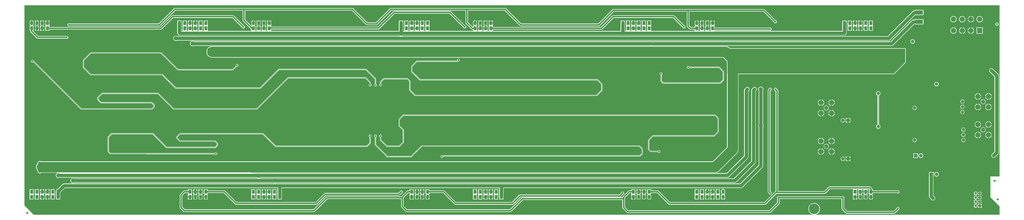
<source format=gbl>
G04 Layer_Physical_Order=4*
G04 Layer_Color=255*
%FSLAX44Y44*%
%MOMM*%
G71*
G01*
G75*
%ADD34C,1.6000*%
%ADD35C,0.1850*%
%ADD37C,0.7000*%
%ADD39C,0.2540*%
%ADD49C,1.6000*%
%ADD50R,1.4224X1.9050*%
%ADD51O,1.4224X2.1590*%
%ADD52R,1.4000X1.9050*%
%ADD53C,2.5400*%
%ADD54R,2.5400X2.5400*%
%ADD55C,2.0000*%
%ADD56R,1.6700X1.6700*%
%ADD57C,1.6700*%
%ADD58C,1.2700*%
%ADD59R,1.2700X1.2700*%
%ADD60C,1.0000*%
%ADD61C,0.7620*%
%ADD62C,0.9000*%
%ADD63C,5.0800*%
%ADD64C,0.7000*%
%ADD65C,5.0000*%
%ADD66C,4.0000*%
%ADD67R,3.5000X2.0000*%
%ADD68R,3.5000X2.0000*%
%ADD69R,6.5000X4.0000*%
%ADD70R,9.5000X4.0000*%
G36*
X4695870Y188000D02*
X4653250D01*
X4652000Y186750D01*
Y88000D01*
X4695870Y44130D01*
Y3130D01*
X3809867D01*
X3809767Y4400D01*
X3810200Y4469D01*
X3814387Y5829D01*
X3818310Y7828D01*
X3821871Y10416D01*
X3824984Y13529D01*
X3827572Y17091D01*
X3829571Y21013D01*
X3830931Y25200D01*
X3831620Y29549D01*
Y33951D01*
X3830931Y38300D01*
X3829571Y42487D01*
X3827572Y46410D01*
X3824984Y49971D01*
X3821871Y53084D01*
X3818310Y55672D01*
X3814387Y57671D01*
X3810200Y59031D01*
X3805851Y59720D01*
X3801449D01*
X3797101Y59031D01*
X3792913Y57671D01*
X3788990Y55672D01*
X3785429Y53084D01*
X3782316Y49971D01*
X3779728Y46410D01*
X3777729Y42487D01*
X3776369Y38300D01*
X3775680Y33951D01*
Y29549D01*
X3776369Y25200D01*
X3777729Y21013D01*
X3779728Y17091D01*
X3782316Y13529D01*
X3785429Y10416D01*
X3788990Y7828D01*
X3792913Y5829D01*
X3797101Y4469D01*
X3797533Y4400D01*
X3797433Y3130D01*
X48120D01*
X3130Y48120D01*
Y1012870D01*
X4695870D01*
Y188000D01*
D02*
G37*
%LPC*%
G36*
X848900Y126395D02*
X841218D01*
Y116300D01*
X848900D01*
Y126395D01*
D02*
G37*
G36*
X835182D02*
X827500D01*
Y116300D01*
X835182D01*
Y126395D01*
D02*
G37*
G36*
X860582D02*
X852900D01*
Y116300D01*
X860582D01*
Y126395D01*
D02*
G37*
G36*
X1165382D02*
X1157700D01*
Y116300D01*
X1165382D01*
Y126395D01*
D02*
G37*
G36*
X1153700D02*
X1146018D01*
Y116300D01*
X1153700D01*
Y126395D01*
D02*
G37*
G36*
X98582D02*
X90900D01*
Y116300D01*
X98582D01*
Y126395D01*
D02*
G37*
G36*
X86900D02*
X79218D01*
Y116300D01*
X86900D01*
Y126395D01*
D02*
G37*
G36*
X112300D02*
X104618D01*
Y116300D01*
X112300D01*
Y126395D01*
D02*
G37*
G36*
X823500D02*
X815818D01*
Y116300D01*
X823500D01*
Y126395D01*
D02*
G37*
G36*
X123982D02*
X116300D01*
Y116300D01*
X123982D01*
Y126395D01*
D02*
G37*
G36*
X2220500D02*
X2212818D01*
Y116300D01*
X2220500D01*
Y126395D01*
D02*
G37*
G36*
X1927382D02*
X1919700D01*
Y116300D01*
X1927382D01*
Y126395D01*
D02*
G37*
G36*
X2232182D02*
X2224500D01*
Y116300D01*
X2232182D01*
Y126395D01*
D02*
G37*
G36*
X2257582D02*
X2249900D01*
Y116300D01*
X2257582D01*
Y126395D01*
D02*
G37*
G36*
X2245900D02*
X2238218D01*
Y116300D01*
X2245900D01*
Y126395D01*
D02*
G37*
G36*
X1190782D02*
X1183100D01*
Y116300D01*
X1190782D01*
Y126395D01*
D02*
G37*
G36*
X1179100D02*
X1171418D01*
Y116300D01*
X1179100D01*
Y126395D01*
D02*
G37*
G36*
X1890300D02*
X1882618D01*
Y116300D01*
X1890300D01*
Y126395D01*
D02*
G37*
G36*
X1915700D02*
X1908018D01*
Y116300D01*
X1915700D01*
Y126395D01*
D02*
G37*
G36*
X1901982D02*
X1894300D01*
Y116300D01*
X1901982D01*
Y126395D01*
D02*
G37*
G36*
X4603051Y114899D02*
Y108200D01*
X4609749D01*
X4609362Y109643D01*
X4608188Y111677D01*
X4606527Y113338D01*
X4604493Y114512D01*
X4603051Y114899D01*
D02*
G37*
G36*
X1890300Y112300D02*
X1882618D01*
Y102205D01*
X1890300D01*
Y112300D01*
D02*
G37*
G36*
X860582D02*
X852900D01*
Y102205D01*
X860582D01*
Y112300D01*
D02*
G37*
G36*
X1901982D02*
X1894300D01*
Y102205D01*
X1901982D01*
Y112300D01*
D02*
G37*
G36*
X1927382D02*
X1919700D01*
Y102205D01*
X1927382D01*
Y112300D01*
D02*
G37*
G36*
X1915700D02*
X1908018D01*
Y102205D01*
X1915700D01*
Y112300D01*
D02*
G37*
G36*
X3592931Y615070D02*
X3591069D01*
X3589271Y614588D01*
X3587659Y613657D01*
X3586342Y612341D01*
X3585412Y610729D01*
X3585205Y609958D01*
X3582624Y607376D01*
X3581282Y605368D01*
X3580811Y603000D01*
Y113487D01*
X3581282Y111118D01*
X3582624Y109111D01*
X3585470Y106265D01*
X3585676Y105493D01*
X3586607Y103881D01*
X3587923Y102565D01*
X3589536Y101634D01*
X3591334Y101152D01*
X3593195D01*
X3594993Y101634D01*
X3596606Y102565D01*
X3597922Y103881D01*
X3598853Y105493D01*
X3599334Y107292D01*
Y109153D01*
X3598853Y110951D01*
X3597922Y112563D01*
X3596606Y113880D01*
X3594993Y114811D01*
X3594222Y115017D01*
X3593189Y116050D01*
Y600437D01*
X3593958Y601205D01*
X3594729Y601412D01*
X3596341Y602343D01*
X3597657Y603659D01*
X3598588Y605271D01*
X3599070Y607069D01*
Y608931D01*
X3598588Y610729D01*
X3597657Y612341D01*
X3596341Y613657D01*
X3594729Y614588D01*
X3592931Y615070D01*
D02*
G37*
G36*
X4609749Y104200D02*
X4603051D01*
Y97501D01*
X4604493Y97888D01*
X4606527Y99062D01*
X4608188Y100723D01*
X4609362Y102757D01*
X4609749Y104200D01*
D02*
G37*
G36*
X823500Y112300D02*
X815818D01*
Y102205D01*
X823500D01*
Y112300D01*
D02*
G37*
G36*
X848900D02*
X841218D01*
Y102205D01*
X848900D01*
Y112300D01*
D02*
G37*
G36*
X835182D02*
X827500D01*
Y102205D01*
X835182D01*
Y112300D01*
D02*
G37*
G36*
X4049300D02*
X4041618D01*
Y102205D01*
X4049300D01*
Y112300D01*
D02*
G37*
G36*
X4035582D02*
X4027900D01*
Y102205D01*
X4035582D01*
Y112300D01*
D02*
G37*
G36*
X4060982D02*
X4053300D01*
Y102205D01*
X4060982D01*
Y112300D01*
D02*
G37*
G36*
X4599050Y114899D02*
X4597607Y114512D01*
X4595573Y113338D01*
X4593912Y111677D01*
X4592738Y109643D01*
X4592351Y108200D01*
X4599050D01*
Y114899D01*
D02*
G37*
G36*
X3617931Y615070D02*
X3616069D01*
X3614271Y614588D01*
X3612659Y613657D01*
X3611342Y612341D01*
X3610412Y610729D01*
X3609930Y608931D01*
Y607069D01*
X3610412Y605271D01*
X3611342Y603659D01*
X3612659Y602343D01*
X3614271Y601412D01*
X3615042Y601205D01*
X3618311Y597937D01*
Y116452D01*
X3617132Y116218D01*
X3615124Y114876D01*
X3564437Y64189D01*
X3109564D01*
X3055076Y118676D01*
X3053069Y120018D01*
X3050700Y120489D01*
X3019582D01*
Y126395D01*
X3000218D01*
Y102205D01*
X3004523D01*
X3004862Y101406D01*
X3004880Y100935D01*
X3002995Y99488D01*
X3001443Y97466D01*
X3000467Y95111D01*
X3000135Y92583D01*
Y90900D01*
X3019666D01*
Y92583D01*
X3019333Y95111D01*
X3018357Y97466D01*
X3016805Y99488D01*
X3014920Y100935D01*
X3014938Y101406D01*
X3015277Y102205D01*
X3019582D01*
Y108111D01*
X3048137D01*
X3102624Y53624D01*
X3104632Y52282D01*
X3107000Y51811D01*
X3567000D01*
X3569368Y52282D01*
X3571376Y53624D01*
X3622064Y104311D01*
X3624500D01*
X3625750Y104560D01*
X3627000Y104311D01*
X3854500D01*
X3856868Y104782D01*
X3858876Y106124D01*
X3879564Y126811D01*
X3989720D01*
X3990818Y126395D01*
X3990818Y125541D01*
Y102265D01*
X3990818Y102205D01*
Y100995D01*
X3990818Y100935D01*
Y90900D01*
X4010182D01*
Y100935D01*
X4010182Y100995D01*
Y102205D01*
X4010182Y102265D01*
Y125541D01*
X4010182Y126395D01*
X4011280Y126811D01*
X4015120D01*
X4016218Y126395D01*
X4016218Y125541D01*
Y116300D01*
X4035582D01*
Y125541D01*
X4035582Y126395D01*
X4036680Y126811D01*
X4040520D01*
X4041618Y126395D01*
X4041618Y125541D01*
Y116300D01*
X4060982D01*
Y125541D01*
X4060982Y126395D01*
X4062080Y126811D01*
X4065920D01*
X4067018Y126395D01*
Y102205D01*
X4071323D01*
X4071662Y101406D01*
X4071680Y100935D01*
X4069795Y99488D01*
X4068243Y97466D01*
X4067267Y95111D01*
X4066935Y92583D01*
Y90900D01*
X4086465D01*
Y92583D01*
X4086133Y95111D01*
X4085157Y97466D01*
X4083605Y99488D01*
X4081720Y100935D01*
X4081738Y101406D01*
X4082077Y102205D01*
X4086382D01*
Y108111D01*
X4201891D01*
X4202659Y107343D01*
X4204271Y106412D01*
X4206069Y105930D01*
X4207931D01*
X4209729Y106412D01*
X4211341Y107343D01*
X4212657Y108659D01*
X4213588Y110271D01*
X4214070Y112069D01*
Y113931D01*
X4213588Y115729D01*
X4212657Y117341D01*
X4211341Y118657D01*
X4209729Y119588D01*
X4207931Y120070D01*
X4207806D01*
X4205700Y120489D01*
X4086382D01*
Y126395D01*
X4082889D01*
Y128300D01*
X4082418Y130668D01*
X4081076Y132676D01*
X4076376Y137376D01*
X4074368Y138718D01*
X4072000Y139189D01*
X3877000D01*
X3874632Y138718D01*
X3872624Y137376D01*
X3851937Y116689D01*
X3630689D01*
Y600500D01*
X3630218Y602868D01*
X3628876Y604876D01*
X3623795Y609958D01*
X3623588Y610729D01*
X3622657Y612341D01*
X3621341Y613657D01*
X3619729Y614588D01*
X3617931Y615070D01*
D02*
G37*
G36*
X2968782Y112300D02*
X2961100D01*
Y102205D01*
X2968782D01*
Y112300D01*
D02*
G37*
G36*
X2957100D02*
X2949418D01*
Y102205D01*
X2957100D01*
Y112300D01*
D02*
G37*
G36*
X2982500D02*
X2974818D01*
Y102205D01*
X2982500D01*
Y112300D01*
D02*
G37*
G36*
X4023900D02*
X4016218D01*
Y102205D01*
X4023900D01*
Y112300D01*
D02*
G37*
G36*
X2994182D02*
X2986500D01*
Y102205D01*
X2994182D01*
Y112300D01*
D02*
G37*
G36*
X3863553Y344800D02*
X3860446D01*
X3857445Y343996D01*
X3854755Y342442D01*
X3852558Y340245D01*
X3851004Y337555D01*
X3850200Y334553D01*
Y331446D01*
X3851004Y328445D01*
X3852558Y325755D01*
X3854755Y323558D01*
X3857445Y322004D01*
X3860446Y321200D01*
X3863553D01*
X3866555Y322004D01*
X3869245Y323558D01*
X3871442Y325755D01*
X3872996Y328445D01*
X3873800Y331446D01*
Y334553D01*
X3872996Y337555D01*
X3871442Y340245D01*
X3869245Y342442D01*
X3866555Y343996D01*
X3863553Y344800D01*
D02*
G37*
G36*
X3889399Y322771D02*
Y309600D01*
X3902571D01*
X3902083Y312054D01*
X3900932Y314833D01*
X3899261Y317334D01*
X3897134Y319461D01*
X3894633Y321132D01*
X3891854Y322283D01*
X3889399Y322771D01*
D02*
G37*
G36*
X1152000Y395778D02*
X752000D01*
X750937Y395567D01*
X750035Y394965D01*
X735035Y379965D01*
X734433Y379063D01*
X734222Y378000D01*
Y373000D01*
X734433Y371937D01*
X735035Y371035D01*
X750035Y356035D01*
X750937Y355433D01*
X752000Y355222D01*
X920849D01*
X929222Y346849D01*
Y339151D01*
X920849Y330778D01*
X688151D01*
X623965Y394965D01*
X623063Y395567D01*
X622000Y395778D01*
X422000D01*
X420937Y395567D01*
X420035Y394965D01*
X405035Y379965D01*
X404433Y379063D01*
X404222Y378000D01*
Y308000D01*
X404433Y306937D01*
X405035Y306035D01*
X415035Y296035D01*
X415937Y295433D01*
X417000Y295222D01*
X590848D01*
X590937Y295163D01*
X592000Y294951D01*
X918863D01*
X919416Y293617D01*
X921188Y291845D01*
X923504Y290886D01*
X926010D01*
X928326Y291845D01*
X930098Y293617D01*
X931057Y295932D01*
Y298439D01*
X930098Y300754D01*
X928326Y302526D01*
X926010Y303486D01*
X923504D01*
X921188Y302526D01*
X919416Y300754D01*
X919314Y300508D01*
X593152D01*
X593063Y300567D01*
X592000Y300778D01*
X418151D01*
X409778Y309151D01*
Y376849D01*
X423151Y390222D01*
X620849D01*
X685035Y326035D01*
X685937Y325433D01*
X687000Y325222D01*
X922000D01*
X923063Y325433D01*
X923965Y326035D01*
X933965Y336035D01*
X934567Y336937D01*
X934778Y338000D01*
Y348000D01*
X934567Y349063D01*
X933965Y349965D01*
X923965Y359965D01*
X923063Y360567D01*
X922000Y360778D01*
X753151D01*
X739778Y374151D01*
Y376849D01*
X753151Y390222D01*
X1150849D01*
X1210035Y331035D01*
X1210937Y330433D01*
X1212000Y330222D01*
X1652000D01*
X1653063Y330433D01*
X1653965Y331035D01*
X1668965Y346035D01*
X1669567Y346937D01*
X1669778Y348000D01*
Y377332D01*
X1670569Y377659D01*
X1672341Y379431D01*
X1673300Y381747D01*
Y384253D01*
X1672341Y386569D01*
X1670569Y388341D01*
X1668253Y389300D01*
X1665747D01*
X1663431Y388341D01*
X1661659Y386569D01*
X1660700Y384253D01*
Y381747D01*
X1661659Y379431D01*
X1663431Y377659D01*
X1664222Y377332D01*
Y349151D01*
X1650849Y335778D01*
X1213151D01*
X1153965Y394965D01*
X1153063Y395567D01*
X1152000Y395778D01*
D02*
G37*
G36*
X3902571Y356400D02*
X3889399D01*
Y343228D01*
X3891854Y343717D01*
X3894633Y344868D01*
X3897134Y346539D01*
X3899261Y348666D01*
X3900932Y351167D01*
X3902083Y353946D01*
X3902571Y356400D01*
D02*
G37*
G36*
X3851772D02*
X3838600D01*
Y343228D01*
X3841054Y343717D01*
X3843833Y344868D01*
X3846334Y346539D01*
X3848461Y348666D01*
X3850132Y351167D01*
X3851283Y353946D01*
X3851772Y356400D01*
D02*
G37*
G36*
X3327000Y485778D02*
X1827000D01*
X1825937Y485567D01*
X1825035Y484965D01*
X1805035Y464965D01*
X1804433Y464063D01*
X1804222Y463000D01*
Y432167D01*
X1804433Y431103D01*
X1805035Y430202D01*
X1824222Y411016D01*
Y354151D01*
X1805849Y335778D01*
X1748151D01*
X1719778Y364151D01*
Y377332D01*
X1720569Y377659D01*
X1722341Y379431D01*
X1723300Y381747D01*
Y384253D01*
X1722341Y386569D01*
X1720569Y388341D01*
X1718253Y389300D01*
X1715747D01*
X1713431Y388341D01*
X1711659Y386569D01*
X1710700Y384253D01*
Y381747D01*
X1711659Y379431D01*
X1713431Y377659D01*
X1714222Y377332D01*
Y363000D01*
X1714433Y361937D01*
X1715035Y361035D01*
X1745035Y331035D01*
X1745937Y330433D01*
X1747000Y330222D01*
X1807000D01*
X1808063Y330433D01*
X1808965Y331035D01*
X1828965Y351035D01*
X1829567Y351937D01*
X1829778Y353000D01*
Y412167D01*
X1829567Y413230D01*
X1828965Y414131D01*
X1809778Y433317D01*
Y461849D01*
X1828151Y480222D01*
X3325849D01*
X3339221Y466849D01*
Y404151D01*
X3320849Y385778D01*
X3027000D01*
X3025937Y385567D01*
X3025035Y384965D01*
X3005035Y364965D01*
X3004433Y364063D01*
X3004221Y363000D01*
Y318000D01*
X3004433Y316937D01*
X3005035Y316035D01*
X3015035Y306035D01*
X3015937Y305433D01*
X3017000Y305222D01*
X3051332D01*
X3051659Y304431D01*
X3053431Y302659D01*
X3055747Y301700D01*
X3058253D01*
X3060569Y302659D01*
X3062341Y304431D01*
X3063300Y306747D01*
Y309253D01*
X3062341Y311569D01*
X3060569Y313341D01*
X3058253Y314300D01*
X3055747D01*
X3053431Y313341D01*
X3051659Y311569D01*
X3051332Y310778D01*
X3018151D01*
X3009778Y319151D01*
Y361849D01*
X3028151Y380222D01*
X3322000D01*
X3323063Y380433D01*
X3323965Y381035D01*
X3343965Y401035D01*
X3344567Y401937D01*
X3344778Y403000D01*
Y468000D01*
X3344567Y469063D01*
X3343965Y469965D01*
X3328965Y484965D01*
X3328063Y485567D01*
X3327000Y485778D01*
D02*
G37*
G36*
X3885399Y305600D02*
X3872229D01*
X3872717Y303146D01*
X3873868Y300367D01*
X3875539Y297866D01*
X3877666Y295739D01*
X3880167Y294068D01*
X3882946Y292917D01*
X3885399Y292429D01*
Y305600D01*
D02*
G37*
G36*
X3834599Y322771D02*
X3832146Y322283D01*
X3829367Y321132D01*
X3826866Y319461D01*
X3824739Y317334D01*
X3823068Y314833D01*
X3821917Y312054D01*
X3821429Y309600D01*
X3834599D01*
Y322771D01*
D02*
G37*
G36*
X3838600Y322771D02*
Y309600D01*
X3851771D01*
X3851283Y312054D01*
X3850132Y314833D01*
X3848461Y317334D01*
X3846334Y319461D01*
X3843833Y321132D01*
X3841054Y322283D01*
X3838600Y322771D01*
D02*
G37*
G36*
X3885399Y322771D02*
X3882946Y322283D01*
X3880167Y321132D01*
X3877666Y319461D01*
X3875539Y317334D01*
X3873868Y314833D01*
X3872717Y312054D01*
X3872229Y309600D01*
X3885399D01*
Y322771D01*
D02*
G37*
G36*
X3838600Y373571D02*
Y360400D01*
X3851771D01*
X3851283Y362854D01*
X3850132Y365633D01*
X3848461Y368134D01*
X3846334Y370261D01*
X3843833Y371932D01*
X3841054Y373083D01*
X3838600Y373571D01*
D02*
G37*
G36*
X3885399Y373571D02*
X3882946Y373083D01*
X3880167Y371932D01*
X3877666Y370261D01*
X3875539Y368134D01*
X3873868Y365633D01*
X3872717Y362854D01*
X3872229Y360400D01*
X3885399D01*
Y373571D01*
D02*
G37*
G36*
X3889399Y373571D02*
Y360400D01*
X3902571D01*
X3902083Y362854D01*
X3900932Y365633D01*
X3899261Y368134D01*
X3897134Y370261D01*
X3894633Y371932D01*
X3891854Y373083D01*
X3889399Y373571D01*
D02*
G37*
G36*
X4657571Y385600D02*
X4644400D01*
Y372429D01*
X4646854Y372917D01*
X4649633Y374068D01*
X4652134Y375739D01*
X4654261Y377866D01*
X4655932Y380367D01*
X4657083Y383146D01*
X4657571Y385600D01*
D02*
G37*
G36*
X4606771D02*
X4593600D01*
Y372429D01*
X4596054Y372917D01*
X4598833Y374068D01*
X4601334Y375739D01*
X4603461Y377866D01*
X4605132Y380367D01*
X4606283Y383146D01*
X4606771Y385600D01*
D02*
G37*
G36*
X3885399Y356400D02*
X3872229D01*
X3872717Y353946D01*
X3873868Y351167D01*
X3875539Y348666D01*
X3877666Y346539D01*
X3880167Y344868D01*
X3882946Y343717D01*
X3885399Y343229D01*
Y356400D01*
D02*
G37*
G36*
X3834599D02*
X3821429D01*
X3821917Y353946D01*
X3823068Y351167D01*
X3824739Y348666D01*
X3826866Y346539D01*
X3829367Y344868D01*
X3832146Y343717D01*
X3834599Y343229D01*
Y356400D01*
D02*
G37*
G36*
X4288290Y372800D02*
X4285710D01*
X4283217Y372132D01*
X4280983Y370842D01*
X4279158Y369017D01*
X4277868Y366783D01*
X4277200Y364290D01*
Y361710D01*
X4277868Y359217D01*
X4279158Y356983D01*
X4280983Y355158D01*
X4283217Y353868D01*
X4285710Y353200D01*
X4288290D01*
X4290782Y353868D01*
X4293017Y355158D01*
X4294842Y356983D01*
X4296132Y359217D01*
X4296800Y361710D01*
Y364290D01*
X4296132Y366783D01*
X4294842Y369017D01*
X4293017Y370842D01*
X4290782Y372132D01*
X4288290Y372800D01*
D02*
G37*
G36*
X3834599Y373571D02*
X3832146Y373083D01*
X3829367Y371932D01*
X3826866Y370261D01*
X3824739Y368134D01*
X3823068Y365633D01*
X3821917Y362854D01*
X3821429Y360400D01*
X3834599D01*
Y373571D01*
D02*
G37*
G36*
X4523290Y372800D02*
X4520710D01*
X4518217Y372132D01*
X4515983Y370842D01*
X4514158Y369017D01*
X4512868Y366783D01*
X4512200Y364290D01*
Y361710D01*
X4512868Y359217D01*
X4514158Y356983D01*
X4515983Y355158D01*
X4518217Y353868D01*
X4520710Y353200D01*
X4523290D01*
X4525782Y353868D01*
X4528017Y355158D01*
X4529842Y356983D01*
X4531132Y359217D01*
X4531800Y361710D01*
Y364290D01*
X4531132Y366783D01*
X4529842Y369017D01*
X4528017Y370842D01*
X4525782Y372132D01*
X4523290Y372800D01*
D02*
G37*
G36*
X3834599Y305600D02*
X3821429D01*
X3821917Y303146D01*
X3823068Y300367D01*
X3824739Y297866D01*
X3826866Y295739D01*
X3829367Y294068D01*
X3832146Y292917D01*
X3834599Y292429D01*
Y305600D01*
D02*
G37*
G36*
X3312700Y126395D02*
X3305018D01*
Y116300D01*
X3312700D01*
Y126395D01*
D02*
G37*
G36*
X3298982D02*
X3291300D01*
Y116300D01*
X3298982D01*
Y126395D01*
D02*
G37*
G36*
X3324382D02*
X3316700D01*
Y116300D01*
X3324382D01*
Y126395D01*
D02*
G37*
G36*
X3965000Y271000D02*
X3956080D01*
Y262080D01*
X3965000D01*
Y271000D01*
D02*
G37*
G36*
X4393838Y208920D02*
X4390963D01*
X4388185Y208176D01*
X4385695Y206738D01*
X4383662Y204705D01*
X4382224Y202215D01*
X4381480Y199438D01*
Y196562D01*
X4382224Y193785D01*
X4383662Y191295D01*
X4385695Y189262D01*
X4388185Y187824D01*
X4390963Y187080D01*
X4393838D01*
X4396615Y187824D01*
X4399105Y189262D01*
X4401138Y191295D01*
X4402576Y193785D01*
X4403320Y196562D01*
Y199438D01*
X4402576Y202215D01*
X4401138Y204705D01*
X4399105Y206738D01*
X4396615Y208176D01*
X4393838Y208920D01*
D02*
G37*
G36*
X2968782Y126395D02*
X2961100D01*
Y116300D01*
X2968782D01*
Y126395D01*
D02*
G37*
G36*
X2957100D02*
X2949418D01*
Y116300D01*
X2957100D01*
Y126395D01*
D02*
G37*
G36*
X2982500D02*
X2974818D01*
Y116300D01*
X2982500D01*
Y126395D01*
D02*
G37*
G36*
X3287300D02*
X3279618D01*
Y116300D01*
X3287300D01*
Y126395D01*
D02*
G37*
G36*
X2994182D02*
X2986500D01*
Y116300D01*
X2994182D01*
Y126395D01*
D02*
G37*
G36*
X4657000Y708661D02*
X4656307Y708570D01*
X4655609D01*
X4654933Y708389D01*
X4654241Y708298D01*
X4653595Y708030D01*
X4652920Y707850D01*
X4652315Y707500D01*
X4651669Y707233D01*
X4651115Y706807D01*
X4650510Y706458D01*
X4650016Y705964D01*
X4649461Y705539D01*
X4649036Y704984D01*
X4648542Y704490D01*
X4648192Y703885D01*
X4647767Y703331D01*
X4647500Y702685D01*
X4647150Y702080D01*
X4646970Y701405D01*
X4646702Y700759D01*
X4646611Y700067D01*
X4646430Y699392D01*
Y698693D01*
X4646339Y698000D01*
X4646430Y697307D01*
Y696608D01*
X4646611Y695934D01*
X4646702Y695241D01*
X4646970Y694595D01*
X4647150Y693920D01*
X4647500Y693315D01*
X4647767Y692669D01*
X4648192Y692115D01*
X4648542Y691510D01*
X4649036Y691016D01*
X4649461Y690461D01*
X4671339Y668584D01*
Y307416D01*
X4659461Y295539D01*
X4659036Y294984D01*
X4658542Y294490D01*
X4658192Y293885D01*
X4657767Y293331D01*
X4657500Y292685D01*
X4657150Y292080D01*
X4656970Y291405D01*
X4656702Y290759D01*
X4656611Y290067D01*
X4656430Y289392D01*
Y288693D01*
X4656339Y288000D01*
X4656430Y287307D01*
Y286608D01*
X4656611Y285933D01*
X4656702Y285241D01*
X4656970Y284595D01*
X4657150Y283920D01*
X4657500Y283315D01*
X4657767Y282669D01*
X4658192Y282115D01*
X4658542Y281510D01*
X4659036Y281016D01*
X4659461Y280461D01*
X4660016Y280036D01*
X4660510Y279542D01*
X4661115Y279193D01*
X4661669Y278767D01*
X4662315Y278500D01*
X4662920Y278150D01*
X4663595Y277969D01*
X4664241Y277702D01*
X4664933Y277611D01*
X4665609Y277430D01*
X4666307D01*
X4667000Y277339D01*
X4667693Y277430D01*
X4668392D01*
X4669066Y277611D01*
X4669759Y277702D01*
X4670405Y277969D01*
X4671080Y278150D01*
X4671685Y278500D01*
X4672331Y278767D01*
X4672885Y279193D01*
X4673490Y279542D01*
X4673984Y280036D01*
X4674539Y280461D01*
X4689539Y295461D01*
X4691233Y297669D01*
X4692298Y300241D01*
X4692661Y303000D01*
Y673000D01*
X4692298Y675759D01*
X4691233Y678331D01*
X4689539Y680539D01*
X4664539Y705539D01*
X4663984Y705964D01*
X4663490Y706458D01*
X4662885Y706807D01*
X4662331Y707233D01*
X4661685Y707500D01*
X4661080Y707850D01*
X4660405Y708030D01*
X4659759Y708298D01*
X4659066Y708389D01*
X4658392Y708570D01*
X4657693D01*
X4657000Y708661D01*
D02*
G37*
G36*
X4318838Y298920D02*
X4315962D01*
X4313185Y298176D01*
X4310695Y296738D01*
X4308662Y294705D01*
X4307224Y292215D01*
X4306480Y289438D01*
Y286562D01*
X4307224Y283785D01*
X4308662Y281295D01*
X4310695Y279262D01*
X4313185Y277824D01*
X4315962Y277080D01*
X4318838D01*
X4321615Y277824D01*
X4324105Y279262D01*
X4326138Y281295D01*
X4327576Y283785D01*
X4328320Y286562D01*
Y289438D01*
X4327576Y292215D01*
X4326138Y294705D01*
X4324105Y296738D01*
X4321615Y298176D01*
X4318838Y298920D01*
D02*
G37*
G36*
X1693253Y389300D02*
X1690747D01*
X1688431Y388341D01*
X1686659Y386569D01*
X1685700Y384253D01*
Y381747D01*
X1686659Y379431D01*
X1688431Y377659D01*
X1689222Y377332D01*
Y340989D01*
X1689433Y339925D01*
X1690035Y339024D01*
X1748024Y281035D01*
X1748925Y280433D01*
X1749989Y280222D01*
X1863544D01*
X1864607Y280433D01*
X1865509Y281035D01*
X1915857Y331384D01*
X2961961D01*
X2973384Y319961D01*
Y298880D01*
X2963593Y289088D01*
X2015310D01*
X2014265Y288881D01*
X2013253Y289300D01*
X2010747D01*
X2008431Y288341D01*
X2006659Y286569D01*
X2005700Y284253D01*
Y281747D01*
X2006659Y279431D01*
X2008431Y277659D01*
X2010747Y276700D01*
X2013253D01*
X2015569Y277659D01*
X2017341Y279431D01*
X2018300Y281747D01*
Y283532D01*
X2964744D01*
X2965807Y283743D01*
X2966708Y284345D01*
X2978127Y295765D01*
X2978730Y296666D01*
X2978941Y297729D01*
Y321112D01*
X2978730Y322175D01*
X2978127Y323077D01*
X2965077Y336127D01*
X2964175Y336730D01*
X2963112Y336941D01*
X1914706D01*
X1913643Y336730D01*
X1912742Y336127D01*
X1862393Y285778D01*
X1751140D01*
X1694778Y342140D01*
Y377332D01*
X1695569Y377659D01*
X1697341Y379431D01*
X1698300Y381747D01*
Y384253D01*
X1697341Y386569D01*
X1695569Y388341D01*
X1693253Y389300D01*
D02*
G37*
G36*
X3902571Y305600D02*
X3889399D01*
Y292428D01*
X3891854Y292917D01*
X3894633Y294068D01*
X3897134Y295739D01*
X3899261Y297866D01*
X3900932Y300367D01*
X3902083Y303146D01*
X3902571Y305600D01*
D02*
G37*
G36*
X3851772D02*
X3838600D01*
Y292428D01*
X3841054Y292917D01*
X3843833Y294068D01*
X3846334Y295739D01*
X3848461Y297866D01*
X3850132Y300367D01*
X3851283Y303146D01*
X3851772Y305600D01*
D02*
G37*
G36*
X3942936Y283150D02*
X3940264D01*
X3937682Y282458D01*
X3935368Y281122D01*
X3933478Y279232D01*
X3932142Y276918D01*
X3931450Y274336D01*
Y271664D01*
X3932142Y269082D01*
X3933478Y266768D01*
X3935368Y264878D01*
X3937682Y263542D01*
X3940264Y262850D01*
X3942936D01*
X3945518Y263542D01*
X3947832Y264878D01*
X3949722Y266768D01*
X3951058Y269082D01*
X3951750Y271664D01*
Y274336D01*
X3951058Y276918D01*
X3949722Y279232D01*
X3947832Y281122D01*
X3945518Y282458D01*
X3942936Y283150D01*
D02*
G37*
G36*
X3977920Y271000D02*
X3969000D01*
Y262080D01*
X3977920D01*
Y271000D01*
D02*
G37*
G36*
X3965000Y283920D02*
X3956080D01*
Y275000D01*
X3965000D01*
Y283920D01*
D02*
G37*
G36*
X4302920Y298920D02*
X4281080D01*
Y277080D01*
X4302920D01*
Y298920D01*
D02*
G37*
G36*
X3977920Y283920D02*
X3969000D01*
Y275000D01*
X3977920D01*
Y283920D01*
D02*
G37*
G36*
X4599050Y104200D02*
X4592351D01*
X4592738Y102757D01*
X4593912Y100723D01*
X4595573Y99062D01*
X4597607Y97888D01*
X4599050Y97501D01*
Y104200D01*
D02*
G37*
G36*
X149382Y126395D02*
X130018D01*
Y102265D01*
X130018Y102205D01*
Y100995D01*
X130018Y100935D01*
Y76805D01*
X149382D01*
Y100935D01*
X149382Y100995D01*
Y102205D01*
X149382Y102265D01*
Y126395D01*
D02*
G37*
G36*
X123982Y86900D02*
X116300D01*
Y76805D01*
X123982D01*
Y86900D01*
D02*
G37*
G36*
X798100D02*
X790418D01*
Y76805D01*
X798100D01*
Y86900D01*
D02*
G37*
G36*
X1114582Y126395D02*
X1095218D01*
Y102265D01*
X1095218Y102205D01*
Y100995D01*
X1095218Y100935D01*
Y76805D01*
X1114582D01*
Y100935D01*
X1114582Y100995D01*
Y102205D01*
X1114582Y102265D01*
Y126395D01*
D02*
G37*
G36*
X809782Y86900D02*
X802100D01*
Y76805D01*
X809782D01*
Y86900D01*
D02*
G37*
G36*
X73182Y126395D02*
X53818D01*
Y102265D01*
X53818Y102205D01*
Y100995D01*
X53818Y100935D01*
Y76805D01*
X73182D01*
Y100935D01*
X73182Y100995D01*
Y102205D01*
X73182Y102265D01*
Y126395D01*
D02*
G37*
G36*
X47782D02*
X28418D01*
Y102265D01*
X28418Y102205D01*
Y100995D01*
X28418Y100935D01*
Y76805D01*
X47782D01*
Y100935D01*
X47782Y100995D01*
Y102205D01*
X47782Y102265D01*
Y126395D01*
D02*
G37*
G36*
X86900Y86900D02*
X79218D01*
Y76805D01*
X86900D01*
Y86900D01*
D02*
G37*
G36*
X112300D02*
X104618D01*
Y76805D01*
X112300D01*
Y86900D01*
D02*
G37*
G36*
X98582D02*
X90900D01*
Y76805D01*
X98582D01*
Y86900D01*
D02*
G37*
G36*
X1864900D02*
X1857218D01*
Y76805D01*
X1864900D01*
Y86900D01*
D02*
G37*
G36*
X1216182Y126395D02*
X1196818D01*
Y102265D01*
X1196818Y102205D01*
Y100995D01*
X1196818Y100935D01*
Y76805D01*
X1216182D01*
Y100935D01*
X1216182Y100995D01*
Y102205D01*
X1216182Y102265D01*
Y126395D01*
D02*
G37*
G36*
X1876582Y86900D02*
X1868900D01*
Y76805D01*
X1876582D01*
Y86900D01*
D02*
G37*
G36*
X2206782Y126395D02*
X2187418D01*
Y102265D01*
X2187418Y102205D01*
Y100995D01*
X2187418Y100935D01*
Y76805D01*
X2206782D01*
Y100935D01*
X2206782Y100995D01*
Y102205D01*
X2206782Y102265D01*
Y126395D01*
D02*
G37*
G36*
X2181382D02*
X2162018D01*
Y102265D01*
X2162018Y102205D01*
Y100995D01*
X2162018Y100935D01*
Y76805D01*
X2181382D01*
Y100935D01*
X2181382Y100995D01*
Y102205D01*
X2181382Y102265D01*
Y126395D01*
D02*
G37*
G36*
X1153700Y86900D02*
X1146018D01*
Y76805D01*
X1153700D01*
Y86900D01*
D02*
G37*
G36*
X1139982Y126395D02*
X1120618D01*
Y102265D01*
X1120618Y102205D01*
Y100995D01*
X1120618Y100935D01*
Y76805D01*
X1139982D01*
Y100935D01*
X1139982Y100995D01*
Y102205D01*
X1139982Y102265D01*
Y126395D01*
D02*
G37*
G36*
X1165382Y86900D02*
X1157700D01*
Y76805D01*
X1165382D01*
Y86900D01*
D02*
G37*
G36*
X1190782D02*
X1183100D01*
Y76805D01*
X1190782D01*
Y86900D01*
D02*
G37*
G36*
X1179100D02*
X1171418D01*
Y76805D01*
X1179100D01*
Y86900D01*
D02*
G37*
G36*
X4086465D02*
X4078700D01*
Y75715D01*
X4079228Y75784D01*
X4081583Y76760D01*
X4083605Y78312D01*
X4085157Y80334D01*
X4086133Y82690D01*
X4086465Y85217D01*
Y86900D01*
D02*
G37*
G36*
X1952782Y126395D02*
X1933418D01*
Y102205D01*
X1937723D01*
X1938062Y101406D01*
X1938080Y100935D01*
X1936195Y99488D01*
X1934643Y97466D01*
X1933667Y95111D01*
X1933335Y92583D01*
Y90900D01*
X1952865D01*
Y92583D01*
X1952533Y95111D01*
X1951557Y97466D01*
X1950005Y99488D01*
X1948120Y100935D01*
X1948138Y101406D01*
X1948477Y102205D01*
X1952782D01*
Y108111D01*
X2018136D01*
X2072624Y53624D01*
X2074632Y52282D01*
X2077000Y51811D01*
X2352000D01*
X2354368Y52282D01*
X2356376Y53624D01*
X2390813Y88061D01*
X2868250D01*
X2870618Y88532D01*
X2872626Y89874D01*
X2883958Y101205D01*
X2884729Y101412D01*
X2886341Y102343D01*
X2887657Y103659D01*
X2888588Y105271D01*
X2889070Y107069D01*
Y108931D01*
X2888588Y110729D01*
X2887657Y112341D01*
X2886341Y113657D01*
X2884729Y114588D01*
X2882931Y115070D01*
X2881069D01*
X2879271Y114588D01*
X2877659Y113657D01*
X2876342Y112341D01*
X2875412Y110729D01*
X2875205Y109958D01*
X2865687Y100439D01*
X2388250D01*
X2385882Y99968D01*
X2383874Y98626D01*
X2349436Y64189D01*
X2079563D01*
X2025076Y118676D01*
X2023068Y120018D01*
X2020700Y120489D01*
X1952782D01*
Y126395D01*
D02*
G37*
G36*
X885982D02*
X866618D01*
Y102205D01*
X870923D01*
X871262Y101406D01*
X871280Y100935D01*
X869395Y99488D01*
X867843Y97466D01*
X866867Y95111D01*
X866535Y92583D01*
Y90900D01*
X886066D01*
Y92583D01*
X885733Y95111D01*
X884757Y97466D01*
X883205Y99488D01*
X881320Y100935D01*
X881338Y101406D01*
X881677Y102205D01*
X885982D01*
Y108111D01*
X963137D01*
X1017624Y53624D01*
X1019632Y52282D01*
X1022000Y51811D01*
X1407000D01*
X1409368Y52282D01*
X1411376Y53624D01*
X1453314Y95561D01*
X1805750D01*
X1808118Y96032D01*
X1810126Y97374D01*
X1818958Y106205D01*
X1819729Y106412D01*
X1821341Y107343D01*
X1822657Y108659D01*
X1823588Y110271D01*
X1824070Y112069D01*
Y113931D01*
X1823588Y115729D01*
X1822657Y117341D01*
X1821341Y118657D01*
X1819729Y119588D01*
X1817931Y120070D01*
X1816069D01*
X1814271Y119588D01*
X1812659Y118657D01*
X1811343Y117341D01*
X1810412Y115729D01*
X1810205Y114958D01*
X1803186Y107939D01*
X1450750D01*
X1448382Y107468D01*
X1446374Y106126D01*
X1404436Y64189D01*
X1024564D01*
X970076Y118676D01*
X968068Y120018D01*
X965700Y120489D01*
X885982D01*
Y126395D01*
D02*
G37*
G36*
X4582224Y75120D02*
X4579876D01*
X4577607Y74512D01*
X4575573Y73338D01*
X4573912Y71677D01*
X4572738Y69643D01*
X4572130Y67374D01*
Y65026D01*
X4572738Y62757D01*
X4573912Y60723D01*
X4575573Y59062D01*
X4577607Y57888D01*
X4579876Y57280D01*
X4582224D01*
X4584493Y57888D01*
X4586527Y59062D01*
X4588188Y60723D01*
X4589362Y62757D01*
X4589970Y65026D01*
Y67374D01*
X4589362Y69643D01*
X4588188Y71677D01*
X4586527Y73338D01*
X4584493Y74512D01*
X4582224Y75120D01*
D02*
G37*
G36*
X4609749Y64200D02*
X4603051D01*
Y57501D01*
X4604493Y57888D01*
X4606527Y59062D01*
X4608188Y60723D01*
X4609362Y62757D01*
X4609749Y64200D01*
D02*
G37*
G36*
X4599050D02*
X4592351D01*
X4592738Y62757D01*
X4593912Y60723D01*
X4595573Y59062D01*
X4597607Y57888D01*
X4599050Y57501D01*
Y64200D01*
D02*
G37*
G36*
X4599050Y44200D02*
X4592130D01*
Y37280D01*
X4599050D01*
Y44200D01*
D02*
G37*
G36*
X4582224Y55120D02*
X4579876D01*
X4577607Y54512D01*
X4575573Y53338D01*
X4573912Y51677D01*
X4572738Y49643D01*
X4572130Y47374D01*
Y45026D01*
X4572738Y42757D01*
X4573912Y40723D01*
X4575573Y39062D01*
X4577607Y37888D01*
X4579876Y37280D01*
X4582224D01*
X4584493Y37888D01*
X4586527Y39062D01*
X4588188Y40723D01*
X4589362Y42757D01*
X4589970Y45026D01*
Y47374D01*
X4589362Y49643D01*
X4588188Y51677D01*
X4586527Y53338D01*
X4584493Y54512D01*
X4582224Y55120D01*
D02*
G37*
G36*
X4609970Y44200D02*
X4603050D01*
Y37280D01*
X4609970D01*
Y44200D01*
D02*
G37*
G36*
Y55120D02*
X4603050D01*
Y48200D01*
X4609970D01*
Y55120D01*
D02*
G37*
G36*
X4599050D02*
X4592130D01*
Y48200D01*
X4599050D01*
Y55120D01*
D02*
G37*
G36*
X1952865Y86900D02*
X1945100D01*
Y75715D01*
X1945627Y75784D01*
X1947983Y76760D01*
X1950005Y78312D01*
X1951557Y80334D01*
X1952533Y82690D01*
X1952865Y85217D01*
Y86900D01*
D02*
G37*
G36*
X1941100D02*
X1933335D01*
Y85217D01*
X1933667Y82690D01*
X1934643Y80334D01*
X1936195Y78312D01*
X1938217Y76760D01*
X1940573Y75784D01*
X1941100Y75715D01*
Y86900D01*
D02*
G37*
G36*
X3007900D02*
X3000135D01*
Y85217D01*
X3000467Y82690D01*
X3001443Y80334D01*
X3002995Y78312D01*
X3005017Y76760D01*
X3007372Y75784D01*
X3007900Y75715D01*
Y86900D01*
D02*
G37*
G36*
X4074700D02*
X4066935D01*
Y85217D01*
X4067267Y82690D01*
X4068243Y80334D01*
X4069795Y78312D01*
X4071817Y76760D01*
X4074172Y75784D01*
X4074700Y75715D01*
Y86900D01*
D02*
G37*
G36*
X3019666D02*
X3011900D01*
Y75715D01*
X3012427Y75784D01*
X3014783Y76760D01*
X3016805Y78312D01*
X3018357Y80334D01*
X3019333Y82690D01*
X3019666Y85217D01*
Y86900D01*
D02*
G37*
G36*
X4603051Y74899D02*
Y68200D01*
X4609749D01*
X4609362Y69643D01*
X4608188Y71677D01*
X4606527Y73338D01*
X4604493Y74512D01*
X4603051Y74899D01*
D02*
G37*
G36*
X4599050Y74899D02*
X4597607Y74512D01*
X4595573Y73338D01*
X4593912Y71677D01*
X4592738Y69643D01*
X4592351Y68200D01*
X4599050D01*
Y74899D01*
D02*
G37*
G36*
X4377920Y208920D02*
X4356080D01*
Y187080D01*
X4356339D01*
Y91750D01*
X4356702Y88991D01*
X4357767Y86419D01*
X4359461Y84211D01*
X4368211Y75461D01*
X4370419Y73767D01*
X4372991Y72702D01*
X4375750Y72339D01*
X4378509Y72702D01*
X4381081Y73767D01*
X4383289Y75461D01*
X4384983Y77669D01*
X4386048Y80241D01*
X4386411Y83000D01*
X4386048Y85759D01*
X4384983Y88331D01*
X4383289Y90539D01*
X4377661Y96166D01*
Y187080D01*
X4377920D01*
Y208920D01*
D02*
G37*
G36*
X886066Y86900D02*
X878300D01*
Y75715D01*
X878828Y75784D01*
X881183Y76760D01*
X883205Y78312D01*
X884757Y80334D01*
X885733Y82690D01*
X886066Y85217D01*
Y86900D01*
D02*
G37*
G36*
X874300D02*
X866535D01*
Y85217D01*
X866867Y82690D01*
X867843Y80334D01*
X869395Y78312D01*
X871417Y76760D01*
X873773Y75784D01*
X874300Y75715D01*
Y86900D01*
D02*
G37*
G36*
X4034812Y100225D02*
X4016988D01*
Y77575D01*
X4034812D01*
Y100225D01*
D02*
G37*
G36*
X2993412D02*
X2975588D01*
Y77575D01*
X2993412D01*
Y100225D01*
D02*
G37*
G36*
X4060212D02*
X4042388D01*
Y77575D01*
X4060212D01*
Y100225D01*
D02*
G37*
G36*
X4603050Y94899D02*
Y88200D01*
X4609749D01*
X4609362Y89643D01*
X4608188Y91677D01*
X4606527Y93338D01*
X4604493Y94512D01*
X4603050Y94899D01*
D02*
G37*
G36*
X4599050Y94899D02*
X4597607Y94512D01*
X4595573Y93338D01*
X4593912Y91677D01*
X4592738Y89643D01*
X4592351Y88200D01*
X4599050D01*
Y94899D01*
D02*
G37*
G36*
X859812Y100225D02*
X841988D01*
Y77575D01*
X859812D01*
Y100225D01*
D02*
G37*
G36*
X834412D02*
X816588D01*
Y77575D01*
X834412D01*
Y100225D01*
D02*
G37*
G36*
X1901212D02*
X1883388D01*
Y77575D01*
X1901212D01*
Y100225D01*
D02*
G37*
G36*
X2968012D02*
X2950188D01*
Y77575D01*
X2968012D01*
Y100225D01*
D02*
G37*
G36*
X1926612D02*
X1908788D01*
Y77575D01*
X1926612D01*
Y100225D01*
D02*
G37*
G36*
X2257582Y112300D02*
X2238218D01*
Y102265D01*
X2238218Y102205D01*
Y100995D01*
X2238218Y100935D01*
Y90900D01*
X2257582D01*
Y100935D01*
X2257582Y100995D01*
Y102205D01*
X2257582Y102265D01*
Y112300D01*
D02*
G37*
G36*
X2232182D02*
X2212818D01*
Y102265D01*
X2212818Y102205D01*
Y100995D01*
X2212818Y100935D01*
Y90900D01*
X2232182D01*
Y100935D01*
X2232182Y100995D01*
Y102205D01*
X2232182Y102265D01*
Y112300D01*
D02*
G37*
G36*
X3298982D02*
X3279618D01*
Y102265D01*
X3279618Y102205D01*
Y100995D01*
X3279618Y100935D01*
Y90900D01*
X3298982D01*
Y100935D01*
X3298982Y100995D01*
Y102205D01*
X3298982Y102265D01*
Y112300D01*
D02*
G37*
G36*
X4582224Y115120D02*
X4579876D01*
X4577607Y114512D01*
X4575573Y113338D01*
X4573912Y111677D01*
X4572738Y109643D01*
X4572130Y107374D01*
Y105026D01*
X4572738Y102757D01*
X4573912Y100723D01*
X4575573Y99062D01*
X4577607Y97888D01*
X4579876Y97280D01*
X4582224D01*
X4584493Y97888D01*
X4586527Y99062D01*
X4588188Y100723D01*
X4589362Y102757D01*
X4589970Y105026D01*
Y107374D01*
X4589362Y109643D01*
X4588188Y111677D01*
X4586527Y113338D01*
X4584493Y114512D01*
X4582224Y115120D01*
D02*
G37*
G36*
X3324382Y112300D02*
X3305018D01*
Y102265D01*
X3305018Y102205D01*
Y100995D01*
X3305018Y100935D01*
Y90900D01*
X3324382D01*
Y100935D01*
X3324382Y100995D01*
Y102205D01*
X3324382Y102265D01*
Y112300D01*
D02*
G37*
G36*
X123982D02*
X104618D01*
Y102265D01*
X104618Y102205D01*
Y100995D01*
X104618Y100935D01*
Y90900D01*
X123982D01*
Y100935D01*
X123982Y100995D01*
Y102205D01*
X123982Y102265D01*
Y112300D01*
D02*
G37*
G36*
X98582D02*
X79218D01*
Y102265D01*
X79218Y102205D01*
Y100995D01*
X79218Y100935D01*
Y90900D01*
X98582D01*
Y100935D01*
X98582Y100995D01*
Y102205D01*
X98582Y102265D01*
Y112300D01*
D02*
G37*
G36*
X1165382D02*
X1146018D01*
Y102265D01*
X1146018Y102205D01*
Y100995D01*
X1146018Y100935D01*
Y90900D01*
X1165382D01*
Y100935D01*
X1165382Y100995D01*
Y102205D01*
X1165382Y102265D01*
Y112300D01*
D02*
G37*
G36*
X2943382Y126395D02*
X2924018D01*
Y120489D01*
X2913300D01*
X2910932Y120018D01*
X2908924Y118676D01*
X2882624Y92376D01*
X2881282Y90368D01*
X2880811Y88000D01*
Y86689D01*
X2399500D01*
X2397132Y86218D01*
X2395124Y84876D01*
X2339436Y29189D01*
X1844563D01*
X1828189Y45564D01*
Y85436D01*
X1850863Y108111D01*
X1857218D01*
Y102265D01*
X1857218Y102205D01*
Y100995D01*
X1857218Y100935D01*
Y90900D01*
X1876582D01*
Y100935D01*
X1876582Y100995D01*
Y102205D01*
X1876582Y102265D01*
Y126395D01*
X1857218D01*
Y120489D01*
X1848300D01*
X1845932Y120018D01*
X1843924Y118676D01*
X1817624Y92376D01*
X1817164Y91689D01*
X1459500D01*
X1457132Y91218D01*
X1455124Y89876D01*
X1394436Y29189D01*
X774564D01*
X763189Y40564D01*
Y95436D01*
X775863Y108111D01*
X790418D01*
Y102265D01*
X790418Y102205D01*
Y100995D01*
X790418Y100935D01*
Y90900D01*
X809782D01*
Y100935D01*
X809782Y100995D01*
Y102205D01*
X809782Y102265D01*
Y126395D01*
X790418D01*
Y120489D01*
X773300D01*
X770932Y120018D01*
X768924Y118676D01*
X752624Y102376D01*
X751282Y100368D01*
X750811Y98000D01*
Y38000D01*
X751282Y35632D01*
X752624Y33624D01*
X767624Y18624D01*
X769632Y17282D01*
X772000Y16811D01*
X1397000D01*
X1399368Y17282D01*
X1401376Y18624D01*
X1462063Y79311D01*
X1815811D01*
Y43000D01*
X1816282Y40632D01*
X1817624Y38624D01*
X1837624Y18624D01*
X1839632Y17282D01*
X1842000Y16811D01*
X2342000D01*
X2344368Y17282D01*
X2346376Y18624D01*
X2402063Y74311D01*
X2880811D01*
Y38000D01*
X2881282Y35632D01*
X2882624Y33624D01*
X2902624Y13624D01*
X2904632Y12282D01*
X2907000Y11811D01*
X3589862D01*
X3592231Y12282D01*
X3594239Y13624D01*
X3636376Y55761D01*
X3637718Y57769D01*
X3638189Y60138D01*
Y79311D01*
X3935811D01*
Y33000D01*
X3936282Y30632D01*
X3937624Y28624D01*
X3955705Y10543D01*
X3957713Y9201D01*
X3960081Y8730D01*
X4188919D01*
X4191287Y9201D01*
X4193295Y10543D01*
X4208958Y26205D01*
X4209729Y26412D01*
X4211341Y27343D01*
X4212657Y28659D01*
X4213588Y30271D01*
X4214070Y32069D01*
Y33931D01*
X4213588Y35729D01*
X4212657Y37341D01*
X4211341Y38657D01*
X4209729Y39588D01*
X4207931Y40070D01*
X4206069D01*
X4204271Y39588D01*
X4202659Y38657D01*
X4201342Y37341D01*
X4200412Y35729D01*
X4200205Y34958D01*
X4186355Y21108D01*
X3962645D01*
X3948189Y35563D01*
Y82079D01*
X3948588Y82771D01*
X3949070Y84569D01*
Y86431D01*
X3948588Y88229D01*
X3947657Y89841D01*
X3946341Y91157D01*
X3944729Y92088D01*
X3942931Y92570D01*
X3941069D01*
X3939271Y92088D01*
X3938579Y91689D01*
X3635421D01*
X3634729Y92088D01*
X3632931Y92570D01*
X3631069D01*
X3629271Y92088D01*
X3627659Y91157D01*
X3626342Y89841D01*
X3625412Y88229D01*
X3624930Y86431D01*
Y84569D01*
X3625412Y82771D01*
X3625811Y82079D01*
Y62701D01*
X3587299Y24189D01*
X2909564D01*
X2893189Y40564D01*
Y80500D01*
Y85436D01*
X2915864Y108111D01*
X2924018D01*
Y102265D01*
X2924018Y102205D01*
Y100995D01*
X2924018Y100935D01*
Y90900D01*
X2943382D01*
Y100935D01*
X2943382Y100995D01*
Y102205D01*
X2943382Y102265D01*
Y126395D01*
D02*
G37*
G36*
X1190782Y112300D02*
X1171418D01*
Y102265D01*
X1171418Y102205D01*
Y100995D01*
X1171418Y100935D01*
Y90900D01*
X1190782D01*
Y100935D01*
X1190782Y100995D01*
Y102205D01*
X1190782Y102265D01*
Y112300D01*
D02*
G37*
G36*
X4609749Y84200D02*
X4603050D01*
Y77501D01*
X4604493Y77888D01*
X4606527Y79062D01*
X4608188Y80723D01*
X4609362Y82757D01*
X4609749Y84200D01*
D02*
G37*
G36*
X2931700Y86900D02*
X2924018D01*
Y76805D01*
X2931700D01*
Y86900D01*
D02*
G37*
G36*
X3548655Y620570D02*
X3545345D01*
X3542148Y619713D01*
X3539282Y618059D01*
X3536942Y615718D01*
X3535287Y612852D01*
X3534430Y609655D01*
Y606345D01*
X3535287Y603148D01*
X3536339Y601326D01*
Y439674D01*
X3535287Y437852D01*
X3534430Y434655D01*
Y431345D01*
X3535287Y428148D01*
X3536339Y426326D01*
Y242416D01*
X3447584Y153661D01*
X193800D01*
X191041Y153298D01*
X188469Y152233D01*
X186261Y150539D01*
X163224Y127502D01*
X162572Y127416D01*
X160217Y126440D01*
X158195Y124888D01*
X156643Y122866D01*
X155667Y120511D01*
X155404Y118513D01*
X154802Y117059D01*
X154439Y114300D01*
Y88900D01*
X154802Y86141D01*
X155418Y84654D01*
Y76805D01*
X174782D01*
Y84654D01*
X175398Y86141D01*
X175761Y88900D01*
Y109884D01*
X198216Y132339D01*
X1221239D01*
Y114300D01*
Y88900D01*
X1221602Y86141D01*
X1222218Y84654D01*
Y76805D01*
X1241582D01*
Y84654D01*
X1242198Y86141D01*
X1242561Y88900D01*
Y114300D01*
Y132339D01*
X2288039D01*
Y114300D01*
Y88900D01*
X2288402Y86141D01*
X2289018Y84654D01*
Y76805D01*
X2308382D01*
Y84654D01*
X2308998Y86141D01*
X2309361Y88900D01*
Y114300D01*
Y132339D01*
X3452000D01*
X3454759Y132702D01*
X3457331Y133767D01*
X3459539Y135461D01*
X3554539Y230461D01*
X3556233Y232669D01*
X3557298Y235241D01*
X3557661Y238000D01*
Y426326D01*
X3558713Y428148D01*
X3559570Y431345D01*
Y434655D01*
X3558713Y437852D01*
X3557661Y439674D01*
Y601326D01*
X3558713Y603148D01*
X3559570Y606345D01*
Y609655D01*
X3558713Y612852D01*
X3557058Y615718D01*
X3554718Y618059D01*
X3551852Y619713D01*
X3548655Y620570D01*
D02*
G37*
G36*
X2943382Y86900D02*
X2935700D01*
Y76805D01*
X2943382D01*
Y86900D01*
D02*
G37*
G36*
X3273582Y126395D02*
X3254218D01*
Y102265D01*
X3254218Y102205D01*
Y100995D01*
X3254218Y100935D01*
Y76805D01*
X3273582D01*
Y100935D01*
X3273582Y100995D01*
Y102205D01*
X3273582Y102265D01*
Y126395D01*
D02*
G37*
G36*
X3248182D02*
X3228818D01*
Y102265D01*
X3228818Y102205D01*
Y100995D01*
X3228818Y100935D01*
Y76805D01*
X3248182D01*
Y100935D01*
X3248182Y100995D01*
Y102205D01*
X3248182Y102265D01*
Y126395D01*
D02*
G37*
G36*
X2232182Y86900D02*
X2224500D01*
Y76805D01*
X2232182D01*
Y86900D01*
D02*
G37*
G36*
X2220500D02*
X2212818D01*
Y76805D01*
X2220500D01*
Y86900D01*
D02*
G37*
G36*
X2245900D02*
X2238218D01*
Y76805D01*
X2245900D01*
Y86900D01*
D02*
G37*
G36*
X2282982Y126395D02*
X2263618D01*
Y102265D01*
X2263618Y102205D01*
Y100995D01*
X2263618Y100935D01*
Y76805D01*
X2282982D01*
Y100935D01*
X2282982Y100995D01*
Y102205D01*
X2282982Y102265D01*
Y126395D01*
D02*
G37*
G36*
X2257582Y86900D02*
X2249900D01*
Y76805D01*
X2257582D01*
Y86900D01*
D02*
G37*
G36*
X3998500D02*
X3990818D01*
Y76805D01*
X3998500D01*
Y86900D01*
D02*
G37*
G36*
X3365500Y127748D02*
X3362972Y127416D01*
X3360617Y126440D01*
X3358595Y124888D01*
X3357043Y122866D01*
X3356067Y120511D01*
X3355735Y117983D01*
Y110617D01*
X3356067Y108090D01*
X3357043Y105734D01*
X3358595Y103712D01*
X3360480Y102265D01*
X3360462Y101794D01*
X3360123Y100995D01*
X3355818D01*
Y76805D01*
X3375182D01*
Y100995D01*
X3370877D01*
X3370538Y101794D01*
X3370520Y102265D01*
X3372405Y103712D01*
X3373957Y105734D01*
X3374933Y108090D01*
X3375266Y110617D01*
Y117983D01*
X3374933Y120511D01*
X3373957Y122866D01*
X3372405Y124888D01*
X3370383Y126440D01*
X3368028Y127416D01*
X3365500Y127748D01*
D02*
G37*
G36*
X4010182Y86900D02*
X4002500D01*
Y76805D01*
X4010182D01*
Y86900D01*
D02*
G37*
G36*
X4599050Y84200D02*
X4592351D01*
X4592738Y82757D01*
X4593912Y80723D01*
X4595573Y79062D01*
X4597607Y77888D01*
X4599050Y77501D01*
Y84200D01*
D02*
G37*
G36*
X4582224Y95120D02*
X4579876D01*
X4577607Y94512D01*
X4575573Y93338D01*
X4573912Y91677D01*
X4572738Y89643D01*
X4572130Y87374D01*
Y85026D01*
X4572738Y82757D01*
X4573912Y80723D01*
X4575573Y79062D01*
X4577607Y77888D01*
X4579876Y77280D01*
X4582224D01*
X4584493Y77888D01*
X4586527Y79062D01*
X4588188Y80723D01*
X4589362Y82757D01*
X4589970Y85026D01*
Y87374D01*
X4589362Y89643D01*
X4588188Y91677D01*
X4586527Y93338D01*
X4584493Y94512D01*
X4582224Y95120D01*
D02*
G37*
G36*
X3298982Y86900D02*
X3291300D01*
Y76805D01*
X3298982D01*
Y86900D01*
D02*
G37*
G36*
X3287300D02*
X3279618D01*
Y76805D01*
X3287300D01*
Y86900D01*
D02*
G37*
G36*
X3312700D02*
X3305018D01*
Y76805D01*
X3312700D01*
Y86900D01*
D02*
G37*
G36*
X3349782Y126395D02*
X3330418D01*
Y102265D01*
X3330418Y102205D01*
Y100995D01*
X3330418Y100935D01*
Y76805D01*
X3349782D01*
Y100935D01*
X3349782Y100995D01*
Y102205D01*
X3349782Y102265D01*
Y126395D01*
D02*
G37*
G36*
X3324382Y86900D02*
X3316700D01*
Y76805D01*
X3324382D01*
Y86900D01*
D02*
G37*
G36*
X4589600Y385600D02*
X4576429D01*
X4576917Y383146D01*
X4578068Y380367D01*
X4579739Y377866D01*
X4581866Y375739D01*
X4584367Y374068D01*
X4587146Y372917D01*
X4589600Y372429D01*
Y385600D01*
D02*
G37*
G36*
X4560001Y905671D02*
Y892500D01*
X4573171D01*
X4572683Y894954D01*
X4571532Y897733D01*
X4569861Y900234D01*
X4567734Y902361D01*
X4565233Y904032D01*
X4562454Y905183D01*
X4560001Y905671D01*
D02*
G37*
G36*
X4517999Y905671D02*
Y892500D01*
X4531171D01*
X4530683Y894954D01*
X4529532Y897733D01*
X4527861Y900234D01*
X4525734Y902361D01*
X4523233Y904032D01*
X4520454Y905183D01*
X4517999Y905671D01*
D02*
G37*
G36*
X3287300Y913795D02*
X3279618D01*
Y903700D01*
X3287300D01*
Y913795D01*
D02*
G37*
G36*
X1007000Y964189D02*
X717000D01*
X714632Y963718D01*
X712624Y962376D01*
X658137Y907889D01*
X123982D01*
Y913735D01*
X123982Y913795D01*
Y915005D01*
X123982Y915065D01*
Y925100D01*
X114300D01*
X104618D01*
Y915065D01*
X104618Y915005D01*
Y913795D01*
X104618Y913735D01*
Y889605D01*
X123982D01*
Y895511D01*
X660700D01*
X663068Y895982D01*
X665076Y897324D01*
X719564Y951811D01*
X1004436D01*
X1050205Y906042D01*
X1050412Y905271D01*
X1051343Y903659D01*
X1052659Y902343D01*
X1054271Y901412D01*
X1056069Y900930D01*
X1057931D01*
X1059729Y901412D01*
X1061341Y902343D01*
X1062657Y903659D01*
X1063588Y905271D01*
X1064070Y907069D01*
Y908931D01*
X1063588Y910729D01*
X1062657Y912341D01*
X1061341Y913657D01*
X1059729Y914588D01*
X1058958Y914795D01*
X1011376Y962376D01*
X1009368Y963718D01*
X1007000Y964189D01*
D02*
G37*
G36*
X4086382Y939195D02*
X4067018D01*
Y915065D01*
X4067018Y915005D01*
Y913795D01*
X4067018Y913735D01*
Y889605D01*
X4086382D01*
Y913735D01*
X4086382Y913795D01*
Y915005D01*
X4086382Y915065D01*
Y939195D01*
D02*
G37*
G36*
X4060982D02*
X4041618D01*
Y915065D01*
X4041618Y915005D01*
Y913795D01*
X4041618Y913735D01*
Y889605D01*
X4060982D01*
Y913735D01*
X4060982Y913795D01*
Y915005D01*
X4060982Y915065D01*
Y939195D01*
D02*
G37*
G36*
X4513999Y905671D02*
X4511546Y905183D01*
X4508767Y904032D01*
X4506266Y902361D01*
X4504139Y900234D01*
X4502468Y897733D01*
X4501317Y894954D01*
X4500829Y892500D01*
X4513999D01*
Y905671D01*
D02*
G37*
G36*
X4556001Y905671D02*
X4553546Y905183D01*
X4550767Y904032D01*
X4548266Y902361D01*
X4546139Y900234D01*
X4544468Y897733D01*
X4543317Y894954D01*
X4542829Y892500D01*
X4556001D01*
Y905671D01*
D02*
G37*
G36*
X809782Y925100D02*
X800100D01*
X790418D01*
Y915065D01*
X790418Y915005D01*
Y913795D01*
X790418Y913735D01*
Y903700D01*
X800100D01*
X809782D01*
Y913735D01*
X809782Y913795D01*
Y915005D01*
X809782Y915065D01*
Y925100D01*
D02*
G37*
G36*
X4035582D02*
X4025900D01*
X4016218D01*
Y915065D01*
X4016218Y915005D01*
Y913795D01*
X4016218Y913735D01*
Y903700D01*
X4025900D01*
X4035582D01*
Y913735D01*
X4035582Y913795D01*
Y915005D01*
X4035582Y915065D01*
Y925100D01*
D02*
G37*
G36*
X3298982Y913795D02*
X3291300D01*
Y903700D01*
X3298982D01*
Y913795D01*
D02*
G37*
G36*
X61500D02*
X53930D01*
Y903700D01*
X61500D01*
Y913795D01*
D02*
G37*
G36*
X86900D02*
X79218D01*
Y903700D01*
X86900D01*
Y913795D01*
D02*
G37*
G36*
X835182Y925100D02*
X825500D01*
X815818D01*
Y915065D01*
X815818Y915005D01*
Y913795D01*
X815818Y913735D01*
Y903700D01*
X825500D01*
X835182D01*
Y913735D01*
X835182Y913795D01*
Y915005D01*
X835182Y915065D01*
Y925100D01*
D02*
G37*
G36*
X4010182D02*
X4000500D01*
X3990818D01*
Y915065D01*
X3990818Y915005D01*
Y913795D01*
X3990818Y913735D01*
Y903700D01*
X4000500D01*
X4010182D01*
Y913735D01*
X4010182Y913795D01*
Y915005D01*
X4010182Y915065D01*
Y925100D01*
D02*
G37*
G36*
X3261900Y913795D02*
X3254218D01*
Y903700D01*
X3261900D01*
Y913795D01*
D02*
G37*
G36*
X4035582Y899700D02*
X4027900D01*
Y889605D01*
X4035582D01*
Y899700D01*
D02*
G37*
G36*
X4531171Y888500D02*
X4517999D01*
Y875329D01*
X4520454Y875817D01*
X4523233Y876968D01*
X4525734Y878639D01*
X4527861Y880766D01*
X4529532Y883267D01*
X4530683Y886046D01*
X4531171Y888500D01*
D02*
G37*
G36*
X4556001D02*
X4542829D01*
X4543317Y886046D01*
X4544468Y883267D01*
X4546139Y880766D01*
X4548266Y878639D01*
X4550767Y876968D01*
X4553546Y875817D01*
X4556001Y875329D01*
Y888500D01*
D02*
G37*
G36*
X4573171D02*
X4560001D01*
Y875329D01*
X4562454Y875817D01*
X4565233Y876968D01*
X4567734Y878639D01*
X4569861Y880766D01*
X4571532Y883267D01*
X4572683Y886046D01*
X4573171Y888500D01*
D02*
G37*
G36*
X4513999D02*
X4500829D01*
X4501317Y886046D01*
X4502468Y883267D01*
X4504139Y880766D01*
X4506266Y878639D01*
X4508767Y876968D01*
X4511546Y875817D01*
X4513999Y875329D01*
Y888500D01*
D02*
G37*
G36*
X47866Y925100D02*
X38100D01*
X28335D01*
Y923417D01*
X28667Y920890D01*
X29643Y918534D01*
X31195Y916512D01*
X33080Y915065D01*
X33062Y914594D01*
X32723Y913795D01*
X28530D01*
Y889605D01*
X31911D01*
Y886900D01*
X32382Y884532D01*
X33724Y882524D01*
X62624Y853624D01*
X64632Y852282D01*
X67000Y851811D01*
X203580D01*
X204271Y851412D01*
X206069Y850930D01*
X207931D01*
X209729Y851412D01*
X211341Y852343D01*
X212657Y853659D01*
X213588Y855271D01*
X214070Y857069D01*
Y858931D01*
X213588Y860729D01*
X212657Y862341D01*
X211341Y863657D01*
X209729Y864588D01*
X207931Y865070D01*
X206069D01*
X204271Y864588D01*
X203580Y864189D01*
X69563D01*
X45417Y888335D01*
X45943Y889605D01*
X47670D01*
Y913795D01*
X43477D01*
X43138Y914594D01*
X43120Y915065D01*
X45005Y916512D01*
X46557Y918534D01*
X47533Y920890D01*
X47866Y923417D01*
Y925100D01*
D02*
G37*
G36*
X4278392Y848570D02*
X4275609D01*
X4272920Y847850D01*
X4270510Y846458D01*
X4268542Y844490D01*
X4267150Y842080D01*
X4266430Y839392D01*
Y836608D01*
X4267150Y833920D01*
X4268542Y831510D01*
X4270510Y829542D01*
X4272920Y828150D01*
X4275609Y827430D01*
X4278392D01*
X4281080Y828150D01*
X4283490Y829542D01*
X4285458Y831510D01*
X4286850Y833920D01*
X4287570Y836608D01*
Y839392D01*
X4286850Y842080D01*
X4285458Y844490D01*
X4283490Y846458D01*
X4281080Y847850D01*
X4278392Y848570D01*
D02*
G37*
G36*
X4615270Y905770D02*
X4584730D01*
Y875230D01*
X4615270D01*
Y905770D01*
D02*
G37*
G36*
X4475504D02*
X4472496D01*
X4469546Y905183D01*
X4466767Y904032D01*
X4464266Y902361D01*
X4462139Y900234D01*
X4460468Y897733D01*
X4459317Y894954D01*
X4458730Y892004D01*
Y888996D01*
X4459317Y886046D01*
X4460468Y883267D01*
X4462139Y880766D01*
X4464266Y878639D01*
X4466767Y876968D01*
X4469546Y875817D01*
X4472496Y875230D01*
X4475504D01*
X4478454Y875817D01*
X4481233Y876968D01*
X4483734Y878639D01*
X4485861Y880766D01*
X4487532Y883267D01*
X4488683Y886046D01*
X4489270Y888996D01*
Y892004D01*
X4488683Y894954D01*
X4487532Y897733D01*
X4485861Y900234D01*
X4483734Y902361D01*
X4481233Y904032D01*
X4478454Y905183D01*
X4475504Y905770D01*
D02*
G37*
G36*
X3998500Y899700D02*
X3990818D01*
Y889605D01*
X3998500D01*
Y899700D01*
D02*
G37*
G36*
X3984782Y939195D02*
X3965418D01*
Y915065D01*
X3965418Y915005D01*
Y913795D01*
X3965418Y913735D01*
Y889605D01*
X3984782D01*
Y913735D01*
X3984782Y913795D01*
Y915005D01*
X3984782Y915065D01*
Y939195D01*
D02*
G37*
G36*
X4023900Y899700D02*
X4016218D01*
Y889605D01*
X4023900D01*
Y899700D01*
D02*
G37*
G36*
X4010182D02*
X4002500D01*
Y889605D01*
X4010182D01*
Y899700D01*
D02*
G37*
G36*
X73070D02*
X65500D01*
Y889605D01*
X73070D01*
Y899700D01*
D02*
G37*
G36*
X61500D02*
X53930D01*
Y889605D01*
X61500D01*
Y899700D01*
D02*
G37*
G36*
X98582D02*
X90900D01*
Y889605D01*
X98582D01*
Y899700D01*
D02*
G37*
G36*
X86900D02*
X79218D01*
Y889605D01*
X86900D01*
Y899700D01*
D02*
G37*
G36*
X123982Y939195D02*
X116300D01*
Y929100D01*
X123982D01*
Y939195D01*
D02*
G37*
G36*
X4010182D02*
X4002500D01*
Y929100D01*
X4010182D01*
Y939195D01*
D02*
G37*
G36*
X4035582D02*
X4027900D01*
Y929100D01*
X4035582D01*
Y939195D01*
D02*
G37*
G36*
X809782D02*
X802100D01*
Y929100D01*
X809782D01*
Y939195D01*
D02*
G37*
G36*
X40100Y940285D02*
Y929100D01*
X47866D01*
Y930783D01*
X47533Y933310D01*
X46557Y935666D01*
X45005Y937688D01*
X42983Y939240D01*
X40627Y940216D01*
X40100Y940285D01*
D02*
G37*
G36*
X3240500D02*
Y929100D01*
X3248265D01*
Y930783D01*
X3247933Y933310D01*
X3246957Y935666D01*
X3245405Y937688D01*
X3243383Y939240D01*
X3241028Y940216D01*
X3240500Y940285D01*
D02*
G37*
G36*
X3324382Y939195D02*
X3316700D01*
Y929100D01*
X3324382D01*
Y939195D01*
D02*
G37*
G36*
X835182D02*
X827500D01*
Y929100D01*
X835182D01*
Y939195D01*
D02*
G37*
G36*
X4573171Y943500D02*
X4560001D01*
Y930329D01*
X4562454Y930817D01*
X4565233Y931968D01*
X4567734Y933639D01*
X4569861Y935766D01*
X4571532Y938267D01*
X4572683Y941046D01*
X4573171Y943500D01*
D02*
G37*
G36*
X4556001D02*
X4542829D01*
X4543317Y941046D01*
X4544468Y938267D01*
X4546139Y935766D01*
X4548266Y933639D01*
X4550767Y931968D01*
X4553546Y930817D01*
X4556001Y930329D01*
Y943500D01*
D02*
G37*
G36*
X4560001Y960671D02*
Y947500D01*
X4573171D01*
X4572683Y949954D01*
X4571532Y952733D01*
X4569861Y955234D01*
X4567734Y957361D01*
X4565233Y959032D01*
X4562454Y960183D01*
X4560001Y960671D01*
D02*
G37*
G36*
X4556001Y960671D02*
X4553546Y960183D01*
X4550767Y959032D01*
X4548266Y957361D01*
X4546139Y955234D01*
X4544468Y952733D01*
X4543317Y949954D01*
X4542829Y947500D01*
X4556001D01*
Y960671D01*
D02*
G37*
G36*
X4475504Y960770D02*
X4472496D01*
X4469546Y960183D01*
X4466767Y959032D01*
X4464266Y957361D01*
X4462139Y955234D01*
X4460468Y952733D01*
X4459317Y949954D01*
X4458730Y947004D01*
Y943996D01*
X4459317Y941046D01*
X4460468Y938267D01*
X4462139Y935766D01*
X4464266Y933639D01*
X4466767Y931968D01*
X4469546Y930817D01*
X4472496Y930230D01*
X4475504D01*
X4478454Y930817D01*
X4481233Y931968D01*
X4483734Y933639D01*
X4485861Y935766D01*
X4487532Y938267D01*
X4488683Y941046D01*
X4489270Y943996D01*
Y947004D01*
X4488683Y949954D01*
X4487532Y952733D01*
X4485861Y955234D01*
X4483734Y957361D01*
X4481233Y959032D01*
X4478454Y960183D01*
X4475504Y960770D01*
D02*
G37*
G36*
X2317000Y999189D02*
X1767000D01*
X1764632Y998718D01*
X1762624Y997376D01*
X1694436Y929189D01*
X1654563D01*
X1586376Y997376D01*
X1584368Y998718D01*
X1582000Y999189D01*
X727000D01*
X724632Y998718D01*
X722624Y997376D01*
X649436Y924189D01*
X220420D01*
X219729Y924588D01*
X217931Y925070D01*
X216069D01*
X214271Y924588D01*
X212659Y923657D01*
X211343Y922341D01*
X210412Y920729D01*
X209930Y918931D01*
Y917069D01*
X210412Y915271D01*
X211343Y913659D01*
X212659Y912343D01*
X214271Y911412D01*
X216069Y910930D01*
X217931D01*
X219729Y911412D01*
X220420Y911811D01*
X652000D01*
X654368Y912282D01*
X656376Y913624D01*
X729564Y986811D01*
X1053311D01*
Y940500D01*
X1053782Y938132D01*
X1055124Y936124D01*
X1093924Y897324D01*
X1095218Y896459D01*
Y889931D01*
X1095218Y889605D01*
X1094430Y888661D01*
X886769D01*
X885982Y889605D01*
X885982Y889931D01*
Y913735D01*
X885982Y913795D01*
Y915005D01*
X885982Y915065D01*
Y939195D01*
X866618D01*
Y915065D01*
X866618Y915005D01*
Y913795D01*
X866618Y913735D01*
Y889931D01*
X866618Y889605D01*
X865831Y888661D01*
X861369D01*
X860582Y889605D01*
X860582Y889931D01*
Y913735D01*
X860582Y913795D01*
Y915005D01*
X860582Y915065D01*
Y939195D01*
X841218D01*
Y915065D01*
X841218Y915005D01*
Y913795D01*
X841218Y913735D01*
Y889931D01*
X841218Y889605D01*
X840431Y888661D01*
X835969D01*
X835182Y889605D01*
X835182Y889931D01*
Y899700D01*
X825500D01*
X815818D01*
Y889931D01*
X815818Y889605D01*
X815031Y888661D01*
X810570D01*
X809782Y889605D01*
X809782Y889931D01*
Y899700D01*
X800100D01*
X790418D01*
Y889931D01*
X790418Y889605D01*
X789631Y888661D01*
X785170D01*
X784382Y889605D01*
X784382Y889931D01*
Y913735D01*
X784382Y913795D01*
Y915005D01*
X784382Y915065D01*
Y939195D01*
X765018D01*
Y915065D01*
X765018Y915005D01*
Y913795D01*
X765018Y913735D01*
Y889931D01*
X765018Y889605D01*
X764230Y888661D01*
X759961D01*
Y901700D01*
Y927100D01*
X759598Y929859D01*
X758982Y931346D01*
Y939195D01*
X739618D01*
Y931346D01*
X739002Y929859D01*
X738639Y927100D01*
Y901700D01*
Y880700D01*
X739002Y877941D01*
X740067Y875369D01*
X741761Y873161D01*
X744461Y870461D01*
X746669Y868767D01*
X749241Y867702D01*
X752000Y867339D01*
X1807811D01*
X1808561Y866361D01*
X1810425Y864931D01*
X1809994Y863661D01*
X738674D01*
X736852Y864713D01*
X733655Y865570D01*
X730345D01*
X727148Y864713D01*
X724282Y863058D01*
X721942Y860718D01*
X720287Y857852D01*
X719430Y854655D01*
Y851345D01*
X720287Y848148D01*
X721942Y845282D01*
X724282Y842942D01*
X727148Y841287D01*
X730345Y840430D01*
X733655D01*
X736852Y841287D01*
X738674Y842339D01*
X4162000D01*
X4164759Y842702D01*
X4167331Y843767D01*
X4169539Y845461D01*
X4290193Y966116D01*
X4290997Y965579D01*
X4292000Y965380D01*
X4327000D01*
X4328003Y965579D01*
X4328853Y966147D01*
X4329421Y966997D01*
X4329620Y968000D01*
Y988000D01*
X4329421Y989003D01*
X4328853Y989853D01*
X4328003Y990421D01*
X4327000Y990620D01*
X4292000D01*
X4290997Y990421D01*
X4290147Y989853D01*
X4289579Y989003D01*
X4289511Y988661D01*
X4287000D01*
X4284241Y988298D01*
X4281669Y987233D01*
X4279461Y985539D01*
X4157584Y863661D01*
X1822206D01*
X1821775Y864931D01*
X1823639Y866361D01*
X1824616Y867339D01*
X3947000D01*
X3949759Y867702D01*
X3952331Y868767D01*
X3954539Y870461D01*
X3957238Y873161D01*
X3958933Y875369D01*
X3959998Y877941D01*
X3960361Y880700D01*
Y901700D01*
Y927100D01*
X3959998Y929859D01*
X3959382Y931346D01*
Y939195D01*
X3940018D01*
Y931346D01*
X3939402Y929859D01*
X3939039Y927100D01*
Y901700D01*
Y888661D01*
X3325169D01*
X3324382Y889605D01*
X3324382Y889931D01*
Y891811D01*
X3588579D01*
X3589271Y891412D01*
X3591069Y890930D01*
X3592931D01*
X3594729Y891412D01*
X3596341Y892343D01*
X3597657Y893659D01*
X3598588Y895271D01*
X3599070Y897069D01*
Y898931D01*
X3598588Y900729D01*
X3597657Y902341D01*
X3596341Y903657D01*
X3594729Y904588D01*
X3592931Y905070D01*
X3591069D01*
X3589271Y904588D01*
X3588579Y904189D01*
X3324382D01*
Y913735D01*
X3324382Y913795D01*
Y915005D01*
X3324382Y915065D01*
Y925100D01*
X3314700D01*
X3305018D01*
Y915065D01*
X3305018Y915005D01*
Y913795D01*
X3305018Y913735D01*
Y889931D01*
X3305018Y889605D01*
X3304231Y888661D01*
X3299770D01*
X3298982Y889605D01*
X3298982Y889931D01*
Y899700D01*
X3289300D01*
X3279618D01*
Y889931D01*
X3279618Y889605D01*
X3278831Y888661D01*
X3274370D01*
X3273582Y889605D01*
X3273582Y889931D01*
Y899700D01*
X3263900D01*
X3254218D01*
Y889931D01*
X3254218Y889605D01*
X3253430Y888661D01*
X3248969D01*
X3248182Y889605D01*
X3248182Y889931D01*
Y913795D01*
X3243877D01*
X3243538Y914594D01*
X3243520Y915065D01*
X3245405Y916512D01*
X3246957Y918534D01*
X3247933Y920890D01*
X3248265Y923417D01*
Y925100D01*
X3238500D01*
X3228734D01*
Y923417D01*
X3229067Y920890D01*
X3230043Y918534D01*
X3231595Y916512D01*
X3233480Y915065D01*
X3233462Y914594D01*
X3233123Y913795D01*
X3228818D01*
Y907889D01*
X3210864D01*
X3203189Y915564D01*
Y981811D01*
X3559437D01*
X3610205Y931042D01*
X3610412Y930271D01*
X3611342Y928659D01*
X3612659Y927343D01*
X3614271Y926412D01*
X3616069Y925930D01*
X3617931D01*
X3619729Y926412D01*
X3621341Y927343D01*
X3622657Y928659D01*
X3623588Y930271D01*
X3624070Y932069D01*
Y933931D01*
X3623588Y935729D01*
X3622657Y937341D01*
X3621341Y938657D01*
X3619729Y939588D01*
X3618958Y939795D01*
X3566376Y992376D01*
X3564368Y993718D01*
X3562000Y994189D01*
X2837000D01*
X2834632Y993718D01*
X2832624Y992376D01*
X2764437Y924189D01*
X2394564D01*
X2321376Y997376D01*
X2319368Y998718D01*
X2317000Y999189D01*
D02*
G37*
G36*
X4601504Y960770D02*
X4598496D01*
X4595546Y960183D01*
X4592767Y959032D01*
X4590266Y957361D01*
X4588139Y955234D01*
X4586468Y952733D01*
X4585317Y949954D01*
X4584730Y947004D01*
Y943996D01*
X4585317Y941046D01*
X4586468Y938267D01*
X4588139Y935766D01*
X4590266Y933639D01*
X4592767Y931968D01*
X4595546Y930817D01*
X4598496Y930230D01*
X4601504D01*
X4604454Y930817D01*
X4607233Y931968D01*
X4609734Y933639D01*
X4611861Y935766D01*
X4613532Y938267D01*
X4614683Y941046D01*
X4615270Y943996D01*
Y947004D01*
X4614683Y949954D01*
X4613532Y952733D01*
X4611861Y955234D01*
X4609734Y957361D01*
X4607233Y959032D01*
X4604454Y960183D01*
X4601504Y960770D01*
D02*
G37*
G36*
X4517504D02*
X4514496D01*
X4511546Y960183D01*
X4508767Y959032D01*
X4506266Y957361D01*
X4504139Y955234D01*
X4502468Y952733D01*
X4501317Y949954D01*
X4500730Y947004D01*
Y943996D01*
X4501317Y941046D01*
X4502468Y938267D01*
X4504139Y935766D01*
X4506266Y933639D01*
X4508767Y931968D01*
X4511546Y930817D01*
X4514496Y930230D01*
X4517504D01*
X4520454Y930817D01*
X4523233Y931968D01*
X4525734Y933639D01*
X4527861Y935766D01*
X4529532Y938267D01*
X4530683Y941046D01*
X4531270Y943996D01*
Y947004D01*
X4530683Y949954D01*
X4529532Y952733D01*
X4527861Y955234D01*
X4525734Y957361D01*
X4523233Y959032D01*
X4520454Y960183D01*
X4517504Y960770D01*
D02*
G37*
G36*
X798100Y939195D02*
X790418D01*
Y929100D01*
X798100D01*
Y939195D01*
D02*
G37*
G36*
X97812Y938425D02*
X79988D01*
Y915775D01*
X97812D01*
Y938425D01*
D02*
G37*
G36*
X72412D02*
X54588D01*
Y915775D01*
X72412D01*
Y938425D01*
D02*
G37*
G36*
X3298212D02*
X3280388D01*
Y915775D01*
X3298212D01*
Y938425D01*
D02*
G37*
G36*
X3272812D02*
X3254988D01*
Y915775D01*
X3272812D01*
Y938425D01*
D02*
G37*
G36*
X98582Y913795D02*
X90900D01*
Y903700D01*
X98582D01*
Y913795D01*
D02*
G37*
G36*
X73070D02*
X65500D01*
Y903700D01*
X73070D01*
Y913795D01*
D02*
G37*
G36*
X4684247Y929320D02*
X4682253D01*
X4680328Y928804D01*
X4678602Y927807D01*
X4677192Y926398D01*
X4676196Y924672D01*
X4675680Y922747D01*
Y920753D01*
X4676196Y918828D01*
X4677192Y917102D01*
X4678602Y915693D01*
X4680328Y914696D01*
X4682253Y914180D01*
X4684247D01*
X4686172Y914696D01*
X4687898Y915693D01*
X4689308Y917102D01*
X4690304Y918828D01*
X4690820Y920753D01*
Y922747D01*
X4690304Y924672D01*
X4689308Y926398D01*
X4687898Y927807D01*
X4686172Y928804D01*
X4684247Y929320D01*
D02*
G37*
G36*
X3273582Y913795D02*
X3265900D01*
Y903700D01*
X3273582D01*
Y913795D01*
D02*
G37*
G36*
X112300Y939195D02*
X104618D01*
Y929100D01*
X112300D01*
Y939195D01*
D02*
G37*
G36*
X3312700D02*
X3305018D01*
Y929100D01*
X3312700D01*
Y939195D01*
D02*
G37*
G36*
X4023900D02*
X4016218D01*
Y929100D01*
X4023900D01*
Y939195D01*
D02*
G37*
G36*
X3998500D02*
X3990818D01*
Y929100D01*
X3998500D01*
Y939195D01*
D02*
G37*
G36*
X3236500Y940285D02*
X3235973Y940216D01*
X3233617Y939240D01*
X3231595Y937688D01*
X3230043Y935666D01*
X3229067Y933310D01*
X3228734Y930783D01*
Y929100D01*
X3236500D01*
Y940285D01*
D02*
G37*
G36*
X4327000Y945620D02*
X4292000D01*
X4290997Y945421D01*
X4290147Y944853D01*
X4289579Y944003D01*
X4289511Y943661D01*
X4282000D01*
X4279241Y943298D01*
X4276669Y942233D01*
X4274461Y940539D01*
X4172584Y838661D01*
X2987000D01*
X1917000Y838661D01*
X818674D01*
X816852Y839713D01*
X813655Y840570D01*
X810345D01*
X807148Y839713D01*
X804282Y838058D01*
X801942Y835718D01*
X800287Y832852D01*
X799430Y829655D01*
Y826345D01*
X800287Y823148D01*
X801942Y820282D01*
X804282Y817942D01*
X807148Y816287D01*
X810345Y815430D01*
X813655D01*
X816852Y816287D01*
X818674Y817339D01*
X1917000D01*
X2987000Y817339D01*
X3017251D01*
X3017418Y816069D01*
X3015874Y815655D01*
X907000D01*
X902674Y815315D01*
X898454Y814302D01*
X894445Y812641D01*
X890745Y810374D01*
X887517Y807617D01*
X885510Y806458D01*
X883542Y804490D01*
X882150Y802080D01*
X881430Y799391D01*
Y798313D01*
X880698Y796546D01*
X879685Y792326D01*
X879345Y788000D01*
X879685Y783674D01*
X880698Y779454D01*
X881430Y777688D01*
Y776608D01*
X882150Y773920D01*
X883542Y771510D01*
X885510Y769542D01*
X887517Y768383D01*
X890745Y765626D01*
X894445Y763359D01*
X898454Y761698D01*
X902674Y760685D01*
X907000Y760345D01*
X3365545D01*
X3384345Y741545D01*
Y423000D01*
Y329455D01*
X3315545Y260655D01*
X87000D01*
X83105Y260349D01*
X81357Y261358D01*
X78669Y262078D01*
X75886D01*
X73198Y261358D01*
X70787Y259966D01*
X68819Y257998D01*
X67428Y255588D01*
X66707Y252900D01*
Y251692D01*
X64626Y249255D01*
X62359Y245555D01*
X60698Y241546D01*
X59685Y237326D01*
X59345Y233000D01*
X59685Y228674D01*
X60698Y224454D01*
X62359Y220445D01*
X64626Y216745D01*
X66711Y214304D01*
X66707Y214291D01*
Y211508D01*
X67428Y208820D01*
X68819Y206410D01*
X70787Y204442D01*
X73198Y203050D01*
X75886Y202330D01*
X78669D01*
X81357Y203050D01*
X83767Y204442D01*
X84840Y205515D01*
X87000Y205345D01*
X160702D01*
X161042Y204075D01*
X159282Y203058D01*
X156941Y200718D01*
X155287Y197852D01*
X154430Y194655D01*
Y191345D01*
X155287Y188148D01*
X156941Y185282D01*
X159282Y182941D01*
X162148Y181287D01*
X165345Y180430D01*
X168655D01*
X171852Y181287D01*
X173674Y182339D01*
X1121485D01*
X1122582Y181241D01*
X1124851Y179931D01*
X1124511Y178661D01*
X243674D01*
X241852Y179713D01*
X238655Y180570D01*
X235345D01*
X232148Y179713D01*
X229282Y178058D01*
X226942Y175718D01*
X225287Y172852D01*
X224430Y169655D01*
Y166345D01*
X225287Y163148D01*
X226942Y160282D01*
X229282Y157942D01*
X232148Y156287D01*
X235345Y155430D01*
X238655D01*
X241852Y156287D01*
X243674Y157339D01*
X1204326D01*
X1206148Y156287D01*
X1209345Y155430D01*
X1212655D01*
X1215852Y156287D01*
X1217674Y157339D01*
X3422000D01*
X3424759Y157702D01*
X3427331Y158767D01*
X3429539Y160461D01*
X3519539Y250461D01*
X3521233Y252669D01*
X3522298Y255241D01*
X3522661Y258000D01*
Y598584D01*
X3524539Y600461D01*
X3524964Y601016D01*
X3525458Y601510D01*
X3525807Y602115D01*
X3526233Y602669D01*
X3526500Y603315D01*
X3526850Y603920D01*
X3527031Y604595D01*
X3527298Y605241D01*
X3527389Y605933D01*
X3527570Y606608D01*
Y607307D01*
X3527661Y608000D01*
X3527570Y608693D01*
Y609392D01*
X3527389Y610066D01*
X3527298Y610759D01*
X3527031Y611405D01*
X3526850Y612080D01*
X3526500Y612685D01*
X3526233Y613331D01*
X3525807Y613885D01*
X3525458Y614490D01*
X3524964Y614984D01*
X3524539Y615539D01*
X3523984Y615964D01*
X3523490Y616458D01*
X3522885Y616808D01*
X3522331Y617233D01*
X3521685Y617500D01*
X3521080Y617850D01*
X3520405Y618031D01*
X3519759Y618298D01*
X3519066Y618389D01*
X3518392Y618570D01*
X3517693D01*
X3517000Y618661D01*
X3516307Y618570D01*
X3515609D01*
X3514933Y618389D01*
X3514241Y618298D01*
X3513595Y618031D01*
X3512920Y617850D01*
X3512315Y617500D01*
X3511669Y617233D01*
X3511115Y616808D01*
X3510510Y616458D01*
X3510016Y615964D01*
X3509461Y615539D01*
X3504461Y610539D01*
X3502767Y608331D01*
X3501702Y605759D01*
X3501339Y603000D01*
Y262416D01*
X3417584Y178661D01*
X1217674D01*
X1215852Y179713D01*
X1212655Y180570D01*
X1209345D01*
X1206148Y179713D01*
X1204326Y178661D01*
X1136089D01*
X1135749Y179931D01*
X1138018Y181241D01*
X1139116Y182339D01*
X3387000D01*
X3389759Y182702D01*
X3392331Y183767D01*
X3394539Y185461D01*
X3484539Y275461D01*
X3486233Y277669D01*
X3487298Y280241D01*
X3487661Y283000D01*
Y598584D01*
X3489539Y600461D01*
X3489964Y601016D01*
X3490458Y601510D01*
X3490807Y602115D01*
X3491233Y602669D01*
X3491500Y603315D01*
X3491850Y603920D01*
X3492031Y604595D01*
X3492298Y605241D01*
X3492389Y605933D01*
X3492570Y606608D01*
Y607307D01*
X3492661Y608000D01*
X3492570Y608693D01*
Y609392D01*
X3492389Y610066D01*
X3492298Y610759D01*
X3492031Y611405D01*
X3491850Y612080D01*
X3491500Y612685D01*
X3491233Y613331D01*
X3490807Y613885D01*
X3490458Y614490D01*
X3489964Y614984D01*
X3489539Y615539D01*
X3488984Y615964D01*
X3488490Y616458D01*
X3487885Y616808D01*
X3487331Y617233D01*
X3486685Y617500D01*
X3486080Y617850D01*
X3485405Y618031D01*
X3484759Y618298D01*
X3484066Y618389D01*
X3483392Y618570D01*
X3482693D01*
X3482000Y618661D01*
X3481307Y618570D01*
X3480609D01*
X3479933Y618389D01*
X3479241Y618298D01*
X3478595Y618031D01*
X3477920Y617850D01*
X3477315Y617500D01*
X3476669Y617233D01*
X3476115Y616808D01*
X3475510Y616458D01*
X3475016Y615964D01*
X3474461Y615539D01*
X3469461Y610539D01*
X3467767Y608331D01*
X3466702Y605759D01*
X3466339Y603000D01*
Y287416D01*
X3382584Y203661D01*
X1132734D01*
X1131955Y203870D01*
X1128645D01*
X1127866Y203661D01*
X1105460D01*
X1104796Y204931D01*
X1105083Y205345D01*
X3327000D01*
X3331326Y205685D01*
X3335546Y206698D01*
X3339555Y208359D01*
X3343255Y210626D01*
X3346555Y213445D01*
X3431555Y298445D01*
X3434373Y301745D01*
X3436641Y305445D01*
X3438302Y309454D01*
X3439315Y313674D01*
X3439655Y318000D01*
Y423000D01*
Y680380D01*
X4187000Y680380D01*
X4188003Y680579D01*
X4188853Y681147D01*
X4243853Y736147D01*
X4244421Y736997D01*
X4244620Y738000D01*
Y803000D01*
X4244421Y804003D01*
X4243853Y804853D01*
X4243003Y805421D01*
X4242000Y805620D01*
X4147000D01*
X4147000Y805620D01*
X3398490Y805620D01*
X3396555Y807555D01*
X3393255Y810374D01*
X3389555Y812641D01*
X3385546Y814302D01*
X3381326Y815315D01*
X3377000Y815655D01*
X3022640D01*
X3021097Y816069D01*
X3021264Y817339D01*
X4177000D01*
X4179759Y817702D01*
X4182331Y818767D01*
X4184539Y820461D01*
X4286416Y922339D01*
X4289511D01*
X4289579Y921997D01*
X4290147Y921147D01*
X4290997Y920579D01*
X4292000Y920380D01*
X4327000D01*
X4328003Y920579D01*
X4328853Y921147D01*
X4329421Y921997D01*
X4329620Y923000D01*
Y943000D01*
X4329421Y944003D01*
X4328853Y944853D01*
X4328003Y945421D01*
X4327000Y945620D01*
D02*
G37*
G36*
X823500Y939195D02*
X815818D01*
Y929100D01*
X823500D01*
Y939195D01*
D02*
G37*
G36*
X36100Y940285D02*
X35573Y940216D01*
X33217Y939240D01*
X31195Y937688D01*
X29643Y935666D01*
X28667Y933310D01*
X28335Y930783D01*
Y929100D01*
X36100D01*
Y940285D01*
D02*
G37*
G36*
X3885399Y490600D02*
X3872229D01*
X3872717Y488146D01*
X3873868Y485367D01*
X3875539Y482866D01*
X3877666Y480739D01*
X3880167Y479068D01*
X3882946Y477917D01*
X3885399Y477429D01*
Y490600D01*
D02*
G37*
G36*
X3834599D02*
X3821429D01*
X3821917Y488146D01*
X3823068Y485367D01*
X3824739Y482866D01*
X3826866Y480739D01*
X3829367Y479068D01*
X3832146Y477917D01*
X3834599Y477429D01*
Y490600D01*
D02*
G37*
G36*
Y507771D02*
X3832146Y507283D01*
X3829367Y506132D01*
X3826866Y504461D01*
X3824739Y502334D01*
X3823068Y499833D01*
X3821917Y497054D01*
X3821429Y494600D01*
X3834599D01*
Y507771D01*
D02*
G37*
G36*
X4518290Y507800D02*
X4515710D01*
X4513217Y507132D01*
X4510983Y505842D01*
X4509158Y504017D01*
X4507868Y501783D01*
X4507200Y499290D01*
Y496710D01*
X4507868Y494217D01*
X4509158Y491983D01*
X4510983Y490158D01*
X4513217Y488868D01*
X4515710Y488200D01*
X4518290D01*
X4520783Y488868D01*
X4523017Y490158D01*
X4524842Y491983D01*
X4526132Y494217D01*
X4526800Y496710D01*
Y499290D01*
X4526132Y501783D01*
X4524842Y504017D01*
X4523017Y505842D01*
X4520783Y507132D01*
X4518290Y507800D01*
D02*
G37*
G36*
X3902571Y490600D02*
X3889399D01*
Y477429D01*
X3891854Y477917D01*
X3894633Y479068D01*
X3897134Y480739D01*
X3899261Y482866D01*
X3900932Y485367D01*
X3902083Y488146D01*
X3902571Y490600D01*
D02*
G37*
G36*
X3965000Y468920D02*
X3956080D01*
Y459999D01*
X3965000D01*
Y468920D01*
D02*
G37*
G36*
X3942936Y468150D02*
X3940264D01*
X3937682Y467458D01*
X3935368Y466122D01*
X3933478Y464232D01*
X3932142Y461918D01*
X3931450Y459336D01*
Y456664D01*
X3932142Y454082D01*
X3933478Y451768D01*
X3935368Y449878D01*
X3937682Y448542D01*
X3940264Y447850D01*
X3942936D01*
X3945518Y448542D01*
X3947832Y449878D01*
X3949722Y451768D01*
X3951058Y454082D01*
X3951750Y456664D01*
Y459336D01*
X3951058Y461918D01*
X3949722Y464232D01*
X3947832Y466122D01*
X3945518Y467458D01*
X3942936Y468150D01*
D02*
G37*
G36*
X3851771Y490600D02*
X3838600D01*
Y477429D01*
X3841054Y477917D01*
X3843833Y479068D01*
X3846334Y480739D01*
X3848461Y482866D01*
X3850132Y485367D01*
X3851283Y488146D01*
X3851771Y490600D01*
D02*
G37*
G36*
X3977920Y468920D02*
X3969000D01*
Y459999D01*
X3977920D01*
Y468920D01*
D02*
G37*
G36*
X4589600Y520600D02*
X4576429D01*
X4576917Y518146D01*
X4578068Y515367D01*
X4579739Y512866D01*
X4581866Y510739D01*
X4584367Y509068D01*
X4587146Y507917D01*
X4589600Y507429D01*
Y520600D01*
D02*
G37*
G36*
X4657571D02*
X4644400D01*
Y507429D01*
X4646854Y507917D01*
X4649633Y509068D01*
X4652134Y510739D01*
X4654261Y512866D01*
X4655932Y515367D01*
X4657083Y518146D01*
X4657571Y520600D01*
D02*
G37*
G36*
X4288290Y527800D02*
X4285710D01*
X4283217Y527132D01*
X4280983Y525842D01*
X4279158Y524017D01*
X4277868Y521783D01*
X4277200Y519290D01*
Y516710D01*
X4277868Y514217D01*
X4279158Y511983D01*
X4280983Y510158D01*
X4283217Y508868D01*
X4285710Y508200D01*
X4288290D01*
X4290783Y508868D01*
X4293017Y510158D01*
X4294842Y511983D01*
X4296132Y514217D01*
X4296800Y516710D01*
Y519290D01*
X4296132Y521783D01*
X4294842Y524017D01*
X4293017Y525842D01*
X4290783Y527132D01*
X4288290Y527800D01*
D02*
G37*
G36*
X4640400Y520600D02*
X4627229D01*
X4627717Y518146D01*
X4628868Y515367D01*
X4630539Y512866D01*
X4632666Y510739D01*
X4635167Y509068D01*
X4637946Y507917D01*
X4640400Y507429D01*
Y520600D01*
D02*
G37*
G36*
X4606771D02*
X4593600D01*
Y507429D01*
X4596054Y507917D01*
X4598833Y509068D01*
X4601334Y510739D01*
X4603461Y512866D01*
X4605132Y515367D01*
X4606283Y518146D01*
X4606771Y520600D01*
D02*
G37*
G36*
X3838600Y507771D02*
Y494600D01*
X3851772D01*
X3851283Y497054D01*
X3850132Y499833D01*
X3848461Y502334D01*
X3846334Y504461D01*
X3843833Y506132D01*
X3841054Y507283D01*
X3838600Y507771D01*
D02*
G37*
G36*
X3885399Y507771D02*
X3882946Y507283D01*
X3880167Y506132D01*
X3877666Y504461D01*
X3875539Y502334D01*
X3873868Y499833D01*
X3872717Y497054D01*
X3872229Y494600D01*
X3885399D01*
Y507771D01*
D02*
G37*
G36*
X3863553Y529800D02*
X3860446D01*
X3857445Y528996D01*
X3854755Y527442D01*
X3852558Y525245D01*
X3851004Y522555D01*
X3850200Y519553D01*
Y516446D01*
X3851004Y513445D01*
X3852558Y510755D01*
X3854755Y508558D01*
X3857445Y507004D01*
X3860446Y506200D01*
X3863553D01*
X3866555Y507004D01*
X3869245Y508558D01*
X3871442Y510755D01*
X3872996Y513445D01*
X3873800Y516446D01*
Y519553D01*
X3872996Y522555D01*
X3871442Y525245D01*
X3869245Y527442D01*
X3866555Y528996D01*
X3863553Y529800D01*
D02*
G37*
G36*
X3889399Y507771D02*
Y494600D01*
X3902571D01*
X3902083Y497054D01*
X3900932Y499833D01*
X3899261Y502334D01*
X3897134Y504461D01*
X3894633Y506132D01*
X3891854Y507283D01*
X3889399Y507771D01*
D02*
G37*
G36*
X3977920Y455999D02*
X3969000D01*
Y447080D01*
X3977920D01*
Y455999D01*
D02*
G37*
G36*
X4618553Y424800D02*
X4615446D01*
X4612445Y423996D01*
X4609755Y422442D01*
X4607558Y420245D01*
X4606004Y417555D01*
X4605200Y414553D01*
Y411446D01*
X4606004Y408445D01*
X4607558Y405755D01*
X4609755Y403558D01*
X4612445Y402004D01*
X4615446Y401200D01*
X4618553D01*
X4621555Y402004D01*
X4624245Y403558D01*
X4626442Y405755D01*
X4627996Y408445D01*
X4628800Y411446D01*
Y414553D01*
X4627996Y417555D01*
X4626442Y420245D01*
X4624245Y422442D01*
X4621555Y423996D01*
X4618553Y424800D01*
D02*
G37*
G36*
X4644400Y402771D02*
Y389600D01*
X4657571D01*
X4657083Y392054D01*
X4655932Y394833D01*
X4654261Y397334D01*
X4652134Y399461D01*
X4649633Y401132D01*
X4646854Y402283D01*
X4644400Y402771D01*
D02*
G37*
G36*
X4113392Y598570D02*
X4110609D01*
X4107920Y597850D01*
X4105510Y596458D01*
X4103542Y594490D01*
X4102150Y592080D01*
X4101430Y589392D01*
Y586608D01*
X4102150Y583920D01*
X4103542Y581510D01*
X4105510Y579542D01*
X4107920Y578150D01*
X4108437Y578012D01*
Y437988D01*
X4107920Y437850D01*
X4105510Y436458D01*
X4103542Y434490D01*
X4102150Y432080D01*
X4101430Y429392D01*
Y426608D01*
X4102150Y423920D01*
X4103542Y421510D01*
X4105510Y419542D01*
X4107920Y418150D01*
X4110609Y417430D01*
X4113392D01*
X4116080Y418150D01*
X4118490Y419542D01*
X4120458Y421510D01*
X4121850Y423920D01*
X4122570Y426608D01*
Y429392D01*
X4121850Y432080D01*
X4120458Y434490D01*
X4118490Y436458D01*
X4116080Y437850D01*
X4115563Y437988D01*
Y578012D01*
X4116080Y578150D01*
X4118490Y579542D01*
X4120458Y581510D01*
X4121850Y583920D01*
X4122570Y586608D01*
Y589392D01*
X4121850Y592080D01*
X4120458Y594490D01*
X4118490Y596458D01*
X4116080Y597850D01*
X4113392Y598570D01*
D02*
G37*
G36*
X4523290Y423600D02*
X4520710D01*
X4518217Y422932D01*
X4515983Y421642D01*
X4514158Y419817D01*
X4512868Y417583D01*
X4512200Y415090D01*
Y412510D01*
X4512868Y410017D01*
X4514158Y407783D01*
X4515983Y405958D01*
X4518217Y404668D01*
X4520710Y404000D01*
X4523290D01*
X4525782Y404668D01*
X4528017Y405958D01*
X4529842Y407783D01*
X4531132Y410017D01*
X4531800Y412510D01*
Y415090D01*
X4531132Y417583D01*
X4529842Y419817D01*
X4528017Y421642D01*
X4525782Y422932D01*
X4523290Y423600D01*
D02*
G37*
G36*
X4593600Y402771D02*
Y389600D01*
X4606772D01*
X4606283Y392054D01*
X4605132Y394833D01*
X4603461Y397334D01*
X4601334Y399461D01*
X4598833Y401132D01*
X4596054Y402283D01*
X4593600Y402771D01*
D02*
G37*
G36*
X4523290Y398200D02*
X4520710D01*
X4518217Y397532D01*
X4515983Y396242D01*
X4514158Y394417D01*
X4512868Y392183D01*
X4512200Y389690D01*
Y387110D01*
X4512868Y384617D01*
X4514158Y382383D01*
X4515983Y380558D01*
X4518217Y379268D01*
X4520710Y378600D01*
X4523290D01*
X4525782Y379268D01*
X4528017Y380558D01*
X4529842Y382383D01*
X4531132Y384617D01*
X4531800Y387110D01*
Y389690D01*
X4531132Y392183D01*
X4529842Y394417D01*
X4528017Y396242D01*
X4525782Y397532D01*
X4523290Y398200D01*
D02*
G37*
G36*
X4640400Y385600D02*
X4627229D01*
X4627717Y383146D01*
X4628868Y380367D01*
X4630539Y377866D01*
X4632666Y375739D01*
X4635167Y374068D01*
X4637946Y372917D01*
X4640400Y372429D01*
Y385600D01*
D02*
G37*
G36*
Y402771D02*
X4637946Y402283D01*
X4635167Y401132D01*
X4632666Y399461D01*
X4630539Y397334D01*
X4628868Y394833D01*
X4627717Y392054D01*
X4627229Y389600D01*
X4640400D01*
Y402771D01*
D02*
G37*
G36*
X4589600D02*
X4587146Y402283D01*
X4584367Y401132D01*
X4581866Y399461D01*
X4579739Y397334D01*
X4578068Y394833D01*
X4576917Y392054D01*
X4576429Y389600D01*
X4589600D01*
Y402771D01*
D02*
G37*
G36*
X4593600Y453571D02*
Y440400D01*
X4606772D01*
X4606283Y442854D01*
X4605132Y445633D01*
X4603461Y448134D01*
X4601334Y450261D01*
X4598833Y451932D01*
X4596054Y453083D01*
X4593600Y453571D01*
D02*
G37*
G36*
X4640400Y453571D02*
X4637946Y453083D01*
X4635167Y451932D01*
X4632666Y450261D01*
X4630539Y448134D01*
X4628868Y445633D01*
X4627717Y442854D01*
X4627229Y440400D01*
X4640400D01*
Y453571D01*
D02*
G37*
G36*
X3965000Y455999D02*
X3956080D01*
Y447080D01*
X3965000D01*
Y455999D01*
D02*
G37*
G36*
X4644400Y453571D02*
Y440400D01*
X4657571D01*
X4657083Y442854D01*
X4655932Y445633D01*
X4654261Y448134D01*
X4652134Y450261D01*
X4649633Y451932D01*
X4646854Y453083D01*
X4644400Y453571D01*
D02*
G37*
G36*
X4589600Y453571D02*
X4587146Y453083D01*
X4584367Y451932D01*
X4581866Y450261D01*
X4579739Y448134D01*
X4578068Y445633D01*
X4576917Y442854D01*
X4576429Y440400D01*
X4589600D01*
Y453571D01*
D02*
G37*
G36*
X4657571Y436400D02*
X4644400D01*
Y423229D01*
X4646854Y423717D01*
X4649633Y424868D01*
X4652134Y426539D01*
X4654261Y428666D01*
X4655932Y431167D01*
X4657083Y433946D01*
X4657571Y436400D01*
D02*
G37*
G36*
X4606771D02*
X4593600D01*
Y423229D01*
X4596054Y423717D01*
X4598833Y424868D01*
X4601334Y426539D01*
X4603461Y428666D01*
X4605132Y431167D01*
X4606283Y433946D01*
X4606771Y436400D01*
D02*
G37*
G36*
X4640400D02*
X4627229D01*
X4627717Y433946D01*
X4628868Y431167D01*
X4630539Y428666D01*
X4632666Y426539D01*
X4635167Y424868D01*
X4637946Y423717D01*
X4640400Y423229D01*
Y436400D01*
D02*
G37*
G36*
X4589600D02*
X4576429D01*
X4576917Y433946D01*
X4578068Y431167D01*
X4579739Y428666D01*
X4581866Y426539D01*
X4584367Y424868D01*
X4587146Y423717D01*
X4589600Y423229D01*
Y436400D01*
D02*
G37*
G36*
X4518290Y533200D02*
X4515710D01*
X4513217Y532532D01*
X4510983Y531242D01*
X4509158Y529417D01*
X4507868Y527183D01*
X4507200Y524690D01*
Y522110D01*
X4507868Y519617D01*
X4509158Y517383D01*
X4510983Y515558D01*
X4513217Y514268D01*
X4515710Y513600D01*
X4518290D01*
X4520783Y514268D01*
X4523017Y515558D01*
X4524842Y517383D01*
X4526132Y519617D01*
X4526800Y522110D01*
Y524690D01*
X4526132Y527183D01*
X4524842Y529417D01*
X4523017Y531242D01*
X4520783Y532532D01*
X4518290Y533200D01*
D02*
G37*
G36*
X3838600Y558572D02*
Y545400D01*
X3851772D01*
X3851283Y547854D01*
X3850132Y550633D01*
X3848461Y553134D01*
X3846334Y555261D01*
X3843833Y556932D01*
X3841054Y558083D01*
X3838600Y558572D01*
D02*
G37*
G36*
X3885399Y558571D02*
X3882946Y558083D01*
X3880167Y556932D01*
X3877666Y555261D01*
X3875539Y553134D01*
X3873868Y550633D01*
X3872717Y547854D01*
X3872229Y545400D01*
X3885399D01*
Y558571D01*
D02*
G37*
G36*
X3889399Y558572D02*
Y545400D01*
X3902571D01*
X3902083Y547854D01*
X3900932Y550633D01*
X3899261Y553134D01*
X3897134Y555261D01*
X3894633Y556932D01*
X3891854Y558083D01*
X3889399Y558572D01*
D02*
G37*
G36*
X4657571Y571400D02*
X4644400D01*
Y558229D01*
X4646854Y558717D01*
X4649633Y559868D01*
X4652134Y561539D01*
X4654261Y563666D01*
X4655932Y566167D01*
X4657083Y568946D01*
X4657571Y571400D01*
D02*
G37*
G36*
X4606771D02*
X4593600D01*
Y558229D01*
X4596054Y558717D01*
X4598833Y559868D01*
X4601334Y561539D01*
X4603461Y563666D01*
X4605132Y566167D01*
X4606283Y568946D01*
X4606771Y571400D01*
D02*
G37*
G36*
X3834599Y558571D02*
X3832146Y558083D01*
X3829367Y556932D01*
X3826866Y555261D01*
X3824739Y553134D01*
X3823068Y550633D01*
X3821917Y547854D01*
X3821429Y545400D01*
X3834599D01*
Y558571D01*
D02*
G37*
G36*
Y541400D02*
X3821429D01*
X3821917Y538946D01*
X3823068Y536167D01*
X3824739Y533666D01*
X3826866Y531539D01*
X3829367Y529868D01*
X3832146Y528717D01*
X3834599Y528229D01*
Y541400D01*
D02*
G37*
G36*
X3902571D02*
X3889399D01*
Y528228D01*
X3891854Y528717D01*
X3894633Y529868D01*
X3897134Y531539D01*
X3899261Y533666D01*
X3900932Y536167D01*
X3902083Y538946D01*
X3902571Y541400D01*
D02*
G37*
G36*
X3885399D02*
X3872229D01*
X3872717Y538946D01*
X3873868Y536167D01*
X3875539Y533666D01*
X3877666Y531539D01*
X3880167Y529868D01*
X3882946Y528717D01*
X3885399Y528229D01*
Y541400D01*
D02*
G37*
G36*
X4518290Y558600D02*
X4515710D01*
X4513217Y557932D01*
X4510983Y556642D01*
X4509158Y554817D01*
X4507868Y552583D01*
X4507200Y550090D01*
Y547510D01*
X4507868Y545017D01*
X4509158Y542783D01*
X4510983Y540958D01*
X4513217Y539668D01*
X4515710Y539000D01*
X4518290D01*
X4520783Y539668D01*
X4523017Y540958D01*
X4524842Y542783D01*
X4526132Y545017D01*
X4526800Y547510D01*
Y550090D01*
X4526132Y552583D01*
X4524842Y554817D01*
X4523017Y556642D01*
X4520783Y557932D01*
X4518290Y558600D01*
D02*
G37*
G36*
X4618553Y559800D02*
X4615446D01*
X4612445Y558996D01*
X4609755Y557442D01*
X4607558Y555245D01*
X4606004Y552555D01*
X4605200Y549553D01*
Y546446D01*
X4606004Y543445D01*
X4607558Y540755D01*
X4609755Y538558D01*
X4612445Y537004D01*
X4615446Y536200D01*
X4618553D01*
X4621555Y537004D01*
X4624245Y538558D01*
X4626442Y540755D01*
X4627996Y543445D01*
X4628800Y546446D01*
Y549553D01*
X4627996Y552555D01*
X4626442Y555245D01*
X4624245Y557442D01*
X4621555Y558996D01*
X4618553Y559800D01*
D02*
G37*
G36*
X4393392Y643570D02*
X4390609D01*
X4387920Y642850D01*
X4385510Y641458D01*
X4383542Y639490D01*
X4382150Y637080D01*
X4381430Y634392D01*
Y631608D01*
X4382150Y628920D01*
X4383542Y626510D01*
X4385510Y624542D01*
X4387920Y623150D01*
X4390609Y622430D01*
X4393392D01*
X4396080Y623150D01*
X4398490Y624542D01*
X4400458Y626510D01*
X4401850Y628920D01*
X4402570Y631608D01*
Y634392D01*
X4401850Y637080D01*
X4400458Y639490D01*
X4398490Y641458D01*
X4396080Y642850D01*
X4393392Y643570D01*
D02*
G37*
G36*
X43253Y749300D02*
X40747D01*
X38431Y748341D01*
X36659Y746569D01*
X35700Y744253D01*
Y741747D01*
X36659Y739431D01*
X38431Y737659D01*
X40747Y736700D01*
X43253D01*
X45569Y737659D01*
X46610Y738701D01*
X274276Y511035D01*
X275177Y510433D01*
X276241Y510222D01*
X617000D01*
X618063Y510433D01*
X618965Y511035D01*
X628965Y521035D01*
X629567Y521937D01*
X629778Y523000D01*
Y533000D01*
X629567Y534063D01*
X628965Y534965D01*
X618965Y544965D01*
X618063Y545567D01*
X617000Y545778D01*
X373151D01*
X359778Y559151D01*
Y566849D01*
X378151Y585222D01*
X645849D01*
X720035Y511035D01*
X720937Y510433D01*
X722000Y510222D01*
X1122000D01*
X1123063Y510433D01*
X1123965Y511035D01*
X1273499Y660569D01*
X1643539D01*
X1664506Y639602D01*
Y634255D01*
X1663716Y633928D01*
X1661944Y632156D01*
X1660985Y629840D01*
Y627334D01*
X1661944Y625018D01*
X1663716Y623246D01*
X1666032Y622287D01*
X1668538D01*
X1670853Y623246D01*
X1672626Y625018D01*
X1673585Y627334D01*
Y629840D01*
X1672626Y632156D01*
X1670853Y633928D01*
X1670063Y634255D01*
Y640753D01*
X1669852Y641816D01*
X1669249Y642718D01*
X1646655Y665312D01*
X1645753Y665915D01*
X1644690Y666126D01*
X1272348D01*
X1271284Y665915D01*
X1270383Y665312D01*
X1120849Y515778D01*
X723151D01*
X648965Y589965D01*
X648063Y590567D01*
X647000Y590778D01*
X377000D01*
X375937Y590567D01*
X375035Y589965D01*
X355035Y569965D01*
X354433Y569063D01*
X354222Y568000D01*
Y558000D01*
X354433Y556937D01*
X355035Y556035D01*
X370035Y541035D01*
X370937Y540433D01*
X372000Y540222D01*
X615849D01*
X624222Y531849D01*
Y524151D01*
X615849Y515778D01*
X277391D01*
X48205Y744965D01*
X47929Y745149D01*
X47341Y746569D01*
X45569Y748341D01*
X43253Y749300D01*
D02*
G37*
G36*
X3198253Y719300D02*
X3195747D01*
X3193431Y718341D01*
X3191659Y716569D01*
X3190700Y714253D01*
Y711747D01*
X3191659Y709431D01*
X3193431Y707659D01*
X3195747Y706700D01*
X3198253D01*
X3200569Y707659D01*
X3202341Y709431D01*
X3202668Y710222D01*
X3345849D01*
X3364221Y691849D01*
Y654151D01*
X3350849Y640778D01*
X3078151D01*
X3069778Y649151D01*
Y677332D01*
X3070569Y677659D01*
X3072341Y679431D01*
X3073300Y681747D01*
Y684253D01*
X3072341Y686569D01*
X3070569Y688341D01*
X3068253Y689300D01*
X3065747D01*
X3063431Y688341D01*
X3061659Y686569D01*
X3060700Y684253D01*
Y681747D01*
X3061659Y679431D01*
X3063431Y677659D01*
X3064221Y677332D01*
Y648000D01*
X3064433Y646937D01*
X3065035Y646035D01*
X3075035Y636035D01*
X3075937Y635433D01*
X3077000Y635222D01*
X3352000D01*
X3353063Y635433D01*
X3353965Y636035D01*
X3368965Y651035D01*
X3369567Y651937D01*
X3369778Y653000D01*
Y693000D01*
X3369567Y694063D01*
X3368965Y694965D01*
X3348965Y714965D01*
X3348063Y715567D01*
X3347000Y715778D01*
X3202668D01*
X3202341Y716569D01*
X3200569Y718341D01*
X3198253Y719300D01*
D02*
G37*
G36*
X2093253Y754300D02*
X2090747D01*
X2088431Y753341D01*
X2086659Y751569D01*
X2085700Y749253D01*
Y746747D01*
X2084727Y745778D01*
X1892000D01*
X1892000Y745778D01*
X1890937Y745567D01*
X1890035Y744965D01*
X1865035Y719965D01*
X1864433Y719063D01*
X1864222Y718000D01*
Y693000D01*
X1864433Y691937D01*
X1865035Y691035D01*
X1905035Y651035D01*
X1905937Y650433D01*
X1907000Y650222D01*
X2760849D01*
X2779221Y631849D01*
Y604151D01*
X2755849Y580778D01*
X1885181D01*
X1860932Y605028D01*
Y647379D01*
X1860720Y648442D01*
X1860118Y649344D01*
X1849497Y659965D01*
X1848596Y660567D01*
X1847533Y660778D01*
X1732000D01*
X1730937Y660567D01*
X1730035Y659965D01*
X1715035Y644965D01*
X1714433Y644063D01*
X1714222Y643000D01*
Y634068D01*
X1713431Y633741D01*
X1711659Y631969D01*
X1710700Y629653D01*
Y627147D01*
X1711659Y624831D01*
X1713431Y623059D01*
X1715747Y622100D01*
X1718253D01*
X1720569Y623059D01*
X1722341Y624831D01*
X1723300Y627147D01*
Y629653D01*
X1722341Y631969D01*
X1720569Y633741D01*
X1719778Y634068D01*
Y641849D01*
X1733151Y655222D01*
X1846382D01*
X1855375Y646228D01*
Y603877D01*
X1855587Y602814D01*
X1856189Y601912D01*
X1882066Y576035D01*
X1882967Y575433D01*
X1884030Y575222D01*
X2757000D01*
X2758063Y575433D01*
X2758965Y576035D01*
X2783965Y601035D01*
X2784567Y601937D01*
X2784778Y603000D01*
X2784778Y603000D01*
Y633000D01*
X2784567Y634063D01*
X2783965Y634965D01*
X2763965Y654965D01*
X2763063Y655567D01*
X2762000Y655778D01*
X1908151D01*
X1869778Y694151D01*
Y716849D01*
X1893151Y740222D01*
X2087000D01*
X2088063Y740433D01*
X2088965Y741035D01*
X2089957Y742027D01*
X2090747Y741700D01*
X2093253D01*
X2095569Y742659D01*
X2097341Y744431D01*
X2098300Y746747D01*
Y749253D01*
X2097341Y751569D01*
X2095569Y753341D01*
X2093253Y754300D01*
D02*
G37*
G36*
X662000Y785778D02*
X322000D01*
X320937Y785567D01*
X320035Y784965D01*
X285035Y749965D01*
X284433Y749063D01*
X284222Y748000D01*
Y713000D01*
X284433Y711937D01*
X285035Y711035D01*
X320035Y676035D01*
X320937Y675433D01*
X322000Y675222D01*
X665849D01*
X729914Y611157D01*
X730816Y610554D01*
X731879Y610343D01*
X1137646D01*
X1138710Y610554D01*
X1139611Y611157D01*
X1228676Y700222D01*
X1645849D01*
X1689222Y656849D01*
Y633668D01*
X1688431Y633341D01*
X1686659Y631569D01*
X1685700Y629253D01*
Y626747D01*
X1686659Y624431D01*
X1688431Y622659D01*
X1690747Y621700D01*
X1693253D01*
X1695569Y622659D01*
X1697341Y624431D01*
X1698300Y626747D01*
Y629253D01*
X1697341Y631569D01*
X1695569Y633341D01*
X1694778Y633668D01*
Y658000D01*
X1694567Y659063D01*
X1693965Y659965D01*
X1648965Y704965D01*
X1648063Y705567D01*
X1647000Y705778D01*
X1227525D01*
X1226462Y705567D01*
X1225561Y704965D01*
X1136496Y615900D01*
X733030D01*
X668965Y679965D01*
X668063Y680567D01*
X667000Y680778D01*
X323151D01*
X289778Y714151D01*
Y746849D01*
X323151Y780222D01*
X660849D01*
X740734Y700336D01*
X741636Y699734D01*
X742699Y699522D01*
X1005236D01*
X1006299Y699734D01*
X1007201Y700336D01*
X1024400Y717536D01*
X1025190Y717208D01*
X1027697D01*
X1030012Y718167D01*
X1031784Y719940D01*
X1032744Y722255D01*
Y724761D01*
X1031784Y727077D01*
X1030012Y728849D01*
X1027697Y729808D01*
X1025190D01*
X1022875Y728849D01*
X1021103Y727077D01*
X1020144Y724761D01*
Y722255D01*
X1020471Y721465D01*
X1004085Y705079D01*
X743850D01*
X663965Y784965D01*
X663063Y785567D01*
X662000Y785778D01*
D02*
G37*
G36*
X4644400Y588571D02*
Y575400D01*
X4657571D01*
X4657083Y577854D01*
X4655932Y580633D01*
X4654261Y583134D01*
X4652134Y585261D01*
X4649633Y586932D01*
X4646854Y588083D01*
X4644400Y588571D01*
D02*
G37*
G36*
X4640400Y571400D02*
X4627229D01*
X4627717Y568946D01*
X4628868Y566167D01*
X4630539Y563666D01*
X4632666Y561539D01*
X4635167Y559868D01*
X4637946Y558717D01*
X4640400Y558229D01*
Y571400D01*
D02*
G37*
G36*
X4589600D02*
X4576429D01*
X4576917Y568946D01*
X4578068Y566167D01*
X4579739Y563666D01*
X4581866Y561539D01*
X4584367Y559868D01*
X4587146Y558717D01*
X4589600Y558229D01*
Y571400D01*
D02*
G37*
G36*
Y588571D02*
X4587146Y588083D01*
X4584367Y586932D01*
X4581866Y585261D01*
X4579739Y583134D01*
X4578068Y580633D01*
X4576917Y577854D01*
X4576429Y575400D01*
X4589600D01*
Y588571D01*
D02*
G37*
G36*
X4593600Y588571D02*
Y575400D01*
X4606772D01*
X4606283Y577854D01*
X4605132Y580633D01*
X4603461Y583134D01*
X4601334Y585261D01*
X4598833Y586932D01*
X4596054Y588083D01*
X4593600Y588571D01*
D02*
G37*
G36*
X4640400Y588571D02*
X4637946Y588083D01*
X4635167Y586932D01*
X4632666Y585261D01*
X4630539Y583134D01*
X4628868Y580633D01*
X4627717Y577854D01*
X4627229Y575400D01*
X4640400D01*
Y588571D01*
D02*
G37*
G36*
X3851771Y541400D02*
X3838600D01*
Y528228D01*
X3841054Y528717D01*
X3843833Y529868D01*
X3846334Y531539D01*
X3848461Y533666D01*
X3850132Y536167D01*
X3851283Y538946D01*
X3851771Y541400D01*
D02*
G37*
G36*
X4640400Y537771D02*
X4637946Y537283D01*
X4635167Y536132D01*
X4632666Y534461D01*
X4630539Y532334D01*
X4628868Y529833D01*
X4627717Y527054D01*
X4627229Y524600D01*
X4640400D01*
Y537771D01*
D02*
G37*
G36*
X4593600Y537771D02*
Y524600D01*
X4606772D01*
X4606283Y527054D01*
X4605132Y529833D01*
X4603461Y532334D01*
X4601334Y534461D01*
X4598833Y536132D01*
X4596054Y537283D01*
X4593600Y537771D01*
D02*
G37*
G36*
X4644400D02*
Y524600D01*
X4657571D01*
X4657083Y527054D01*
X4655932Y529833D01*
X4654261Y532334D01*
X4652134Y534461D01*
X4649633Y536132D01*
X4646854Y537283D01*
X4644400Y537771D01*
D02*
G37*
G36*
X4589600Y537771D02*
X4587146Y537283D01*
X4584367Y536132D01*
X4581866Y534461D01*
X4579739Y532334D01*
X4578068Y529833D01*
X4576917Y527054D01*
X4576429Y524600D01*
X4589600D01*
Y537771D01*
D02*
G37*
%LPD*%
G36*
X2125811Y928000D02*
X2126282Y925632D01*
X2127624Y923624D01*
X2153924Y897324D01*
X2155932Y895982D01*
X2158300Y895511D01*
X2162018D01*
Y889931D01*
X2162018Y889605D01*
X2161230Y888661D01*
X1953569D01*
X1952782Y889605D01*
X1952782Y889931D01*
Y913735D01*
X1952782Y913795D01*
Y915005D01*
X1952782Y915065D01*
Y939195D01*
X1933418D01*
Y915065D01*
X1933418Y915005D01*
Y913795D01*
X1933418Y913735D01*
Y889931D01*
X1933418Y889605D01*
X1932630Y888661D01*
X1928170D01*
X1927382Y889605D01*
X1927382Y889931D01*
Y913735D01*
X1927382Y913795D01*
Y915005D01*
X1927382Y915065D01*
Y939195D01*
X1908018D01*
Y915065D01*
X1908018Y915005D01*
Y913795D01*
X1908018Y913735D01*
Y889931D01*
X1908018Y889605D01*
X1907231Y888661D01*
X1902769D01*
X1901982Y889605D01*
X1901982Y889931D01*
Y899700D01*
X1892300D01*
X1882618D01*
Y889931D01*
X1882618Y889605D01*
X1881830Y888661D01*
X1877370D01*
X1876582Y889605D01*
X1876582Y889931D01*
Y899700D01*
X1866900D01*
X1857218D01*
Y889931D01*
X1857218Y889605D01*
X1856431Y888661D01*
X1851969D01*
X1851182Y889605D01*
X1851182Y889931D01*
Y913735D01*
X1851182Y913795D01*
Y915005D01*
X1851182Y915065D01*
Y939195D01*
X1831818D01*
Y915065D01*
X1831818Y915005D01*
Y913795D01*
X1831818Y913735D01*
Y889931D01*
X1831818Y889605D01*
X1831030Y888661D01*
X1826761D01*
Y901700D01*
Y927100D01*
X1826398Y929859D01*
X1825782Y931346D01*
Y939195D01*
X1806418D01*
Y931346D01*
X1805802Y929859D01*
X1805439Y927100D01*
Y901700D01*
Y888661D01*
X1191570D01*
X1190782Y889605D01*
X1190782Y889931D01*
Y896811D01*
X1707000D01*
X1709368Y897282D01*
X1711376Y898624D01*
X1784563Y971811D01*
X2049436D01*
X2115205Y906042D01*
X2115412Y905271D01*
X2116343Y903659D01*
X2117659Y902343D01*
X2119271Y901412D01*
X2121069Y900930D01*
X2122931D01*
X2124729Y901412D01*
X2126341Y902343D01*
X2127657Y903659D01*
X2128588Y905271D01*
X2129070Y907069D01*
Y908931D01*
X2128588Y910729D01*
X2127657Y912341D01*
X2126341Y913657D01*
X2124729Y914588D01*
X2123958Y914795D01*
X2056376Y982376D01*
X2054368Y983718D01*
X2052000Y984189D01*
X1782000D01*
X1779632Y983718D01*
X1777624Y982376D01*
X1704436Y909189D01*
X1190782D01*
Y913735D01*
X1190782Y913795D01*
Y915005D01*
X1190782Y915065D01*
Y925100D01*
X1181100D01*
X1171418D01*
Y915065D01*
X1171418Y915005D01*
Y913795D01*
X1171418Y913735D01*
Y889931D01*
X1171418Y889605D01*
X1170630Y888661D01*
X1166170D01*
X1165382Y889605D01*
X1165382Y889931D01*
Y899700D01*
X1155700D01*
X1146018D01*
Y889931D01*
X1146018Y889605D01*
X1145230Y888661D01*
X1140770D01*
X1139982Y889605D01*
X1139982Y889931D01*
Y899700D01*
X1130300D01*
X1120618D01*
Y889931D01*
X1120618Y889605D01*
X1119830Y888661D01*
X1115369D01*
X1114582Y889605D01*
X1114582Y889931D01*
Y913795D01*
X1110277D01*
X1109938Y914594D01*
X1109920Y915065D01*
X1111805Y916512D01*
X1113357Y918534D01*
X1114333Y920890D01*
X1114666Y923417D01*
Y925100D01*
X1104900D01*
X1095135D01*
Y923417D01*
X1095467Y920890D01*
X1096443Y918534D01*
X1097995Y916512D01*
X1099880Y915065D01*
X1099862Y914594D01*
X1099523Y913795D01*
X1095218D01*
X1095218Y913795D01*
Y913795D01*
X1094266Y914487D01*
X1065689Y943064D01*
Y986811D01*
X1579436D01*
X1647624Y918624D01*
X1649632Y917282D01*
X1652000Y916811D01*
X1697000D01*
X1699368Y917282D01*
X1701376Y918624D01*
X1769563Y986811D01*
X2125811D01*
Y928000D01*
D02*
G37*
G36*
X2387624Y913624D02*
X2389632Y912282D01*
X2392000Y911811D01*
X2767000D01*
X2769368Y912282D01*
X2771376Y913624D01*
X2839564Y981811D01*
X3190811D01*
Y913000D01*
X3191282Y910632D01*
X3192624Y908624D01*
X3203924Y897324D01*
X3205932Y895982D01*
X3208300Y895511D01*
X3228818D01*
Y889931D01*
X3228818Y889605D01*
X3228030Y888661D01*
X3020370D01*
X3019582Y889605D01*
X3019582Y889931D01*
Y913735D01*
X3019582Y913795D01*
Y915005D01*
X3019582Y915065D01*
Y939195D01*
X3000218D01*
Y915065D01*
X3000218Y915005D01*
Y913795D01*
X3000218Y913735D01*
Y889931D01*
X3000218Y889605D01*
X2999431Y888661D01*
X2994969D01*
X2994182Y889605D01*
X2994182Y889931D01*
Y913735D01*
X2994182Y913795D01*
Y915005D01*
X2994182Y915065D01*
Y939195D01*
X2974818D01*
Y915065D01*
X2974818Y915005D01*
Y913795D01*
X2974818Y913735D01*
Y889931D01*
X2974818Y889605D01*
X2974030Y888661D01*
X2969569D01*
X2968782Y889605D01*
X2968782Y889931D01*
Y899700D01*
X2959100D01*
X2949418D01*
Y889931D01*
X2949418Y889605D01*
X2948630Y888661D01*
X2944170D01*
X2943382Y889605D01*
X2943382Y889931D01*
Y899700D01*
X2933700D01*
X2924018D01*
Y889931D01*
X2924018Y889605D01*
X2923231Y888661D01*
X2918770D01*
X2917982Y889605D01*
X2917982Y889931D01*
Y913735D01*
X2917982Y913795D01*
Y915005D01*
X2917982Y915065D01*
Y939195D01*
X2898618D01*
Y915065D01*
X2898618Y915005D01*
Y913795D01*
X2898618Y913735D01*
Y889931D01*
X2898618Y889605D01*
X2897831Y888661D01*
X2893561D01*
Y901700D01*
Y927100D01*
X2893198Y929859D01*
X2892582Y931346D01*
Y939195D01*
X2873218D01*
Y931346D01*
X2872602Y929859D01*
X2872239Y927100D01*
Y901700D01*
Y888661D01*
X2258369D01*
X2257582Y889605D01*
X2257582Y889931D01*
Y895511D01*
X2780700D01*
X2783069Y895982D01*
X2785076Y897324D01*
X2839564Y951811D01*
X3124437D01*
X3170205Y906042D01*
X3170412Y905271D01*
X3171342Y903659D01*
X3172659Y902343D01*
X3174271Y901412D01*
X3176069Y900930D01*
X3177931D01*
X3179729Y901412D01*
X3181341Y902343D01*
X3182657Y903659D01*
X3183588Y905271D01*
X3184070Y907069D01*
Y908931D01*
X3183588Y910729D01*
X3182657Y912341D01*
X3181341Y913657D01*
X3179729Y914588D01*
X3178958Y914795D01*
X3131376Y962376D01*
X3129368Y963718D01*
X3127000Y964189D01*
X2837000D01*
X2834632Y963718D01*
X2832624Y962376D01*
X2778137Y907889D01*
X2257582D01*
Y913735D01*
X2257582Y913795D01*
Y915005D01*
X2257582Y915065D01*
Y925100D01*
X2247900D01*
X2238218D01*
Y915065D01*
X2238218Y915005D01*
Y913795D01*
X2238218Y913735D01*
Y889931D01*
X2238218Y889605D01*
X2237431Y888661D01*
X2232970D01*
X2232182Y889605D01*
X2232182Y889931D01*
Y899700D01*
X2222500D01*
X2212818D01*
Y889931D01*
X2212818Y889605D01*
X2212030Y888661D01*
X2207569D01*
X2206782Y889605D01*
X2206782Y889931D01*
Y899700D01*
X2197100D01*
X2187418D01*
Y889931D01*
X2187418Y889605D01*
X2186631Y888661D01*
X2182169D01*
X2181382Y889605D01*
X2181382Y889931D01*
Y913795D01*
X2177077D01*
X2176738Y914594D01*
X2176720Y915065D01*
X2178605Y916512D01*
X2180157Y918534D01*
X2181133Y920890D01*
X2181465Y923417D01*
Y925100D01*
X2171700D01*
X2161935D01*
Y923417D01*
X2162267Y920890D01*
X2163243Y918534D01*
X2164795Y916512D01*
X2166680Y915065D01*
X2166662Y914594D01*
X2166323Y913795D01*
X2162018D01*
Y908168D01*
X2160748Y908005D01*
X2138189Y930564D01*
Y986811D01*
X2314436D01*
X2387624Y913624D01*
D02*
G37*
%LPC*%
G36*
X1139982Y913795D02*
X1132300D01*
Y903700D01*
X1139982D01*
Y913795D01*
D02*
G37*
G36*
X1876582Y925100D02*
X1866900D01*
X1857218D01*
Y915065D01*
X1857218Y915005D01*
Y913795D01*
X1857218Y913735D01*
Y903700D01*
X1866900D01*
X1876582D01*
Y913735D01*
X1876582Y913795D01*
Y915005D01*
X1876582Y915065D01*
Y925100D01*
D02*
G37*
G36*
X1128300Y913795D02*
X1120618D01*
Y903700D01*
X1128300D01*
Y913795D01*
D02*
G37*
G36*
X1165382D02*
X1157700D01*
Y903700D01*
X1165382D01*
Y913795D01*
D02*
G37*
G36*
X1190782Y939195D02*
X1183100D01*
Y929100D01*
X1190782D01*
Y939195D01*
D02*
G37*
G36*
X1901982Y925100D02*
X1892300D01*
X1882618D01*
Y915065D01*
X1882618Y915005D01*
Y913795D01*
X1882618Y913735D01*
Y903700D01*
X1892300D01*
X1901982D01*
Y913735D01*
X1901982Y913795D01*
Y915005D01*
X1901982Y915065D01*
Y925100D01*
D02*
G37*
G36*
X1153700Y913795D02*
X1146018D01*
Y903700D01*
X1153700D01*
Y913795D01*
D02*
G37*
G36*
X1102900Y940285D02*
X1102373Y940216D01*
X1100017Y939240D01*
X1097995Y937688D01*
X1096443Y935666D01*
X1095467Y933310D01*
X1095135Y930783D01*
Y929100D01*
X1102900D01*
Y940285D01*
D02*
G37*
G36*
X1890300Y939195D02*
X1882618D01*
Y929100D01*
X1890300D01*
Y939195D01*
D02*
G37*
G36*
X1864900D02*
X1857218D01*
Y929100D01*
X1864900D01*
Y939195D01*
D02*
G37*
G36*
X1106900Y940285D02*
Y929100D01*
X1114666D01*
Y930783D01*
X1114333Y933310D01*
X1113357Y935666D01*
X1111805Y937688D01*
X1109783Y939240D01*
X1107428Y940216D01*
X1106900Y940285D01*
D02*
G37*
G36*
X1139212Y938425D02*
X1121388D01*
Y915775D01*
X1139212D01*
Y938425D01*
D02*
G37*
G36*
X1901982Y939195D02*
X1894300D01*
Y929100D01*
X1901982D01*
Y939195D01*
D02*
G37*
G36*
X1876582D02*
X1868900D01*
Y929100D01*
X1876582D01*
Y939195D01*
D02*
G37*
G36*
X1164612Y938425D02*
X1146788D01*
Y915775D01*
X1164612D01*
Y938425D01*
D02*
G37*
G36*
X1179100Y939195D02*
X1171418D01*
Y929100D01*
X1179100D01*
Y939195D01*
D02*
G37*
G36*
X2206782Y913795D02*
X2199100D01*
Y903700D01*
X2206782D01*
Y913795D01*
D02*
G37*
G36*
X2943382Y939195D02*
X2935700D01*
Y929100D01*
X2943382D01*
Y939195D01*
D02*
G37*
G36*
X2968782D02*
X2961100D01*
Y929100D01*
X2968782D01*
Y939195D01*
D02*
G37*
G36*
X2232182Y913795D02*
X2224500D01*
Y903700D01*
X2232182D01*
Y913795D01*
D02*
G37*
G36*
X2968782Y925100D02*
X2959100D01*
X2949418D01*
Y915065D01*
X2949418Y915005D01*
Y913795D01*
X2949418Y913735D01*
Y903700D01*
X2959100D01*
X2968782D01*
Y913735D01*
X2968782Y913795D01*
Y915005D01*
X2968782Y915065D01*
Y925100D01*
D02*
G37*
G36*
X2195100Y913795D02*
X2187418D01*
Y903700D01*
X2195100D01*
Y913795D01*
D02*
G37*
G36*
X2257582Y939195D02*
X2249900D01*
Y929100D01*
X2257582D01*
Y939195D01*
D02*
G37*
G36*
X2943382Y925100D02*
X2933700D01*
X2924018D01*
Y915065D01*
X2924018Y915005D01*
Y913795D01*
X2924018Y913735D01*
Y903700D01*
X2933700D01*
X2943382D01*
Y913735D01*
X2943382Y913795D01*
Y915005D01*
X2943382Y915065D01*
Y925100D01*
D02*
G37*
G36*
X2173700Y940285D02*
Y929100D01*
X2181465D01*
Y930783D01*
X2181133Y933310D01*
X2180157Y935666D01*
X2178605Y937688D01*
X2176583Y939240D01*
X2174227Y940216D01*
X2173700Y940285D01*
D02*
G37*
G36*
X2931700Y939195D02*
X2924018D01*
Y929100D01*
X2931700D01*
Y939195D01*
D02*
G37*
G36*
X2957100D02*
X2949418D01*
Y929100D01*
X2957100D01*
Y939195D01*
D02*
G37*
G36*
X2220500Y913795D02*
X2212818D01*
Y903700D01*
X2220500D01*
Y913795D01*
D02*
G37*
G36*
X2169700Y940285D02*
X2169173Y940216D01*
X2166817Y939240D01*
X2164795Y937688D01*
X2163243Y935666D01*
X2162267Y933310D01*
X2161935Y930783D01*
Y929100D01*
X2169700D01*
Y940285D01*
D02*
G37*
G36*
X2231412Y938425D02*
X2213588D01*
Y915775D01*
X2231412D01*
Y938425D01*
D02*
G37*
G36*
X2206012D02*
X2188188D01*
Y915775D01*
X2206012D01*
Y938425D01*
D02*
G37*
G36*
X2245900Y939195D02*
X2238218D01*
Y929100D01*
X2245900D01*
Y939195D01*
D02*
G37*
%LPD*%
G36*
X4242000Y738000D02*
X4187000Y683000D01*
X3387001Y683000D01*
X3387000Y803000D01*
X4242000Y803000D01*
Y738000D01*
D02*
G37*
D34*
X3512000Y603000D02*
X3517000Y608000D01*
X3477000Y283000D02*
Y603000D01*
X3387000Y193000D02*
X3477000Y283000D01*
Y603000D02*
X3482000Y608000D01*
X3547000Y433000D02*
Y608000D01*
X297000Y143000D02*
X1232000D01*
X193800D02*
X297000D01*
X4282000Y933000D02*
X4302000D01*
X4287000Y978000D02*
X4302000D01*
X165100Y114300D02*
X193800Y143000D01*
X4162000Y853000D02*
X4287000Y978000D01*
X4177000Y828000D02*
X4282000Y933000D01*
X1816100Y901700D02*
Y927100D01*
X1917000Y828000D02*
X2987000Y828000D01*
X2298700Y139700D02*
X2302000Y143000D01*
X2298700Y88900D02*
Y114300D01*
Y139700D01*
X2302000Y143000D02*
X3392000D01*
X2257000Y168000D02*
X3377000D01*
X2197000Y193000D02*
X3297000D01*
X237000Y168000D02*
X1211000D01*
X2257000D01*
X1231900Y142900D02*
X1232000Y143000D01*
X1231900Y88900D02*
Y114300D01*
Y142900D01*
X1232000Y143000D02*
X2302000D01*
X732000Y853000D02*
X1842000D01*
X749300Y880700D02*
Y901700D01*
Y927100D01*
X812000Y828000D02*
X1917000D01*
X4667000Y288000D02*
X4682000Y303000D01*
Y673000D01*
X4657000Y698000D02*
X4682000Y673000D01*
X749300Y880700D02*
X752000Y878000D01*
X1816100Y873900D02*
X1820200Y878000D01*
X1816100D02*
Y901700D01*
X2927000Y853000D02*
X3517000D01*
X1842000D02*
X2927000D01*
X752000Y878000D02*
X1816100D01*
X1820200D01*
X2878800D02*
X2882900Y882100D01*
Y901700D01*
Y927100D01*
X1820200Y878000D02*
X2878800D01*
X3949700Y880700D02*
Y901700D01*
Y927100D01*
X2987000Y828000D02*
X3482000D01*
X4052000D01*
X4177000D01*
X3517000Y853000D02*
X3975100D01*
X4162000D01*
X3947000Y878000D02*
X3949700Y880700D01*
X2878800Y878000D02*
X3947000D01*
X3297000Y193000D02*
X3387000D01*
X3377000Y168000D02*
X3422000D01*
X3392000Y143000D02*
X3452000D01*
X3547000Y238000D01*
Y433000D01*
X167000Y193000D02*
X2197000D01*
X3422000Y168000D02*
X3512000Y258000D01*
Y603000D01*
X4367000Y91750D02*
X4375750Y83000D01*
X4367000Y91750D02*
Y198000D01*
X165100Y88900D02*
Y114300D01*
D35*
X2762000Y653000D02*
X2782000Y633000D01*
X1907000Y653000D02*
X2762000D01*
X1867000Y693000D02*
X1907000Y653000D01*
X2087000Y743000D02*
X2092000Y748000D01*
X1892000Y743000D02*
X2087000D01*
X1867000Y718000D02*
X1892000Y743000D01*
X42000D02*
X46241D01*
X722000Y513000D02*
X1122000D01*
X647000Y588000D02*
X722000Y513000D01*
X377000Y588000D02*
X647000D01*
X1884030Y578000D02*
X2757000D01*
X1858153Y603877D02*
X1884030Y578000D01*
X2757000D02*
X2782000Y603000D01*
Y633000D01*
X1867000Y693000D02*
Y718000D01*
X3077000Y638000D02*
X3352000D01*
X3067000Y648000D02*
Y683000D01*
Y648000D02*
X3077000Y638000D01*
X3197000Y713000D02*
X3347000D01*
X3367000Y693000D01*
Y653000D02*
Y693000D01*
X3352000Y638000D02*
X3367000Y653000D01*
X1807000Y463000D02*
X1827000Y483000D01*
X1807000Y432167D02*
Y463000D01*
Y432167D02*
X1827000Y412167D01*
Y483000D02*
X3327000D01*
X1827000Y353000D02*
Y412167D01*
X1807000Y333000D02*
X1827000Y353000D01*
X1747000Y333000D02*
X1807000D01*
X1717000Y363000D02*
X1747000Y333000D01*
X1717000Y363000D02*
Y383000D01*
X3342000Y403000D02*
Y468000D01*
X3327000Y483000D02*
X3342000Y468000D01*
X3027000Y383000D02*
X3322000D01*
X3342000Y403000D01*
X3017000Y308000D02*
X3057000D01*
X3007000Y318000D02*
X3017000Y308000D01*
X3007000Y318000D02*
Y363000D01*
X3027000Y383000D01*
X737000Y378000D02*
X752000Y393000D01*
X737000Y373000D02*
Y378000D01*
Y373000D02*
X752000Y358000D01*
X792000D01*
X752000Y393000D02*
X1152000D01*
X792000Y358000D02*
X922000D01*
X687000Y328000D02*
X922000D01*
X932000Y338000D01*
Y348000D01*
X922000Y358000D02*
X932000Y348000D01*
X407000Y378000D02*
X422000Y393000D01*
X407000Y308000D02*
Y378000D01*
X622000Y393000D02*
X687000Y328000D01*
X1212000Y333000D02*
X1652000D01*
X422000Y393000D02*
X622000D01*
X1152000D02*
X1212000Y333000D01*
X417000Y298000D02*
X592000D01*
X407000Y308000D02*
X417000Y298000D01*
X592000Y297729D02*
X924213D01*
X357000Y568000D02*
X377000Y588000D01*
X357000Y558000D02*
Y568000D01*
Y558000D02*
X372000Y543000D01*
X617000D01*
X276241Y513000D02*
X617000D01*
X627000Y523000D01*
Y533000D01*
X617000Y543000D02*
X627000Y533000D01*
X46241Y743000D02*
X276241Y513000D01*
X2976163Y297729D02*
Y321112D01*
X2964744Y286310D02*
X2976163Y297729D01*
X2015310Y286310D02*
X2964744D01*
X2963112Y334163D02*
X2976163Y321112D01*
X1914706Y334163D02*
X2963112D01*
X1749989Y283000D02*
X1863544D01*
X1692000Y340989D02*
X1749989Y283000D01*
X1692000Y340989D02*
Y383000D01*
X2012000Y283000D02*
X2015310Y286310D01*
X1863544Y283000D02*
X1914706Y334163D01*
X1858153Y603877D02*
Y647379D01*
X1847533Y658000D02*
X1858153Y647379D01*
X1732000Y658000D02*
X1847533D01*
X1717000Y643000D02*
X1732000Y658000D01*
X1717000Y628400D02*
Y643000D01*
X1005236Y702301D02*
X1026443Y723508D01*
X1137646Y613121D02*
X1227525Y703000D01*
X1647000D01*
X1692000Y658000D01*
Y628000D02*
Y658000D01*
X1667000Y348000D02*
Y383000D01*
X1652000Y333000D02*
X1667000Y348000D01*
X924213Y297729D02*
X924757Y297186D01*
X4112000Y428000D02*
Y588000D01*
X1717000Y628000D02*
Y628400D01*
X1122000Y513000D02*
X1272348Y663348D01*
X1644690D01*
X1667285Y640753D01*
Y628587D02*
Y640753D01*
X731879Y613121D02*
X1137646D01*
X667000Y678000D02*
X731879Y613121D01*
X662000Y783000D02*
X742699Y702301D01*
X1005236D01*
X287000Y748000D02*
X322000Y783000D01*
X662000D01*
X287000Y713000D02*
Y748000D01*
Y713000D02*
X322000Y678000D01*
X667000D01*
D37*
X1059500Y940500D02*
Y993000D01*
Y940500D02*
X1098300Y901700D01*
X4188919Y14919D02*
X4207000Y33000D01*
X3960081Y14919D02*
X4188919D01*
X3942000Y33000D02*
X3960081Y14919D01*
X4205700Y114300D02*
X4207000Y113000D01*
X4076700Y114300D02*
X4205700D01*
X3587000Y113487D02*
X3592264Y108222D01*
X3107000Y58000D02*
X3567000D01*
X3587000Y603000D02*
X3592000Y608000D01*
X3587000Y113487D02*
Y603000D01*
X67000Y858000D02*
X207000D01*
X38100Y886900D02*
X67000Y858000D01*
X38100Y886900D02*
Y901700D01*
X3632000Y60138D02*
Y85500D01*
X3589862Y18000D02*
X3632000Y60138D01*
X2907000Y18000D02*
X3589862D01*
X3942000Y33000D02*
Y85500D01*
X4076700Y114300D02*
Y128300D01*
X3050700Y114300D02*
X3107000Y58000D01*
X3009900Y114300D02*
X3050700D01*
X2077000Y58000D02*
X2352000D01*
X2020700Y114300D02*
X2077000Y58000D01*
X1943100Y114300D02*
X2020700D01*
X2887000Y38000D02*
X2907000Y18000D01*
X2887000Y88000D02*
X2913300Y114300D01*
X2933700D01*
X1842000Y23000D02*
X2342000D01*
X1822000Y43000D02*
X1842000Y23000D01*
X1848300Y114300D02*
X1866900D01*
X1022000Y58000D02*
X1407000D01*
X965700Y114300D02*
X1022000Y58000D01*
X876300Y114300D02*
X965700D01*
X772000Y23000D02*
X1397000D01*
X757000Y38000D02*
X772000Y23000D01*
X757000Y38000D02*
Y98000D01*
X773300Y114300D01*
X800100D01*
X3632000Y85500D02*
X3942000D01*
X3318400Y898000D02*
X3592000D01*
X3314700Y901700D02*
X3318400Y898000D01*
X3562000Y988000D02*
X3617000Y933000D01*
X3197000Y913000D02*
X3208300Y901700D01*
X3238500D01*
X3127000Y958000D02*
X3177000Y908000D01*
X2837000Y958000D02*
X3127000D01*
X2780700Y901700D02*
X2837000Y958000D01*
X2247900Y901700D02*
X2780700D01*
X2767000Y918000D02*
X2837000Y988000D01*
X2392000Y918000D02*
X2767000D01*
X2158300Y901700D02*
X2171700D01*
X2132000Y928000D02*
X2158300Y901700D01*
X3197000Y913000D02*
Y988000D01*
X1697000Y923000D02*
X1767000Y993000D01*
X2132000D01*
Y928000D02*
Y993000D01*
X2317000D01*
X2392000Y918000D01*
X2052000Y978000D02*
X2122000Y908000D01*
X1782000Y978000D02*
X2052000D01*
X1707000Y903000D02*
X1782000Y978000D01*
X1098300Y901700D02*
X1104900D01*
X1007000Y958000D02*
X1057000Y908000D01*
X717000Y958000D02*
X1007000D01*
X660700Y901700D02*
X717000Y958000D01*
X114300Y901700D02*
X660700D01*
X652000Y918000D02*
X727000Y993000D01*
X217000Y918000D02*
X652000D01*
X4072000Y133000D02*
X4076700Y128300D01*
X3854500Y110500D02*
X3877000Y133000D01*
X4072000D01*
X3567000Y58000D02*
X3619500Y110500D01*
X3627000D02*
X3854500D01*
X3619500D02*
X3624500D01*
Y600500D01*
X3617000Y608000D02*
X3624500Y600500D01*
X3197000Y988000D02*
X3562000D01*
X2837000D02*
X3197000D01*
X727000Y993000D02*
X1059500D01*
X1582000D02*
X1652000Y923000D01*
X1059500Y993000D02*
X1582000D01*
X1652000Y923000D02*
X1697000D01*
X1822000Y88000D02*
X1848300Y114300D01*
X1459500Y85500D02*
X1822000D01*
X1397000Y23000D02*
X1459500Y85500D01*
X1805750Y101750D02*
X1817000Y113000D01*
X1450750Y101750D02*
X1805750D01*
X1407000Y58000D02*
X1450750Y101750D01*
X2887000Y80500D02*
Y88000D01*
Y38000D02*
Y80500D01*
X2342000Y23000D02*
X2399500Y80500D01*
X2887000D01*
X2388250Y94250D02*
X2868250D01*
X2352000Y58000D02*
X2388250Y94250D01*
X2868250D02*
X2882000Y108000D01*
X1188300Y903000D02*
X1707000D01*
X1187000Y901700D02*
X1188300Y903000D01*
X1181100Y901700D02*
X1187000D01*
X1822000Y43000D02*
Y85500D01*
Y88000D01*
D39*
X4680710Y169408D02*
X4665475D01*
X4673093Y161790D01*
Y171947D01*
D49*
X4517000Y498000D02*
D03*
Y523400D02*
D03*
Y548800D02*
D03*
X4287000Y518000D02*
D03*
X4277000Y838000D02*
D03*
X4392000Y633000D02*
D03*
X4287000Y363000D02*
D03*
X4522000D02*
D03*
Y388400D02*
D03*
Y413800D02*
D03*
X4362870Y469660D02*
D03*
X4411130D02*
D03*
X4367870Y334660D02*
D03*
X4416130D02*
D03*
X4162000Y773000D02*
D03*
X3482000Y608000D02*
D03*
X3517000D02*
D03*
X77277Y212900D02*
D03*
Y251508D02*
D03*
X1956034Y772856D02*
D03*
X1956713Y803308D02*
D03*
X3010285Y788490D02*
D03*
X3018170Y771497D02*
D03*
X3019258Y805619D02*
D03*
X2178575Y217794D02*
D03*
X2164709Y231524D02*
D03*
X1097271Y249605D02*
D03*
X1097000Y233000D02*
D03*
Y213000D02*
D03*
X4302000Y978000D02*
D03*
X4317000D02*
D03*
X4302000Y933000D02*
D03*
X4317000D02*
D03*
X4667000Y288000D02*
D03*
X4657000Y698000D02*
D03*
X4112000Y428000D02*
D03*
Y588000D02*
D03*
X3392000Y143000D02*
D03*
X3197000Y248000D02*
D03*
X4182000Y793000D02*
D03*
X4202000D02*
D03*
X4222000D02*
D03*
X4182000Y773000D02*
D03*
X4202000D02*
D03*
X4222000D02*
D03*
X4162000Y793000D02*
D03*
X2987000Y828000D02*
D03*
X3517000Y853000D02*
D03*
X3482000Y828000D02*
D03*
X4052000D02*
D03*
X1842000Y853000D02*
D03*
X1917000Y828000D02*
D03*
X3377000Y168000D02*
D03*
X3297000Y193000D02*
D03*
X3182000Y248000D02*
D03*
Y228000D02*
D03*
X3197000D02*
D03*
X3412000Y423000D02*
D03*
X2197000Y193000D02*
D03*
X2257000Y168000D02*
D03*
X892000Y798000D02*
D03*
X912000D02*
D03*
X932000D02*
D03*
X912000Y778000D02*
D03*
X892000D02*
D03*
X932000D02*
D03*
X2927000Y853000D02*
D03*
X3975100D02*
D03*
X3547000Y878000D02*
D03*
X2177000Y248000D02*
D03*
D50*
X114300Y88900D02*
D03*
X38100D02*
D03*
Y114300D02*
D03*
X63500Y88900D02*
D03*
Y114300D02*
D03*
X88900D02*
D03*
X165100Y88900D02*
D03*
X88900D02*
D03*
X139700D02*
D03*
Y114300D02*
D03*
X114300D02*
D03*
X1155700Y901700D02*
D03*
X1181100Y927100D02*
D03*
X1155700D02*
D03*
X1130300D02*
D03*
Y901700D02*
D03*
X1181100D02*
D03*
X1104900D02*
D03*
X114300D02*
D03*
X63500Y927100D02*
D03*
X88900D02*
D03*
X114300D02*
D03*
X88900Y901700D02*
D03*
X825500Y114300D02*
D03*
X800100Y88900D02*
D03*
X825500D02*
D03*
X850900D02*
D03*
Y114300D02*
D03*
X800100D02*
D03*
X876300D02*
D03*
X1866900Y901700D02*
D03*
X1841500D02*
D03*
Y927100D02*
D03*
X1892300D02*
D03*
X1816100D02*
D03*
X1892300Y901700D02*
D03*
X1917700D02*
D03*
Y927100D02*
D03*
X1943100Y901700D02*
D03*
Y927100D02*
D03*
X1866900D02*
D03*
X2171700Y901700D02*
D03*
X2247900D02*
D03*
X2197100D02*
D03*
Y927100D02*
D03*
X2222500D02*
D03*
X2247900D02*
D03*
X2222500Y901700D02*
D03*
X3289300D02*
D03*
X3314700Y927100D02*
D03*
X3289300D02*
D03*
X3263900D02*
D03*
Y901700D02*
D03*
X3314700D02*
D03*
X3238500D02*
D03*
X2933700D02*
D03*
X2908300D02*
D03*
Y927100D02*
D03*
X2959100D02*
D03*
X2882900D02*
D03*
X2959100Y901700D02*
D03*
X2984500D02*
D03*
Y927100D02*
D03*
X3009900Y901700D02*
D03*
Y927100D02*
D03*
X2933700D02*
D03*
X4000500Y901700D02*
D03*
X3975100D02*
D03*
Y927100D02*
D03*
X4025900D02*
D03*
X3949700D02*
D03*
X4025900Y901700D02*
D03*
X4051300D02*
D03*
Y927100D02*
D03*
X4076700Y901700D02*
D03*
Y927100D02*
D03*
X4000500D02*
D03*
X4076700Y114300D02*
D03*
X4000500D02*
D03*
X4051300D02*
D03*
Y88900D02*
D03*
X4025900D02*
D03*
X4000500D02*
D03*
X4025900Y114300D02*
D03*
X3314700D02*
D03*
X3340100D02*
D03*
Y88900D02*
D03*
X3289300D02*
D03*
X3365500D02*
D03*
X3289300Y114300D02*
D03*
X3263900D02*
D03*
Y88900D02*
D03*
X3238500Y114300D02*
D03*
Y88900D02*
D03*
X3314700D02*
D03*
X2959100Y114300D02*
D03*
X2933700Y88900D02*
D03*
X2959100D02*
D03*
X2984500D02*
D03*
Y114300D02*
D03*
X2933700D02*
D03*
X3009900D02*
D03*
X2247900D02*
D03*
X2273300D02*
D03*
Y88900D02*
D03*
X2222500D02*
D03*
X2298700D02*
D03*
X2222500Y114300D02*
D03*
X2197100D02*
D03*
Y88900D02*
D03*
X2171700Y114300D02*
D03*
Y88900D02*
D03*
X2247900D02*
D03*
X1943100Y114300D02*
D03*
X1866900D02*
D03*
X1917700D02*
D03*
Y88900D02*
D03*
X1892300D02*
D03*
X1866900D02*
D03*
X1892300Y114300D02*
D03*
X1181100D02*
D03*
X1206500D02*
D03*
Y88900D02*
D03*
X1155700D02*
D03*
X1231900D02*
D03*
X1155700Y114300D02*
D03*
X1130300D02*
D03*
Y88900D02*
D03*
X1104900Y114300D02*
D03*
Y88900D02*
D03*
X1181100D02*
D03*
X800100Y901700D02*
D03*
X774700D02*
D03*
Y927100D02*
D03*
X825500D02*
D03*
X749300D02*
D03*
X825500Y901700D02*
D03*
X850900D02*
D03*
Y927100D02*
D03*
X876300Y901700D02*
D03*
Y927100D02*
D03*
X800100D02*
D03*
D51*
X165100Y114300D02*
D03*
X1104900Y927100D02*
D03*
X38100D02*
D03*
X876300Y88900D02*
D03*
X1816100Y901700D02*
D03*
X2171700Y927100D02*
D03*
X3238500D02*
D03*
X2882900Y901700D02*
D03*
X3949700D02*
D03*
X4076700Y88900D02*
D03*
X3365500Y114300D02*
D03*
X3009900Y88900D02*
D03*
X2298700Y114300D02*
D03*
X1943100Y88900D02*
D03*
X1231900Y114300D02*
D03*
X749300Y901700D02*
D03*
D52*
X38100D02*
D03*
X63500D02*
D03*
D53*
X4474000Y945500D02*
D03*
X4516000D02*
D03*
X4558000D02*
D03*
X4600000D02*
D03*
X4474000Y890500D02*
D03*
X4516000D02*
D03*
X4558000D02*
D03*
X4642400Y522600D02*
D03*
Y573400D02*
D03*
X4591600Y522600D02*
D03*
Y573400D02*
D03*
X3887400Y307600D02*
D03*
Y358400D02*
D03*
X3836600Y307600D02*
D03*
Y358400D02*
D03*
X3887400Y492600D02*
D03*
Y543400D02*
D03*
X3836600Y492600D02*
D03*
Y543400D02*
D03*
X4642400Y387600D02*
D03*
Y438400D02*
D03*
X4591600Y387600D02*
D03*
Y438400D02*
D03*
D54*
X4600000Y890500D02*
D03*
D55*
X4617000Y548000D02*
D03*
X3862000Y333000D02*
D03*
X3862000Y518000D02*
D03*
X4617000Y413000D02*
D03*
X3547000Y608000D02*
D03*
X1942000Y788000D02*
D03*
X237000Y168000D02*
D03*
X167000Y193000D02*
D03*
X77000Y233000D02*
D03*
X1130300Y191300D02*
D03*
X1211000Y168000D02*
D03*
X732000Y853000D02*
D03*
X812000Y828000D02*
D03*
X3547000Y433000D02*
D03*
D56*
X3967000Y458000D02*
D03*
X4367000Y198000D02*
D03*
X4292000Y288000D02*
D03*
X3967000Y273000D02*
D03*
D57*
X3941600Y458000D02*
D03*
X4392400Y198000D02*
D03*
X4317400Y288000D02*
D03*
X3941600Y273000D02*
D03*
D58*
X4601050Y66200D02*
D03*
Y86200D02*
D03*
Y106200D02*
D03*
X4581050Y46200D02*
D03*
Y66200D02*
D03*
Y86200D02*
D03*
Y106200D02*
D03*
X297000Y143000D02*
D03*
D59*
X4601050Y46200D02*
D03*
D60*
X17000Y11750D02*
D03*
X4687000Y76750D02*
D03*
X4683250Y921750D02*
D03*
D61*
X4397160Y470930D02*
D03*
X4376840D02*
D03*
X4400970Y496330D02*
D03*
X4373030D02*
D03*
X4400970Y482360D02*
D03*
X4373030D02*
D03*
X4402160Y335930D02*
D03*
X4381840D02*
D03*
X4405970Y361330D02*
D03*
X4378030D02*
D03*
X4405970Y347360D02*
D03*
X4378030D02*
D03*
D62*
X1042000Y938000D02*
D03*
X1047000Y945500D02*
D03*
X1072000Y950500D02*
D03*
X1082000D02*
D03*
X132000Y918000D02*
D03*
Y928000D02*
D03*
X4357000Y378000D02*
D03*
X4347000D02*
D03*
X4337000D02*
D03*
Y368000D02*
D03*
Y358000D02*
D03*
Y348000D02*
D03*
X4307000Y338000D02*
D03*
X4317000D02*
D03*
X4327000D02*
D03*
X4337000D02*
D03*
X4297000D02*
D03*
Y348000D02*
D03*
X4287000D02*
D03*
X4277000D02*
D03*
X4212000Y358000D02*
D03*
Y368000D02*
D03*
X4227000Y348000D02*
D03*
X4237000D02*
D03*
X4247000D02*
D03*
X4257000D02*
D03*
X4267000D02*
D03*
X4217000D02*
D03*
X4262000Y378000D02*
D03*
X4272000D02*
D03*
X4282000D02*
D03*
X4292000D02*
D03*
X4252000D02*
D03*
X4202000D02*
D03*
X4212000D02*
D03*
X4222000D02*
D03*
X4232000D02*
D03*
X4242000D02*
D03*
X4192000D02*
D03*
X4167000Y348000D02*
D03*
X4177000D02*
D03*
X4187000D02*
D03*
X4197000D02*
D03*
X4207000D02*
D03*
X4157000D02*
D03*
X4147000D02*
D03*
X4154500Y338000D02*
D03*
Y328000D02*
D03*
X4142000Y378000D02*
D03*
X4152000D02*
D03*
X4162000D02*
D03*
X4172000D02*
D03*
X4182000D02*
D03*
X4132000D02*
D03*
X4157000Y318000D02*
D03*
X4167000D02*
D03*
X4177000D02*
D03*
X4187000D02*
D03*
X4197000D02*
D03*
X4147000D02*
D03*
X4122000Y338000D02*
D03*
Y348000D02*
D03*
Y358000D02*
D03*
Y368000D02*
D03*
Y378000D02*
D03*
Y328000D02*
D03*
X4082000Y378000D02*
D03*
X4092000D02*
D03*
X4102000D02*
D03*
X4112000D02*
D03*
X4072000D02*
D03*
X4097000Y318000D02*
D03*
X4107000D02*
D03*
X4117000D02*
D03*
X4127000D02*
D03*
X4137000D02*
D03*
X4087000D02*
D03*
X4082000Y348000D02*
D03*
X4092000D02*
D03*
X4102000D02*
D03*
X4112000D02*
D03*
X4072000D02*
D03*
X4022000D02*
D03*
X4032000D02*
D03*
X4042000D02*
D03*
X4052000D02*
D03*
X4062000D02*
D03*
X4012000D02*
D03*
X3962000D02*
D03*
X3972000D02*
D03*
X3982000D02*
D03*
X3992000D02*
D03*
X4002000D02*
D03*
X3952000D02*
D03*
X4007000Y338000D02*
D03*
Y328000D02*
D03*
X4037000Y318000D02*
D03*
X4047000D02*
D03*
X4057000D02*
D03*
X4067000D02*
D03*
X4077000D02*
D03*
X4027000D02*
D03*
X3962000Y288000D02*
D03*
X3972000D02*
D03*
X3982000D02*
D03*
X3952000D02*
D03*
X3942000Y253000D02*
D03*
X3952000D02*
D03*
X3962000D02*
D03*
X3972000D02*
D03*
X3932000D02*
D03*
X3922000Y298000D02*
D03*
Y288000D02*
D03*
Y278000D02*
D03*
Y268000D02*
D03*
Y258000D02*
D03*
Y308000D02*
D03*
X3987000Y298000D02*
D03*
Y278000D02*
D03*
Y268000D02*
D03*
Y258000D02*
D03*
Y308000D02*
D03*
X4137000Y93000D02*
D03*
X4152000Y543000D02*
D03*
Y553000D02*
D03*
X4202000Y533000D02*
D03*
X4192000D02*
D03*
X4182000D02*
D03*
X4172000D02*
D03*
X4162000D02*
D03*
X4152000D02*
D03*
X4212000D02*
D03*
X4252000Y563000D02*
D03*
X4242000D02*
D03*
X4232000D02*
D03*
X4222000D02*
D03*
X4212000D02*
D03*
X4202000D02*
D03*
X4262000D02*
D03*
X4182000D02*
D03*
X4172000D02*
D03*
X4162000D02*
D03*
X4152000D02*
D03*
X4142000D02*
D03*
X4132000D02*
D03*
X4192000D02*
D03*
X4102000D02*
D03*
X4092000D02*
D03*
X4082000D02*
D03*
X4072000D02*
D03*
X4062000D02*
D03*
X4052000D02*
D03*
X4092000Y533000D02*
D03*
X4082000D02*
D03*
X4072000D02*
D03*
X4062000D02*
D03*
X4052000D02*
D03*
X4042000D02*
D03*
X4102000D02*
D03*
X4122000Y563000D02*
D03*
Y553000D02*
D03*
Y543000D02*
D03*
Y533000D02*
D03*
Y523000D02*
D03*
Y513000D02*
D03*
Y573000D02*
D03*
X4172000Y503000D02*
D03*
X4162000D02*
D03*
X4152000D02*
D03*
X4142000D02*
D03*
X4132000D02*
D03*
X4122000D02*
D03*
X4182000D02*
D03*
X3952000Y473000D02*
D03*
X3982000D02*
D03*
X4007000Y513000D02*
D03*
Y523000D02*
D03*
X3867000Y488000D02*
D03*
X3857000D02*
D03*
X3827000Y513000D02*
D03*
Y523000D02*
D03*
X3867000Y553000D02*
D03*
X3857000D02*
D03*
X3902000Y533000D02*
D03*
X3912000D02*
D03*
X3922000D02*
D03*
X3932000D02*
D03*
X3942000D02*
D03*
X3952000D02*
D03*
X3972000D02*
D03*
X3982000D02*
D03*
X3992000D02*
D03*
X4002000D02*
D03*
X4012000D02*
D03*
X4022000D02*
D03*
X3962000D02*
D03*
X4032355Y537645D02*
D03*
X4025284Y544716D02*
D03*
X4018213Y551787D02*
D03*
X4011142Y558858D02*
D03*
X4004071Y565929D02*
D03*
X3997000Y573000D02*
D03*
X4047355Y362645D02*
D03*
X4040284Y369716D02*
D03*
X4033213Y376787D02*
D03*
X4026142Y383858D02*
D03*
X4019071Y390929D02*
D03*
X4012000Y398000D02*
D03*
X4026645Y413355D02*
D03*
X4033716Y406284D02*
D03*
X4040787Y399213D02*
D03*
X4047858Y392142D02*
D03*
X4054929Y385071D02*
D03*
X4062000Y378000D02*
D03*
X4017000Y418000D02*
D03*
X4007000D02*
D03*
X4002000Y398000D02*
D03*
X3982000D02*
D03*
X3972000D02*
D03*
X3962000D02*
D03*
X3952000D02*
D03*
X3942000D02*
D03*
X3932000D02*
D03*
X3992000D02*
D03*
X3987000Y418000D02*
D03*
X3977000D02*
D03*
X3967000D02*
D03*
X3957000D02*
D03*
X3947000D02*
D03*
X3937000D02*
D03*
X3997000D02*
D03*
X3912000Y398000D02*
D03*
X3902000D02*
D03*
X3892000D02*
D03*
X3882000D02*
D03*
X3872000D02*
D03*
X3862000D02*
D03*
X3922000D02*
D03*
X3842000D02*
D03*
X3832000D02*
D03*
X3822000D02*
D03*
X3812000D02*
D03*
X3802000D02*
D03*
X3792000D02*
D03*
X3852000D02*
D03*
X3772000D02*
D03*
X3762000D02*
D03*
X3752000D02*
D03*
X3742000D02*
D03*
X3732000D02*
D03*
X3722000D02*
D03*
X3782000D02*
D03*
X3917000Y418000D02*
D03*
X3907000D02*
D03*
X3897000D02*
D03*
X3887000D02*
D03*
X3877000D02*
D03*
X3867000D02*
D03*
X3927000D02*
D03*
X3847000D02*
D03*
X3837000D02*
D03*
X3827000D02*
D03*
X3817000D02*
D03*
X3807000D02*
D03*
X3797000D02*
D03*
X3857000D02*
D03*
X3992000Y483000D02*
D03*
Y473000D02*
D03*
Y463000D02*
D03*
Y453000D02*
D03*
Y443000D02*
D03*
Y493000D02*
D03*
X3982000Y438000D02*
D03*
X3972000D02*
D03*
X3962000D02*
D03*
X3952000D02*
D03*
X3942000D02*
D03*
X3932000D02*
D03*
X3922000Y443000D02*
D03*
Y453000D02*
D03*
Y463000D02*
D03*
Y473000D02*
D03*
Y483000D02*
D03*
Y493000D02*
D03*
X3912000Y503000D02*
D03*
X3922000D02*
D03*
X3932000D02*
D03*
X3942000D02*
D03*
X3952000D02*
D03*
X3962000D02*
D03*
X3902000D02*
D03*
X3982000D02*
D03*
X3992000D02*
D03*
X4002000D02*
D03*
X4012000D02*
D03*
X4022000D02*
D03*
X4032000D02*
D03*
X3972000D02*
D03*
X4052000D02*
D03*
X4062000D02*
D03*
X4072000D02*
D03*
X4082000D02*
D03*
X4092000D02*
D03*
X4102000D02*
D03*
X4042000D02*
D03*
X4042355Y562645D02*
D03*
X4035284Y569716D02*
D03*
X4028213Y576787D02*
D03*
X4021142Y583858D02*
D03*
X4014071Y590929D02*
D03*
X4007000Y598000D02*
D03*
X3712000Y398000D02*
D03*
X3642000D02*
D03*
Y448000D02*
D03*
X3652000D02*
D03*
X3637000Y438000D02*
D03*
Y428000D02*
D03*
Y418000D02*
D03*
Y408000D02*
D03*
X3777000Y418000D02*
D03*
X3767000D02*
D03*
X3757000D02*
D03*
X3747000D02*
D03*
X3737000D02*
D03*
X3727000D02*
D03*
X3787000D02*
D03*
X3707000D02*
D03*
X3697000D02*
D03*
X3687000D02*
D03*
X3677000D02*
D03*
X3667000D02*
D03*
X3657000D02*
D03*
X3717000D02*
D03*
X3692000Y398000D02*
D03*
X3682000D02*
D03*
X3672000D02*
D03*
X3662000D02*
D03*
X3652000D02*
D03*
X3702000D02*
D03*
X3672000Y443000D02*
D03*
X3682000D02*
D03*
X3692000D02*
D03*
X3702000D02*
D03*
X3712000D02*
D03*
X3722000D02*
D03*
X3662000D02*
D03*
X3812000Y428000D02*
D03*
Y438000D02*
D03*
Y448000D02*
D03*
Y458000D02*
D03*
Y468000D02*
D03*
X3742000Y443000D02*
D03*
X3752000D02*
D03*
X3762000D02*
D03*
X3772000D02*
D03*
X3782000D02*
D03*
X3792000D02*
D03*
X3732000D02*
D03*
X3792000Y453000D02*
D03*
X3766645Y483355D02*
D03*
X3773716Y476284D02*
D03*
X3780787Y469213D02*
D03*
X3787858Y462142D02*
D03*
X3759574Y490426D02*
D03*
X3797355Y482645D02*
D03*
X3790284Y489716D02*
D03*
X3783213Y496787D02*
D03*
X3776142Y503858D02*
D03*
X3769071Y510929D02*
D03*
X3762000Y518000D02*
D03*
X3804426Y475574D02*
D03*
X3762000Y538000D02*
D03*
X3773716Y539716D02*
D03*
X3780787Y546787D02*
D03*
X3787858Y553858D02*
D03*
X3794929Y560929D02*
D03*
X3802000Y568000D02*
D03*
X3797355Y598355D02*
D03*
X3790284Y591284D02*
D03*
X3783213Y584213D02*
D03*
X3776142Y577142D02*
D03*
X3769071Y570071D02*
D03*
X3762000Y563000D02*
D03*
X3987000Y578000D02*
D03*
X3927000D02*
D03*
X3937000D02*
D03*
X3947000D02*
D03*
X3957000D02*
D03*
X3967000D02*
D03*
X3977000D02*
D03*
X3987000Y598000D02*
D03*
X3977000D02*
D03*
X3917000D02*
D03*
X3927000D02*
D03*
X3937000D02*
D03*
X3947000D02*
D03*
X3957000D02*
D03*
X3967000D02*
D03*
X3997000D02*
D03*
X3877000Y578000D02*
D03*
X3867000D02*
D03*
X3807000D02*
D03*
X3817000D02*
D03*
X3827000D02*
D03*
X3837000D02*
D03*
X3847000D02*
D03*
X3857000D02*
D03*
X3887000D02*
D03*
X3897000D02*
D03*
X3907000D02*
D03*
X3917000D02*
D03*
X3867000Y598000D02*
D03*
X3857000D02*
D03*
X3807000D02*
D03*
X3817000D02*
D03*
X3827000D02*
D03*
X3837000D02*
D03*
X3847000D02*
D03*
X3877000D02*
D03*
X3887000D02*
D03*
X3897000D02*
D03*
X3907000D02*
D03*
X3447000Y518000D02*
D03*
X3457000D02*
D03*
X3447000Y498000D02*
D03*
X3457000D02*
D03*
X3492000Y518000D02*
D03*
X3527000D02*
D03*
Y498000D02*
D03*
X3492000D02*
D03*
X3562000Y518000D02*
D03*
X3572000D02*
D03*
X3562000Y498000D02*
D03*
X3572000D02*
D03*
X3602000Y518000D02*
D03*
X3612000D02*
D03*
X3602000Y498000D02*
D03*
X3612000D02*
D03*
X3712000Y518000D02*
D03*
X3702000D02*
D03*
X3642000D02*
D03*
X3652000D02*
D03*
X3662000D02*
D03*
X3672000D02*
D03*
X3682000D02*
D03*
X3692000D02*
D03*
X3712000Y498000D02*
D03*
X3702000D02*
D03*
X3642000D02*
D03*
X3652000D02*
D03*
X3662000D02*
D03*
X3672000D02*
D03*
X3682000D02*
D03*
X3692000D02*
D03*
X3722000Y518000D02*
D03*
X3732000D02*
D03*
X3742000D02*
D03*
X3752000D02*
D03*
X3722000Y498000D02*
D03*
X3732000D02*
D03*
X3742000D02*
D03*
X3752000D02*
D03*
Y538000D02*
D03*
X3742000D02*
D03*
X3732000D02*
D03*
X3722000D02*
D03*
X3752000Y558000D02*
D03*
X3742000D02*
D03*
X3732000D02*
D03*
X3722000D02*
D03*
X3692000Y538000D02*
D03*
X3682000D02*
D03*
X3672000D02*
D03*
X3662000D02*
D03*
X3652000D02*
D03*
X3642000D02*
D03*
X3702000D02*
D03*
X3712000D02*
D03*
X3692000Y558000D02*
D03*
X3682000D02*
D03*
X3672000D02*
D03*
X3662000D02*
D03*
X3652000D02*
D03*
X3642000D02*
D03*
X3702000D02*
D03*
X3712000D02*
D03*
X3612000Y538000D02*
D03*
X3602000D02*
D03*
X3612000Y558000D02*
D03*
X3602000D02*
D03*
X3572000Y538000D02*
D03*
X3562000D02*
D03*
X3572000Y558000D02*
D03*
X3562000D02*
D03*
X3492000Y538000D02*
D03*
X3527000D02*
D03*
Y558000D02*
D03*
X3492000D02*
D03*
X3457000Y538000D02*
D03*
X3447000D02*
D03*
X3457000Y558000D02*
D03*
X3447000D02*
D03*
X3367355Y322645D02*
D03*
X3360284Y329716D02*
D03*
X3353213Y336787D02*
D03*
X3346142Y343858D02*
D03*
X3339071Y350929D02*
D03*
X3332000Y358000D02*
D03*
X3317000Y368000D02*
D03*
X3307000D02*
D03*
X3297000D02*
D03*
X3287000D02*
D03*
X3277000D02*
D03*
X3267000D02*
D03*
X3327000D02*
D03*
X3352355Y307645D02*
D03*
X3345284Y314716D02*
D03*
X3338213Y321787D02*
D03*
X3331142Y328858D02*
D03*
X3324071Y335929D02*
D03*
X3317000Y343000D02*
D03*
X3375284Y364716D02*
D03*
X3368213Y371787D02*
D03*
X3361142Y378858D02*
D03*
X3354071Y385929D02*
D03*
X3347000Y393000D02*
D03*
X3357000Y413000D02*
D03*
X3352000Y423000D02*
D03*
X3374071Y395929D02*
D03*
X3237000Y368000D02*
D03*
X3227000D02*
D03*
X3217000D02*
D03*
X3207000D02*
D03*
X3197000D02*
D03*
X3187000D02*
D03*
X3247000D02*
D03*
X3257000D02*
D03*
X3307000Y348000D02*
D03*
X3297000D02*
D03*
X3287000D02*
D03*
X3277000D02*
D03*
X3267000D02*
D03*
X3257000D02*
D03*
X3227000D02*
D03*
X3217000D02*
D03*
X3207000D02*
D03*
X3197000D02*
D03*
X3187000D02*
D03*
X3177000D02*
D03*
X3237000D02*
D03*
X3247000D02*
D03*
X3147000D02*
D03*
X3137000D02*
D03*
X3127000D02*
D03*
X3117000D02*
D03*
X3107000D02*
D03*
X3097000D02*
D03*
X3157000D02*
D03*
X3167000D02*
D03*
X3067000Y288000D02*
D03*
Y278000D02*
D03*
Y268000D02*
D03*
X3087000Y278000D02*
D03*
Y268000D02*
D03*
Y288000D02*
D03*
Y298000D02*
D03*
Y308000D02*
D03*
X3082000Y318000D02*
D03*
X3072000Y323000D02*
D03*
X3062000D02*
D03*
X3052000D02*
D03*
X3042000D02*
D03*
X3032000Y318000D02*
D03*
X3057000Y293000D02*
D03*
X3047000Y298000D02*
D03*
X3037000D02*
D03*
X3027000D02*
D03*
X3017000D02*
D03*
X3007000D02*
D03*
X3002000Y308000D02*
D03*
X2997000Y318000D02*
D03*
Y328000D02*
D03*
X2942000Y273000D02*
D03*
X2952000D02*
D03*
X2962000D02*
D03*
X2917000D02*
D03*
X2907000D02*
D03*
X2897000D02*
D03*
X2887000D02*
D03*
X2857000D02*
D03*
X2847000D02*
D03*
X2837000D02*
D03*
X2827000D02*
D03*
X2817000D02*
D03*
X2807000D02*
D03*
X2867000D02*
D03*
X2877000D02*
D03*
X2777000D02*
D03*
X2767000D02*
D03*
X2757000D02*
D03*
X2747000D02*
D03*
X2737000D02*
D03*
X2727000D02*
D03*
X2787000D02*
D03*
X2797000D02*
D03*
X2972000D02*
D03*
X2982000Y278000D02*
D03*
X2987000Y288000D02*
D03*
Y298000D02*
D03*
Y308000D02*
D03*
Y318000D02*
D03*
X2982000Y328000D02*
D03*
X2972000Y338000D02*
D03*
X2962000Y313000D02*
D03*
Y303000D02*
D03*
X2952000Y298000D02*
D03*
X2942000D02*
D03*
X2932000Y303000D02*
D03*
X2922000Y313000D02*
D03*
X2902000Y298000D02*
D03*
X2892000D02*
D03*
X2882000D02*
D03*
X2852000D02*
D03*
X2842000D02*
D03*
X2832000D02*
D03*
X2822000D02*
D03*
X2812000D02*
D03*
X2802000D02*
D03*
X2862000D02*
D03*
X2872000D02*
D03*
X2937000Y323000D02*
D03*
X2927000D02*
D03*
X2917000D02*
D03*
X2907000D02*
D03*
X2897000D02*
D03*
X2887000D02*
D03*
X2947000D02*
D03*
X2957000D02*
D03*
X2857000D02*
D03*
X2847000D02*
D03*
X2837000D02*
D03*
X2827000D02*
D03*
X2817000D02*
D03*
X2807000D02*
D03*
X2867000D02*
D03*
X2877000D02*
D03*
X2777000D02*
D03*
X2767000D02*
D03*
X2757000D02*
D03*
X2747000D02*
D03*
X2737000D02*
D03*
X2727000D02*
D03*
X2787000D02*
D03*
X2797000D02*
D03*
X3022000Y318000D02*
D03*
X3017000Y328000D02*
D03*
Y338000D02*
D03*
X3012000Y383000D02*
D03*
X3002000Y378000D02*
D03*
X2997000Y338000D02*
D03*
Y348000D02*
D03*
Y368000D02*
D03*
X3067000Y348000D02*
D03*
X3057000D02*
D03*
X3047000D02*
D03*
X3037000D02*
D03*
X3027000D02*
D03*
X3017000D02*
D03*
X3077000D02*
D03*
X3087000D02*
D03*
X3157000Y368000D02*
D03*
X3147000D02*
D03*
X3137000D02*
D03*
X3127000D02*
D03*
X3117000D02*
D03*
X3107000D02*
D03*
X3167000D02*
D03*
X3177000D02*
D03*
X3037000Y393000D02*
D03*
X3027000D02*
D03*
X3017000D02*
D03*
X3047000D02*
D03*
X3057000D02*
D03*
X3077000Y368000D02*
D03*
X3067000D02*
D03*
X3057000D02*
D03*
X3047000D02*
D03*
X3037000D02*
D03*
X3027000D02*
D03*
X3087000D02*
D03*
X3097000D02*
D03*
X2967000Y348000D02*
D03*
X2957000D02*
D03*
X2947000D02*
D03*
X2937000D02*
D03*
X2927000D02*
D03*
X2917000D02*
D03*
X2977000D02*
D03*
X2987000D02*
D03*
X2967000Y368000D02*
D03*
X2957000D02*
D03*
X2947000D02*
D03*
X2937000D02*
D03*
X2927000D02*
D03*
X2917000D02*
D03*
X2977000D02*
D03*
X2987000D02*
D03*
X3087000Y393000D02*
D03*
X3097000D02*
D03*
X3107000D02*
D03*
X3117000D02*
D03*
X3127000D02*
D03*
X3137000D02*
D03*
X3077000D02*
D03*
X3067000D02*
D03*
X3167000D02*
D03*
X3177000D02*
D03*
X3187000D02*
D03*
X3197000D02*
D03*
X3207000D02*
D03*
X3217000D02*
D03*
X3157000D02*
D03*
X3147000D02*
D03*
X3247000D02*
D03*
X3257000D02*
D03*
X3267000D02*
D03*
X3277000D02*
D03*
X3287000D02*
D03*
X3297000D02*
D03*
X3237000D02*
D03*
X3227000D02*
D03*
X3307000D02*
D03*
X3317000Y398000D02*
D03*
X3327000Y403000D02*
D03*
X3277000Y448000D02*
D03*
X3267000D02*
D03*
X3306645Y433355D02*
D03*
X3313716Y426284D02*
D03*
X3320787Y419213D02*
D03*
X3327858Y412142D02*
D03*
X3299574Y440426D02*
D03*
X3292502Y447497D02*
D03*
X3352000Y433000D02*
D03*
X3367000Y403000D02*
D03*
X3237000Y448000D02*
D03*
X3227000D02*
D03*
X3217000D02*
D03*
X3207000D02*
D03*
X3197000D02*
D03*
X3187000D02*
D03*
X3247000D02*
D03*
X3257000D02*
D03*
X3177000D02*
D03*
X3167000D02*
D03*
X3312000Y458000D02*
D03*
X3322000Y448000D02*
D03*
X3332000Y438000D02*
D03*
Y448000D02*
D03*
Y458000D02*
D03*
X3352000Y443000D02*
D03*
Y453000D02*
D03*
Y463000D02*
D03*
Y473000D02*
D03*
X3347000Y483000D02*
D03*
X3337000Y488000D02*
D03*
X3327000Y468000D02*
D03*
X3317000D02*
D03*
X3207000D02*
D03*
X3177000D02*
D03*
X3187000D02*
D03*
X3197000D02*
D03*
X3307000D02*
D03*
X3217000D02*
D03*
X3227000D02*
D03*
X3237000D02*
D03*
X3247000D02*
D03*
X3257000D02*
D03*
X3267000D02*
D03*
X3277000D02*
D03*
X3287000D02*
D03*
X3297000D02*
D03*
X3312000Y498000D02*
D03*
X3282000D02*
D03*
X3292000D02*
D03*
X3302000D02*
D03*
X3322000D02*
D03*
X3332000D02*
D03*
X3342000D02*
D03*
X3352000D02*
D03*
X3362000D02*
D03*
X3372000D02*
D03*
X3307000Y518000D02*
D03*
X3277000D02*
D03*
X3287000D02*
D03*
X3297000D02*
D03*
X3317000D02*
D03*
X3327000D02*
D03*
X3337000D02*
D03*
X3347000D02*
D03*
X3357000D02*
D03*
X3367000D02*
D03*
X3377000D02*
D03*
X3297000Y538000D02*
D03*
X3267000D02*
D03*
X3277000D02*
D03*
X3287000D02*
D03*
X3307000D02*
D03*
X3317000D02*
D03*
X3327000D02*
D03*
X3337000D02*
D03*
X3347000D02*
D03*
X3357000D02*
D03*
X3367000D02*
D03*
X3377000D02*
D03*
X3297000Y558000D02*
D03*
X3267000D02*
D03*
X3277000D02*
D03*
X3287000D02*
D03*
X3307000D02*
D03*
X3317000D02*
D03*
X3327000D02*
D03*
X3337000D02*
D03*
X3347000D02*
D03*
X3357000D02*
D03*
X3367000D02*
D03*
X3377000D02*
D03*
X3357000Y583000D02*
D03*
X3367000Y578000D02*
D03*
X3347000Y583000D02*
D03*
X3337000D02*
D03*
X3327000D02*
D03*
X3317000D02*
D03*
X3372000Y588000D02*
D03*
Y598000D02*
D03*
Y608000D02*
D03*
Y618000D02*
D03*
X3357000Y753000D02*
D03*
X3372000Y708000D02*
D03*
X3367000Y718000D02*
D03*
X3357000Y723000D02*
D03*
X3322000Y753000D02*
D03*
X3347000Y743000D02*
D03*
X3232000Y733000D02*
D03*
X3202000D02*
D03*
X3212000D02*
D03*
X3222000D02*
D03*
X3332000D02*
D03*
X3242000D02*
D03*
X3252000D02*
D03*
X3262000D02*
D03*
X3272000D02*
D03*
X3282000D02*
D03*
X3292000D02*
D03*
X3302000D02*
D03*
X3312000D02*
D03*
X3322000D02*
D03*
X3342000D02*
D03*
X3232000Y753000D02*
D03*
X3202000D02*
D03*
X3212000D02*
D03*
X3222000D02*
D03*
X3242000D02*
D03*
X3252000D02*
D03*
X3262000D02*
D03*
X3272000D02*
D03*
X3282000D02*
D03*
X3292000D02*
D03*
X3302000D02*
D03*
X3312000D02*
D03*
X3162000D02*
D03*
X3192000D02*
D03*
X3182000Y748000D02*
D03*
X3177000Y738000D02*
D03*
Y728000D02*
D03*
X3152000Y718000D02*
D03*
Y728000D02*
D03*
Y738000D02*
D03*
Y748000D02*
D03*
X3132000D02*
D03*
Y738000D02*
D03*
Y728000D02*
D03*
Y718000D02*
D03*
X3177000D02*
D03*
X3182000Y708000D02*
D03*
X3152000D02*
D03*
X3307000Y723000D02*
D03*
X3337000D02*
D03*
X3327000D02*
D03*
X3317000D02*
D03*
X3207000D02*
D03*
X3297000D02*
D03*
X3287000D02*
D03*
X3277000D02*
D03*
X3267000D02*
D03*
X3257000D02*
D03*
X3247000D02*
D03*
X3237000D02*
D03*
X3227000D02*
D03*
X3217000D02*
D03*
X3347000D02*
D03*
X3377000Y698000D02*
D03*
Y688000D02*
D03*
X3347000Y648000D02*
D03*
X3357000Y658000D02*
D03*
Y668000D02*
D03*
Y678000D02*
D03*
Y688000D02*
D03*
X3347000Y698000D02*
D03*
X3337000Y703000D02*
D03*
X3377000Y678000D02*
D03*
Y668000D02*
D03*
Y658000D02*
D03*
Y648000D02*
D03*
X3372000Y638000D02*
D03*
X3367000Y628000D02*
D03*
X3357000D02*
D03*
X3347000D02*
D03*
X3337000D02*
D03*
X3352000Y608000D02*
D03*
X3342000D02*
D03*
X3332000D02*
D03*
X3327000Y628000D02*
D03*
X3317000D02*
D03*
X3127000D02*
D03*
Y648000D02*
D03*
X3287000Y628000D02*
D03*
X3297000D02*
D03*
X3307000D02*
D03*
X3327000Y648000D02*
D03*
X3337000Y653000D02*
D03*
X3342000Y663000D02*
D03*
Y673000D02*
D03*
Y683000D02*
D03*
X3337000Y693000D02*
D03*
X3317000Y648000D02*
D03*
X3187000Y698000D02*
D03*
X3157000D02*
D03*
X3167000D02*
D03*
X3177000D02*
D03*
X3287000D02*
D03*
X3197000D02*
D03*
X3207000D02*
D03*
X3217000D02*
D03*
X3227000D02*
D03*
X3237000D02*
D03*
X3247000D02*
D03*
X3257000D02*
D03*
X3267000D02*
D03*
X3277000D02*
D03*
X3297000D02*
D03*
X3307000D02*
D03*
X3317000D02*
D03*
X3327000D02*
D03*
X3132000Y708000D02*
D03*
Y698000D02*
D03*
X3137000Y688000D02*
D03*
X3222000Y678000D02*
D03*
X3132000D02*
D03*
X3142000D02*
D03*
X3152000D02*
D03*
X3162000D02*
D03*
X3172000D02*
D03*
X3182000D02*
D03*
X3192000D02*
D03*
X3202000D02*
D03*
X3212000D02*
D03*
X3232000D02*
D03*
X3242000D02*
D03*
X3252000D02*
D03*
X3262000D02*
D03*
X3272000D02*
D03*
X3282000D02*
D03*
X3292000D02*
D03*
X3302000D02*
D03*
X3322000Y673000D02*
D03*
X3127000Y583000D02*
D03*
X3097000D02*
D03*
X3107000D02*
D03*
X3117000D02*
D03*
X3227000D02*
D03*
X3137000D02*
D03*
X3147000D02*
D03*
X3157000D02*
D03*
X3167000D02*
D03*
X3177000D02*
D03*
X3187000D02*
D03*
X3197000D02*
D03*
X3207000D02*
D03*
X3217000D02*
D03*
X3237000D02*
D03*
X3247000D02*
D03*
X3257000D02*
D03*
X3267000D02*
D03*
X3277000D02*
D03*
X3287000D02*
D03*
X3297000D02*
D03*
X3307000D02*
D03*
X2777000Y653000D02*
D03*
X2907000Y583000D02*
D03*
X2877000D02*
D03*
X2887000D02*
D03*
X2897000D02*
D03*
X3007000D02*
D03*
X2917000D02*
D03*
X2927000D02*
D03*
X2937000D02*
D03*
X2947000D02*
D03*
X2957000D02*
D03*
X2967000D02*
D03*
X2977000D02*
D03*
X2987000D02*
D03*
X2997000D02*
D03*
X3017000D02*
D03*
X3027000D02*
D03*
X3037000D02*
D03*
X3047000D02*
D03*
X3057000D02*
D03*
X3067000D02*
D03*
X3077000D02*
D03*
X3087000D02*
D03*
X2922000Y603000D02*
D03*
X2892000D02*
D03*
X2902000D02*
D03*
X2912000D02*
D03*
X3022000D02*
D03*
X2932000D02*
D03*
X2942000D02*
D03*
X2952000D02*
D03*
X2962000D02*
D03*
X2972000D02*
D03*
X2982000D02*
D03*
X2992000D02*
D03*
X3002000D02*
D03*
X3012000D02*
D03*
X3032000D02*
D03*
X3042000D02*
D03*
X3052000D02*
D03*
X3062000D02*
D03*
X3072000D02*
D03*
X3082000D02*
D03*
X3092000D02*
D03*
X3102000D02*
D03*
X2882000D02*
D03*
X2872000Y613000D02*
D03*
X2862000Y623000D02*
D03*
X2857000Y598000D02*
D03*
X2847000Y603000D02*
D03*
X2842000Y613000D02*
D03*
X2832000D02*
D03*
X2822000D02*
D03*
X2812000D02*
D03*
X2802000D02*
D03*
X2757000Y633000D02*
D03*
X2767000D02*
D03*
X2782000Y578000D02*
D03*
X2772000D02*
D03*
X2787000Y588000D02*
D03*
X2792000Y613000D02*
D03*
X2767000Y603000D02*
D03*
Y613000D02*
D03*
X2757000D02*
D03*
X2792000Y598000D02*
D03*
X2757000Y593000D02*
D03*
X2747000Y588000D02*
D03*
X2737000D02*
D03*
X2722000Y568000D02*
D03*
X2692000D02*
D03*
X2702000D02*
D03*
X2712000D02*
D03*
X2732000D02*
D03*
X2742000D02*
D03*
X2752000D02*
D03*
X2762000D02*
D03*
X2772000D02*
D03*
X2727000Y588000D02*
D03*
X2697000D02*
D03*
X2707000D02*
D03*
X2717000D02*
D03*
X2827000D02*
D03*
X2797000D02*
D03*
X2807000D02*
D03*
X2817000D02*
D03*
X2837000D02*
D03*
X2847000D02*
D03*
X2857000D02*
D03*
X2867000D02*
D03*
X2707000Y613000D02*
D03*
X2677000D02*
D03*
X2687000D02*
D03*
X2697000D02*
D03*
X2717000D02*
D03*
X2727000D02*
D03*
X2737000D02*
D03*
X2747000D02*
D03*
X2747000Y643000D02*
D03*
X2717000D02*
D03*
X2727000D02*
D03*
X2737000D02*
D03*
X2757000D02*
D03*
X2787000D02*
D03*
X2707000Y633000D02*
D03*
X2677000D02*
D03*
X2687000D02*
D03*
X2697000D02*
D03*
X2807000D02*
D03*
X2717000D02*
D03*
X2727000D02*
D03*
X2737000D02*
D03*
X2747000D02*
D03*
X2797000D02*
D03*
X2817000D02*
D03*
X2827000D02*
D03*
X2837000D02*
D03*
X2847000D02*
D03*
X2857000D02*
D03*
X2752000Y663000D02*
D03*
X2722000D02*
D03*
X2732000D02*
D03*
X2742000D02*
D03*
X2762000D02*
D03*
X2772000D02*
D03*
X3112000Y668000D02*
D03*
X3107000Y658000D02*
D03*
Y618000D02*
D03*
X3142000Y608000D02*
D03*
X3112000D02*
D03*
X3122000D02*
D03*
X3132000D02*
D03*
X3242000D02*
D03*
X3152000D02*
D03*
X3162000D02*
D03*
X3172000D02*
D03*
X3182000D02*
D03*
X3192000D02*
D03*
X3202000D02*
D03*
X3212000D02*
D03*
X3222000D02*
D03*
X3232000D02*
D03*
X3252000D02*
D03*
X3262000D02*
D03*
X3272000D02*
D03*
X3282000D02*
D03*
X3292000D02*
D03*
X3302000D02*
D03*
X3312000D02*
D03*
X3322000D02*
D03*
X3152000Y668000D02*
D03*
X3122000D02*
D03*
X3132000D02*
D03*
X3142000D02*
D03*
X3252000D02*
D03*
X3162000D02*
D03*
X3172000D02*
D03*
X3182000D02*
D03*
X3192000D02*
D03*
X3202000D02*
D03*
X3212000D02*
D03*
X3222000D02*
D03*
X3232000D02*
D03*
X3242000D02*
D03*
X3262000D02*
D03*
X3272000D02*
D03*
X3282000D02*
D03*
X3292000D02*
D03*
X3302000D02*
D03*
X3312000D02*
D03*
X3092000Y648000D02*
D03*
X3102000D02*
D03*
X3227000D02*
D03*
X3137000D02*
D03*
X3147000D02*
D03*
X3157000D02*
D03*
X3167000D02*
D03*
X3177000D02*
D03*
X3187000D02*
D03*
X3197000D02*
D03*
X3207000D02*
D03*
X3217000D02*
D03*
X3237000D02*
D03*
X3247000D02*
D03*
X3257000D02*
D03*
X3267000D02*
D03*
X3277000D02*
D03*
X3287000D02*
D03*
X3297000D02*
D03*
X3307000D02*
D03*
X3082000Y628000D02*
D03*
X3092000D02*
D03*
X3102000D02*
D03*
X3217000D02*
D03*
X3137000D02*
D03*
X3147000D02*
D03*
X3157000D02*
D03*
X3167000D02*
D03*
X3177000D02*
D03*
X3187000D02*
D03*
X3197000D02*
D03*
X3207000D02*
D03*
X3227000D02*
D03*
X3237000D02*
D03*
X3247000D02*
D03*
X3257000D02*
D03*
X3267000D02*
D03*
X3277000D02*
D03*
X3072000D02*
D03*
X3062000Y633000D02*
D03*
X3057000Y643000D02*
D03*
Y653000D02*
D03*
X3082000Y648000D02*
D03*
X3077000Y658000D02*
D03*
Y668000D02*
D03*
X3057000Y663000D02*
D03*
X3052000Y673000D02*
D03*
X3082000Y678000D02*
D03*
Y688000D02*
D03*
Y698000D02*
D03*
X3072000D02*
D03*
X3062000D02*
D03*
X2962000Y673000D02*
D03*
X2932000D02*
D03*
X2942000D02*
D03*
X2952000D02*
D03*
X2972000D02*
D03*
X2982000D02*
D03*
X2992000D02*
D03*
X3002000D02*
D03*
X3012000D02*
D03*
X3022000D02*
D03*
X3032000D02*
D03*
X3042000D02*
D03*
X2972000Y693000D02*
D03*
X2942000D02*
D03*
X2952000D02*
D03*
X2962000D02*
D03*
X2982000D02*
D03*
X2992000D02*
D03*
X3002000D02*
D03*
X3012000D02*
D03*
X3022000D02*
D03*
X3032000D02*
D03*
X3042000D02*
D03*
X3052000D02*
D03*
X2742000Y673000D02*
D03*
X2712000D02*
D03*
X2722000D02*
D03*
X2732000D02*
D03*
X2842000D02*
D03*
X2752000D02*
D03*
X2762000D02*
D03*
X2772000D02*
D03*
X2782000D02*
D03*
X2792000D02*
D03*
X2802000D02*
D03*
X2812000D02*
D03*
X2822000D02*
D03*
X2832000D02*
D03*
X2852000D02*
D03*
X2862000D02*
D03*
X2872000D02*
D03*
X2882000D02*
D03*
X2892000D02*
D03*
X2902000D02*
D03*
X2912000D02*
D03*
X2922000D02*
D03*
X2752000Y693000D02*
D03*
X2722000D02*
D03*
X2732000D02*
D03*
X2742000D02*
D03*
X2852000D02*
D03*
X2762000D02*
D03*
X2772000D02*
D03*
X2782000D02*
D03*
X2792000D02*
D03*
X2802000D02*
D03*
X2812000D02*
D03*
X2822000D02*
D03*
X2832000D02*
D03*
X2842000D02*
D03*
X2862000D02*
D03*
X2872000D02*
D03*
X2882000D02*
D03*
X2892000D02*
D03*
X2902000D02*
D03*
X2912000D02*
D03*
X2922000D02*
D03*
X2932000D02*
D03*
X2897000Y713000D02*
D03*
X2902000Y743000D02*
D03*
Y723000D02*
D03*
Y733000D02*
D03*
X2427000Y748000D02*
D03*
X2417000Y753000D02*
D03*
X2407000D02*
D03*
X2397000D02*
D03*
X2387000D02*
D03*
X2377000D02*
D03*
X2367000D02*
D03*
X2357000D02*
D03*
X2337000D02*
D03*
X2327000D02*
D03*
X2317000D02*
D03*
X2307000D02*
D03*
X2297000D02*
D03*
X2287000D02*
D03*
X2277000D02*
D03*
X2267000D02*
D03*
X2257000D02*
D03*
X2347000D02*
D03*
X2237000D02*
D03*
X2227000D02*
D03*
X2217000D02*
D03*
X2207000D02*
D03*
X2197000D02*
D03*
X2187000D02*
D03*
X2177000D02*
D03*
X2167000D02*
D03*
X2157000D02*
D03*
X2247000D02*
D03*
X2687000D02*
D03*
X2677000D02*
D03*
X2667000D02*
D03*
X2657000D02*
D03*
X2647000D02*
D03*
X2637000D02*
D03*
X2627000D02*
D03*
X2607000D02*
D03*
X2597000D02*
D03*
X2587000D02*
D03*
X2577000D02*
D03*
X2567000D02*
D03*
X2557000D02*
D03*
X2547000D02*
D03*
X2537000D02*
D03*
X2527000D02*
D03*
X2617000D02*
D03*
X2507000D02*
D03*
X2497000D02*
D03*
X2487000D02*
D03*
X2477000D02*
D03*
X2467000D02*
D03*
X2457000D02*
D03*
X2517000D02*
D03*
X2897000D02*
D03*
X2877000D02*
D03*
X2867000D02*
D03*
X2857000D02*
D03*
X2847000D02*
D03*
X2837000D02*
D03*
X2827000D02*
D03*
X2817000D02*
D03*
X2807000D02*
D03*
X2797000D02*
D03*
X2887000D02*
D03*
X2777000D02*
D03*
X2767000D02*
D03*
X2757000D02*
D03*
X2747000D02*
D03*
X2737000D02*
D03*
X2727000D02*
D03*
X2717000D02*
D03*
X2707000D02*
D03*
X2697000D02*
D03*
X2787000D02*
D03*
X2427000Y733000D02*
D03*
X2417000D02*
D03*
X2407000D02*
D03*
X2397000D02*
D03*
X2387000D02*
D03*
X2377000D02*
D03*
X2367000D02*
D03*
X2347000D02*
D03*
X2337000D02*
D03*
X2327000D02*
D03*
X2317000D02*
D03*
X2307000D02*
D03*
X2297000D02*
D03*
X2287000D02*
D03*
X2277000D02*
D03*
X2267000D02*
D03*
X2357000D02*
D03*
X2247000D02*
D03*
X2237000D02*
D03*
X2227000D02*
D03*
X2217000D02*
D03*
X2207000D02*
D03*
X2197000D02*
D03*
X2187000D02*
D03*
X2177000D02*
D03*
X2167000D02*
D03*
X2257000D02*
D03*
X2697000D02*
D03*
X2687000D02*
D03*
X2677000D02*
D03*
X2667000D02*
D03*
X2657000D02*
D03*
X2647000D02*
D03*
X2637000D02*
D03*
X2617000D02*
D03*
X2607000D02*
D03*
X2597000D02*
D03*
X2587000D02*
D03*
X2577000D02*
D03*
X2567000D02*
D03*
X2557000D02*
D03*
X2547000D02*
D03*
X2537000D02*
D03*
X2627000D02*
D03*
X2517000D02*
D03*
X2507000D02*
D03*
X2497000D02*
D03*
X2487000D02*
D03*
X2477000D02*
D03*
X2467000D02*
D03*
X2457000D02*
D03*
X2447000D02*
D03*
X2437000D02*
D03*
X2527000D02*
D03*
X2877000D02*
D03*
X2867000D02*
D03*
X2857000D02*
D03*
X2847000D02*
D03*
X2837000D02*
D03*
X2827000D02*
D03*
X2817000D02*
D03*
X2807000D02*
D03*
X2787000D02*
D03*
X2777000D02*
D03*
X2767000D02*
D03*
X2757000D02*
D03*
X2747000D02*
D03*
X2737000D02*
D03*
X2727000D02*
D03*
X2717000D02*
D03*
X2707000D02*
D03*
X2797000D02*
D03*
X2347000Y713000D02*
D03*
X2337000D02*
D03*
X2327000D02*
D03*
X2317000D02*
D03*
X2307000D02*
D03*
X2297000D02*
D03*
X2287000D02*
D03*
X2267000D02*
D03*
X2257000D02*
D03*
X2247000D02*
D03*
X2237000D02*
D03*
X2227000D02*
D03*
X2217000D02*
D03*
X2207000D02*
D03*
X2197000D02*
D03*
X2187000D02*
D03*
X2277000D02*
D03*
X2167000D02*
D03*
X2157000D02*
D03*
X2147000D02*
D03*
X2137000D02*
D03*
X2127000D02*
D03*
X2117000D02*
D03*
X2107000D02*
D03*
X2097000D02*
D03*
X2087000D02*
D03*
X2177000D02*
D03*
X2617000D02*
D03*
X2607000D02*
D03*
X2597000D02*
D03*
X2587000D02*
D03*
X2577000D02*
D03*
X2567000D02*
D03*
X2557000D02*
D03*
X2537000D02*
D03*
X2527000D02*
D03*
X2517000D02*
D03*
X2507000D02*
D03*
X2497000D02*
D03*
X2487000D02*
D03*
X2477000D02*
D03*
X2467000D02*
D03*
X2457000D02*
D03*
X2547000D02*
D03*
X2437000D02*
D03*
X2427000D02*
D03*
X2417000D02*
D03*
X2407000D02*
D03*
X2397000D02*
D03*
X2387000D02*
D03*
X2377000D02*
D03*
X2367000D02*
D03*
X2357000D02*
D03*
X2447000D02*
D03*
X2887000D02*
D03*
X2877000D02*
D03*
X2867000D02*
D03*
X2857000D02*
D03*
X2847000D02*
D03*
X2837000D02*
D03*
X2827000D02*
D03*
X2807000D02*
D03*
X2797000D02*
D03*
X2787000D02*
D03*
X2777000D02*
D03*
X2767000D02*
D03*
X2757000D02*
D03*
X2747000D02*
D03*
X2737000D02*
D03*
X2727000D02*
D03*
X2817000D02*
D03*
X2707000D02*
D03*
X2697000D02*
D03*
X2687000D02*
D03*
X2677000D02*
D03*
X2667000D02*
D03*
X2657000D02*
D03*
X2647000D02*
D03*
X2637000D02*
D03*
X2627000D02*
D03*
X2717000D02*
D03*
X2167000Y643000D02*
D03*
X2157000D02*
D03*
X2147000D02*
D03*
X2137000D02*
D03*
X2127000D02*
D03*
X2117000D02*
D03*
X2107000D02*
D03*
X2087000D02*
D03*
X2077000D02*
D03*
X2067000D02*
D03*
X2057000D02*
D03*
X2047000D02*
D03*
X2037000D02*
D03*
X2027000D02*
D03*
X2017000D02*
D03*
X2007000D02*
D03*
X2097000D02*
D03*
X1987000D02*
D03*
X1977000D02*
D03*
X1967000D02*
D03*
X1957000D02*
D03*
X1947000D02*
D03*
X1937000D02*
D03*
X1927000D02*
D03*
X1917000D02*
D03*
X1907000D02*
D03*
X1997000D02*
D03*
X2437000D02*
D03*
X2427000D02*
D03*
X2417000D02*
D03*
X2407000D02*
D03*
X2397000D02*
D03*
X2387000D02*
D03*
X2377000D02*
D03*
X2357000D02*
D03*
X2347000D02*
D03*
X2337000D02*
D03*
X2327000D02*
D03*
X2317000D02*
D03*
X2307000D02*
D03*
X2297000D02*
D03*
X2287000D02*
D03*
X2277000D02*
D03*
X2367000D02*
D03*
X2257000D02*
D03*
X2247000D02*
D03*
X2237000D02*
D03*
X2227000D02*
D03*
X2217000D02*
D03*
X2207000D02*
D03*
X2197000D02*
D03*
X2187000D02*
D03*
X2177000D02*
D03*
X2267000D02*
D03*
X2707000D02*
D03*
X2697000D02*
D03*
X2687000D02*
D03*
X2677000D02*
D03*
X2667000D02*
D03*
X2657000D02*
D03*
X2647000D02*
D03*
X2627000D02*
D03*
X2617000D02*
D03*
X2607000D02*
D03*
X2597000D02*
D03*
X2587000D02*
D03*
X2577000D02*
D03*
X2567000D02*
D03*
X2557000D02*
D03*
X2547000D02*
D03*
X2637000D02*
D03*
X2527000D02*
D03*
X2517000D02*
D03*
X2507000D02*
D03*
X2497000D02*
D03*
X2487000D02*
D03*
X2477000D02*
D03*
X2467000D02*
D03*
X2457000D02*
D03*
X2447000D02*
D03*
X2537000D02*
D03*
X2172000Y663000D02*
D03*
X2162000D02*
D03*
X2152000D02*
D03*
X2142000D02*
D03*
X2132000D02*
D03*
X2122000D02*
D03*
X2112000D02*
D03*
X2092000D02*
D03*
X2082000D02*
D03*
X2072000D02*
D03*
X2062000D02*
D03*
X2052000D02*
D03*
X2042000D02*
D03*
X2032000D02*
D03*
X2022000D02*
D03*
X2012000D02*
D03*
X2102000D02*
D03*
X1992000D02*
D03*
X1982000D02*
D03*
X1972000D02*
D03*
X1962000D02*
D03*
X1952000D02*
D03*
X1942000D02*
D03*
X1932000D02*
D03*
X1922000D02*
D03*
X1912000D02*
D03*
X2002000D02*
D03*
X2442000D02*
D03*
X2432000D02*
D03*
X2422000D02*
D03*
X2412000D02*
D03*
X2402000D02*
D03*
X2392000D02*
D03*
X2382000D02*
D03*
X2362000D02*
D03*
X2352000D02*
D03*
X2342000D02*
D03*
X2332000D02*
D03*
X2322000D02*
D03*
X2312000D02*
D03*
X2302000D02*
D03*
X2292000D02*
D03*
X2282000D02*
D03*
X2372000D02*
D03*
X2262000D02*
D03*
X2252000D02*
D03*
X2242000D02*
D03*
X2232000D02*
D03*
X2222000D02*
D03*
X2212000D02*
D03*
X2202000D02*
D03*
X2192000D02*
D03*
X2182000D02*
D03*
X2272000D02*
D03*
X2712000D02*
D03*
X2702000D02*
D03*
X2692000D02*
D03*
X2682000D02*
D03*
X2672000D02*
D03*
X2662000D02*
D03*
X2652000D02*
D03*
X2632000D02*
D03*
X2622000D02*
D03*
X2612000D02*
D03*
X2602000D02*
D03*
X2592000D02*
D03*
X2582000D02*
D03*
X2572000D02*
D03*
X2562000D02*
D03*
X2552000D02*
D03*
X2642000D02*
D03*
X2532000D02*
D03*
X2522000D02*
D03*
X2512000D02*
D03*
X2502000D02*
D03*
X2492000D02*
D03*
X2482000D02*
D03*
X2472000D02*
D03*
X2462000D02*
D03*
X2452000D02*
D03*
X2542000D02*
D03*
X2162000Y673000D02*
D03*
X2152000D02*
D03*
X2142000D02*
D03*
X2132000D02*
D03*
X2122000D02*
D03*
X2112000D02*
D03*
X2102000D02*
D03*
X2082000D02*
D03*
X2072000D02*
D03*
X2062000D02*
D03*
X2052000D02*
D03*
X2042000D02*
D03*
X2032000D02*
D03*
X2022000D02*
D03*
X2012000D02*
D03*
X2002000D02*
D03*
X2092000D02*
D03*
X1982000D02*
D03*
X1972000D02*
D03*
X1962000D02*
D03*
X1952000D02*
D03*
X1942000D02*
D03*
X1932000D02*
D03*
X1922000D02*
D03*
X1912000D02*
D03*
X1902000D02*
D03*
X1992000D02*
D03*
X2432000D02*
D03*
X2422000D02*
D03*
X2412000D02*
D03*
X2402000D02*
D03*
X2392000D02*
D03*
X2382000D02*
D03*
X2372000D02*
D03*
X2352000D02*
D03*
X2342000D02*
D03*
X2332000D02*
D03*
X2322000D02*
D03*
X2312000D02*
D03*
X2302000D02*
D03*
X2292000D02*
D03*
X2282000D02*
D03*
X2272000D02*
D03*
X2362000D02*
D03*
X2252000D02*
D03*
X2242000D02*
D03*
X2232000D02*
D03*
X2222000D02*
D03*
X2212000D02*
D03*
X2202000D02*
D03*
X2192000D02*
D03*
X2182000D02*
D03*
X2172000D02*
D03*
X2262000D02*
D03*
X2702000D02*
D03*
X2692000D02*
D03*
X2682000D02*
D03*
X2672000D02*
D03*
X2662000D02*
D03*
X2652000D02*
D03*
X2642000D02*
D03*
X2622000D02*
D03*
X2612000D02*
D03*
X2602000D02*
D03*
X2592000D02*
D03*
X2582000D02*
D03*
X2572000D02*
D03*
X2562000D02*
D03*
X2552000D02*
D03*
X2542000D02*
D03*
X2632000D02*
D03*
X2522000D02*
D03*
X2512000D02*
D03*
X2502000D02*
D03*
X2492000D02*
D03*
X2482000D02*
D03*
X2472000D02*
D03*
X2462000D02*
D03*
X2452000D02*
D03*
X2442000D02*
D03*
X2532000D02*
D03*
X2172000Y693000D02*
D03*
X2162000D02*
D03*
X2152000D02*
D03*
X2142000D02*
D03*
X2132000D02*
D03*
X2122000D02*
D03*
X2112000D02*
D03*
X2092000D02*
D03*
X2082000D02*
D03*
X2072000D02*
D03*
X2062000D02*
D03*
X2052000D02*
D03*
X2042000D02*
D03*
X2032000D02*
D03*
X2022000D02*
D03*
X2012000D02*
D03*
X2102000D02*
D03*
X1992000D02*
D03*
X1982000D02*
D03*
X1972000D02*
D03*
X1962000D02*
D03*
X1952000D02*
D03*
X1942000D02*
D03*
X1932000D02*
D03*
X1922000D02*
D03*
X1912000D02*
D03*
X2002000D02*
D03*
X2442000D02*
D03*
X2432000D02*
D03*
X2422000D02*
D03*
X2412000D02*
D03*
X2402000D02*
D03*
X2392000D02*
D03*
X2382000D02*
D03*
X2362000D02*
D03*
X2352000D02*
D03*
X2342000D02*
D03*
X2332000D02*
D03*
X2322000D02*
D03*
X2312000D02*
D03*
X2302000D02*
D03*
X2292000D02*
D03*
X2282000D02*
D03*
X2372000D02*
D03*
X2262000D02*
D03*
X2252000D02*
D03*
X2242000D02*
D03*
X2232000D02*
D03*
X2222000D02*
D03*
X2212000D02*
D03*
X2202000D02*
D03*
X2192000D02*
D03*
X2182000D02*
D03*
X2272000D02*
D03*
X2712000D02*
D03*
X2702000D02*
D03*
X2692000D02*
D03*
X2682000D02*
D03*
X2672000D02*
D03*
X2662000D02*
D03*
X2652000D02*
D03*
X2632000D02*
D03*
X2622000D02*
D03*
X2612000D02*
D03*
X2602000D02*
D03*
X2592000D02*
D03*
X2582000D02*
D03*
X2572000D02*
D03*
X2562000D02*
D03*
X2552000D02*
D03*
X2642000D02*
D03*
X2532000D02*
D03*
X2522000D02*
D03*
X2512000D02*
D03*
X2502000D02*
D03*
X2492000D02*
D03*
X2482000D02*
D03*
X2472000D02*
D03*
X2462000D02*
D03*
X2452000D02*
D03*
X2542000D02*
D03*
X2127000Y633000D02*
D03*
X2117000D02*
D03*
X2107000D02*
D03*
X2097000D02*
D03*
X2087000D02*
D03*
X2077000D02*
D03*
X2067000D02*
D03*
X2047000D02*
D03*
X2037000D02*
D03*
X2027000D02*
D03*
X2017000D02*
D03*
X2007000D02*
D03*
X1997000D02*
D03*
X1987000D02*
D03*
X1977000D02*
D03*
X1967000D02*
D03*
X2057000D02*
D03*
X1947000D02*
D03*
X1937000D02*
D03*
X1927000D02*
D03*
X1917000D02*
D03*
X1907000D02*
D03*
X1897000D02*
D03*
X1887000D02*
D03*
X1877000D02*
D03*
X1867000D02*
D03*
X1957000D02*
D03*
X2397000D02*
D03*
X2387000D02*
D03*
X2377000D02*
D03*
X2367000D02*
D03*
X2357000D02*
D03*
X2347000D02*
D03*
X2337000D02*
D03*
X2317000D02*
D03*
X2307000D02*
D03*
X2297000D02*
D03*
X2287000D02*
D03*
X2277000D02*
D03*
X2267000D02*
D03*
X2257000D02*
D03*
X2247000D02*
D03*
X2237000D02*
D03*
X2327000D02*
D03*
X2217000D02*
D03*
X2207000D02*
D03*
X2197000D02*
D03*
X2187000D02*
D03*
X2177000D02*
D03*
X2167000D02*
D03*
X2157000D02*
D03*
X2147000D02*
D03*
X2137000D02*
D03*
X2227000D02*
D03*
X2667000D02*
D03*
X2657000D02*
D03*
X2647000D02*
D03*
X2637000D02*
D03*
X2627000D02*
D03*
X2617000D02*
D03*
X2607000D02*
D03*
X2587000D02*
D03*
X2577000D02*
D03*
X2567000D02*
D03*
X2557000D02*
D03*
X2547000D02*
D03*
X2537000D02*
D03*
X2527000D02*
D03*
X2517000D02*
D03*
X2507000D02*
D03*
X2597000D02*
D03*
X2487000D02*
D03*
X2477000D02*
D03*
X2467000D02*
D03*
X2457000D02*
D03*
X2447000D02*
D03*
X2437000D02*
D03*
X2427000D02*
D03*
X2417000D02*
D03*
X2407000D02*
D03*
X2497000D02*
D03*
X2127000Y613000D02*
D03*
X2117000D02*
D03*
X2107000D02*
D03*
X2097000D02*
D03*
X2087000D02*
D03*
X2077000D02*
D03*
X2067000D02*
D03*
X2047000D02*
D03*
X2037000D02*
D03*
X2027000D02*
D03*
X2017000D02*
D03*
X2007000D02*
D03*
X1997000D02*
D03*
X1987000D02*
D03*
X1977000D02*
D03*
X1967000D02*
D03*
X2057000D02*
D03*
X1947000D02*
D03*
X1937000D02*
D03*
X1927000D02*
D03*
X1917000D02*
D03*
X1907000D02*
D03*
X1897000D02*
D03*
X1887000D02*
D03*
X1877000D02*
D03*
X1867000D02*
D03*
X1957000D02*
D03*
X2397000D02*
D03*
X2387000D02*
D03*
X2377000D02*
D03*
X2367000D02*
D03*
X2357000D02*
D03*
X2347000D02*
D03*
X2337000D02*
D03*
X2317000D02*
D03*
X2307000D02*
D03*
X2297000D02*
D03*
X2287000D02*
D03*
X2277000D02*
D03*
X2267000D02*
D03*
X2257000D02*
D03*
X2247000D02*
D03*
X2237000D02*
D03*
X2327000D02*
D03*
X2217000D02*
D03*
X2207000D02*
D03*
X2197000D02*
D03*
X2187000D02*
D03*
X2177000D02*
D03*
X2167000D02*
D03*
X2157000D02*
D03*
X2147000D02*
D03*
X2137000D02*
D03*
X2227000D02*
D03*
X2667000D02*
D03*
X2657000D02*
D03*
X2647000D02*
D03*
X2637000D02*
D03*
X2627000D02*
D03*
X2617000D02*
D03*
X2607000D02*
D03*
X2587000D02*
D03*
X2577000D02*
D03*
X2567000D02*
D03*
X2557000D02*
D03*
X2547000D02*
D03*
X2537000D02*
D03*
X2527000D02*
D03*
X2517000D02*
D03*
X2507000D02*
D03*
X2597000D02*
D03*
X2487000D02*
D03*
X2477000D02*
D03*
X2467000D02*
D03*
X2457000D02*
D03*
X2447000D02*
D03*
X2437000D02*
D03*
X2427000D02*
D03*
X2417000D02*
D03*
X2407000D02*
D03*
X2497000D02*
D03*
X2987000Y448000D02*
D03*
X2897000D02*
D03*
X2907000D02*
D03*
X2917000D02*
D03*
X2927000D02*
D03*
X2937000D02*
D03*
X2947000D02*
D03*
X2957000D02*
D03*
X2967000D02*
D03*
X2977000D02*
D03*
X3087000D02*
D03*
X2997000D02*
D03*
X3007000D02*
D03*
X3017000D02*
D03*
X3027000D02*
D03*
X3037000D02*
D03*
X3047000D02*
D03*
X3057000D02*
D03*
X3067000D02*
D03*
X3077000D02*
D03*
X3097000D02*
D03*
X3107000D02*
D03*
X3117000D02*
D03*
X3127000D02*
D03*
X3137000D02*
D03*
X3147000D02*
D03*
X3157000D02*
D03*
X3087000Y538000D02*
D03*
X2997000D02*
D03*
X3007000D02*
D03*
X3017000D02*
D03*
X3027000D02*
D03*
X3037000D02*
D03*
X3047000D02*
D03*
X3057000D02*
D03*
X3067000D02*
D03*
X3077000D02*
D03*
X3187000D02*
D03*
X3097000D02*
D03*
X3107000D02*
D03*
X3117000D02*
D03*
X3127000D02*
D03*
X3137000D02*
D03*
X3147000D02*
D03*
X3157000D02*
D03*
X3167000D02*
D03*
X3177000D02*
D03*
X3197000D02*
D03*
X3207000D02*
D03*
X3217000D02*
D03*
X3227000D02*
D03*
X3237000D02*
D03*
X3247000D02*
D03*
X3257000D02*
D03*
X3087000Y558000D02*
D03*
X2997000D02*
D03*
X3007000D02*
D03*
X3017000D02*
D03*
X3027000D02*
D03*
X3037000D02*
D03*
X3047000D02*
D03*
X3057000D02*
D03*
X3067000D02*
D03*
X3077000D02*
D03*
X3187000D02*
D03*
X3097000D02*
D03*
X3107000D02*
D03*
X3117000D02*
D03*
X3127000D02*
D03*
X3137000D02*
D03*
X3147000D02*
D03*
X3157000D02*
D03*
X3167000D02*
D03*
X3177000D02*
D03*
X3197000D02*
D03*
X3207000D02*
D03*
X3217000D02*
D03*
X3227000D02*
D03*
X3237000D02*
D03*
X3247000D02*
D03*
X3257000D02*
D03*
X3097000Y518000D02*
D03*
X3007000D02*
D03*
X3017000D02*
D03*
X3027000D02*
D03*
X3037000D02*
D03*
X3047000D02*
D03*
X3057000D02*
D03*
X3067000D02*
D03*
X3077000D02*
D03*
X3087000D02*
D03*
X3197000D02*
D03*
X3107000D02*
D03*
X3117000D02*
D03*
X3127000D02*
D03*
X3137000D02*
D03*
X3147000D02*
D03*
X3157000D02*
D03*
X3167000D02*
D03*
X3177000D02*
D03*
X3187000D02*
D03*
X3207000D02*
D03*
X3217000D02*
D03*
X3227000D02*
D03*
X3237000D02*
D03*
X3247000D02*
D03*
X3257000D02*
D03*
X3267000D02*
D03*
X3102000Y498000D02*
D03*
X3012000D02*
D03*
X3022000D02*
D03*
X3032000D02*
D03*
X3042000D02*
D03*
X3052000D02*
D03*
X3062000D02*
D03*
X3072000D02*
D03*
X3082000D02*
D03*
X3092000D02*
D03*
X3202000D02*
D03*
X3112000D02*
D03*
X3122000D02*
D03*
X3132000D02*
D03*
X3142000D02*
D03*
X3152000D02*
D03*
X3162000D02*
D03*
X3172000D02*
D03*
X3182000D02*
D03*
X3192000D02*
D03*
X3212000D02*
D03*
X3222000D02*
D03*
X3232000D02*
D03*
X3242000D02*
D03*
X3252000D02*
D03*
X3262000D02*
D03*
X3272000D02*
D03*
X2997000Y468000D02*
D03*
X2907000D02*
D03*
X2917000D02*
D03*
X2927000D02*
D03*
X2937000D02*
D03*
X2947000D02*
D03*
X2957000D02*
D03*
X2967000D02*
D03*
X2977000D02*
D03*
X2987000D02*
D03*
X3097000D02*
D03*
X3007000D02*
D03*
X3017000D02*
D03*
X3027000D02*
D03*
X3037000D02*
D03*
X3047000D02*
D03*
X3057000D02*
D03*
X3067000D02*
D03*
X3077000D02*
D03*
X3087000D02*
D03*
X3107000D02*
D03*
X3117000D02*
D03*
X3127000D02*
D03*
X3137000D02*
D03*
X3147000D02*
D03*
X3157000D02*
D03*
X3167000D02*
D03*
X2737000Y348000D02*
D03*
X2647000D02*
D03*
X2657000D02*
D03*
X2667000D02*
D03*
X2677000D02*
D03*
X2687000D02*
D03*
X2697000D02*
D03*
X2707000D02*
D03*
X2717000D02*
D03*
X2727000D02*
D03*
X2837000D02*
D03*
X2747000D02*
D03*
X2757000D02*
D03*
X2767000D02*
D03*
X2777000D02*
D03*
X2787000D02*
D03*
X2797000D02*
D03*
X2807000D02*
D03*
X2817000D02*
D03*
X2827000D02*
D03*
X2847000D02*
D03*
X2857000D02*
D03*
X2867000D02*
D03*
X2877000D02*
D03*
X2887000D02*
D03*
X2897000D02*
D03*
X2907000D02*
D03*
X2737000Y368000D02*
D03*
X2647000D02*
D03*
X2657000D02*
D03*
X2667000D02*
D03*
X2677000D02*
D03*
X2687000D02*
D03*
X2697000D02*
D03*
X2707000D02*
D03*
X2717000D02*
D03*
X2727000D02*
D03*
X2837000D02*
D03*
X2747000D02*
D03*
X2757000D02*
D03*
X2767000D02*
D03*
X2777000D02*
D03*
X2787000D02*
D03*
X2797000D02*
D03*
X2807000D02*
D03*
X2817000D02*
D03*
X2827000D02*
D03*
X2847000D02*
D03*
X2857000D02*
D03*
X2867000D02*
D03*
X2877000D02*
D03*
X2887000D02*
D03*
X2897000D02*
D03*
X2907000D02*
D03*
X2622000Y298000D02*
D03*
X2532000D02*
D03*
X2542000D02*
D03*
X2552000D02*
D03*
X2562000D02*
D03*
X2572000D02*
D03*
X2582000D02*
D03*
X2592000D02*
D03*
X2602000D02*
D03*
X2612000D02*
D03*
X2722000D02*
D03*
X2632000D02*
D03*
X2642000D02*
D03*
X2652000D02*
D03*
X2662000D02*
D03*
X2672000D02*
D03*
X2682000D02*
D03*
X2692000D02*
D03*
X2702000D02*
D03*
X2712000D02*
D03*
X2732000D02*
D03*
X2742000D02*
D03*
X2752000D02*
D03*
X2762000D02*
D03*
X2772000D02*
D03*
X2782000D02*
D03*
X2792000D02*
D03*
X2547000Y273000D02*
D03*
X2457000D02*
D03*
X2467000D02*
D03*
X2477000D02*
D03*
X2487000D02*
D03*
X2497000D02*
D03*
X2507000D02*
D03*
X2517000D02*
D03*
X2527000D02*
D03*
X2537000D02*
D03*
X2647000D02*
D03*
X2557000D02*
D03*
X2567000D02*
D03*
X2577000D02*
D03*
X2587000D02*
D03*
X2597000D02*
D03*
X2607000D02*
D03*
X2617000D02*
D03*
X2627000D02*
D03*
X2637000D02*
D03*
X2657000D02*
D03*
X2667000D02*
D03*
X2677000D02*
D03*
X2687000D02*
D03*
X2697000D02*
D03*
X2707000D02*
D03*
X2717000D02*
D03*
X2547000Y323000D02*
D03*
X2457000D02*
D03*
X2467000D02*
D03*
X2477000D02*
D03*
X2487000D02*
D03*
X2497000D02*
D03*
X2507000D02*
D03*
X2517000D02*
D03*
X2527000D02*
D03*
X2537000D02*
D03*
X2647000D02*
D03*
X2557000D02*
D03*
X2567000D02*
D03*
X2577000D02*
D03*
X2587000D02*
D03*
X2597000D02*
D03*
X2607000D02*
D03*
X2617000D02*
D03*
X2627000D02*
D03*
X2637000D02*
D03*
X2657000D02*
D03*
X2667000D02*
D03*
X2677000D02*
D03*
X2687000D02*
D03*
X2697000D02*
D03*
X2707000D02*
D03*
X2717000D02*
D03*
X2467000Y348000D02*
D03*
X2377000D02*
D03*
X2387000D02*
D03*
X2397000D02*
D03*
X2407000D02*
D03*
X2417000D02*
D03*
X2427000D02*
D03*
X2437000D02*
D03*
X2447000D02*
D03*
X2457000D02*
D03*
X2567000D02*
D03*
X2477000D02*
D03*
X2487000D02*
D03*
X2497000D02*
D03*
X2507000D02*
D03*
X2517000D02*
D03*
X2527000D02*
D03*
X2537000D02*
D03*
X2547000D02*
D03*
X2557000D02*
D03*
X2577000D02*
D03*
X2587000D02*
D03*
X2597000D02*
D03*
X2607000D02*
D03*
X2617000D02*
D03*
X2627000D02*
D03*
X2637000D02*
D03*
X2467000Y368000D02*
D03*
X2377000D02*
D03*
X2387000D02*
D03*
X2397000D02*
D03*
X2407000D02*
D03*
X2417000D02*
D03*
X2427000D02*
D03*
X2437000D02*
D03*
X2447000D02*
D03*
X2457000D02*
D03*
X2567000D02*
D03*
X2477000D02*
D03*
X2487000D02*
D03*
X2497000D02*
D03*
X2507000D02*
D03*
X2517000D02*
D03*
X2527000D02*
D03*
X2537000D02*
D03*
X2547000D02*
D03*
X2557000D02*
D03*
X2577000D02*
D03*
X2587000D02*
D03*
X2597000D02*
D03*
X2607000D02*
D03*
X2617000D02*
D03*
X2627000D02*
D03*
X2637000D02*
D03*
X2277000Y323000D02*
D03*
X2187000D02*
D03*
X2197000D02*
D03*
X2207000D02*
D03*
X2217000D02*
D03*
X2227000D02*
D03*
X2237000D02*
D03*
X2247000D02*
D03*
X2257000D02*
D03*
X2267000D02*
D03*
X2377000D02*
D03*
X2287000D02*
D03*
X2297000D02*
D03*
X2307000D02*
D03*
X2317000D02*
D03*
X2327000D02*
D03*
X2337000D02*
D03*
X2347000D02*
D03*
X2357000D02*
D03*
X2367000D02*
D03*
X2387000D02*
D03*
X2397000D02*
D03*
X2407000D02*
D03*
X2417000D02*
D03*
X2427000D02*
D03*
X2437000D02*
D03*
X2447000D02*
D03*
X2197000Y348000D02*
D03*
X2107000D02*
D03*
X2117000D02*
D03*
X2127000D02*
D03*
X2137000D02*
D03*
X2147000D02*
D03*
X2157000D02*
D03*
X2167000D02*
D03*
X2177000D02*
D03*
X2187000D02*
D03*
X2297000D02*
D03*
X2207000D02*
D03*
X2217000D02*
D03*
X2227000D02*
D03*
X2237000D02*
D03*
X2247000D02*
D03*
X2257000D02*
D03*
X2267000D02*
D03*
X2277000D02*
D03*
X2287000D02*
D03*
X2307000D02*
D03*
X2317000D02*
D03*
X2327000D02*
D03*
X2337000D02*
D03*
X2347000D02*
D03*
X2357000D02*
D03*
X2367000D02*
D03*
X2197000Y368000D02*
D03*
X2107000D02*
D03*
X2117000D02*
D03*
X2127000D02*
D03*
X2137000D02*
D03*
X2147000D02*
D03*
X2157000D02*
D03*
X2167000D02*
D03*
X2177000D02*
D03*
X2187000D02*
D03*
X2297000D02*
D03*
X2207000D02*
D03*
X2217000D02*
D03*
X2227000D02*
D03*
X2237000D02*
D03*
X2247000D02*
D03*
X2257000D02*
D03*
X2267000D02*
D03*
X2277000D02*
D03*
X2287000D02*
D03*
X2307000D02*
D03*
X2317000D02*
D03*
X2327000D02*
D03*
X2337000D02*
D03*
X2347000D02*
D03*
X2357000D02*
D03*
X2367000D02*
D03*
X2007000Y323000D02*
D03*
X1917000D02*
D03*
X1927000D02*
D03*
X1937000D02*
D03*
X1947000D02*
D03*
X1957000D02*
D03*
X1967000D02*
D03*
X1977000D02*
D03*
X1987000D02*
D03*
X1997000D02*
D03*
X2107000D02*
D03*
X2017000D02*
D03*
X2027000D02*
D03*
X2037000D02*
D03*
X2047000D02*
D03*
X2057000D02*
D03*
X2067000D02*
D03*
X2077000D02*
D03*
X2087000D02*
D03*
X2097000D02*
D03*
X2117000D02*
D03*
X2127000D02*
D03*
X2137000D02*
D03*
X2147000D02*
D03*
X2157000D02*
D03*
X2167000D02*
D03*
X2177000D02*
D03*
X1927000Y348000D02*
D03*
X1837000D02*
D03*
X1847000D02*
D03*
X1857000D02*
D03*
X1867000D02*
D03*
X1877000D02*
D03*
X1887000D02*
D03*
X1897000D02*
D03*
X1907000D02*
D03*
X1917000D02*
D03*
X2027000D02*
D03*
X1937000D02*
D03*
X1947000D02*
D03*
X1957000D02*
D03*
X1967000D02*
D03*
X1977000D02*
D03*
X1987000D02*
D03*
X1997000D02*
D03*
X2007000D02*
D03*
X2017000D02*
D03*
X2037000D02*
D03*
X2047000D02*
D03*
X2057000D02*
D03*
X2067000D02*
D03*
X2077000D02*
D03*
X2087000D02*
D03*
X2097000D02*
D03*
X1927000Y368000D02*
D03*
X1837000D02*
D03*
X1847000D02*
D03*
X1857000D02*
D03*
X1867000D02*
D03*
X1877000D02*
D03*
X1887000D02*
D03*
X1897000D02*
D03*
X1907000D02*
D03*
X1917000D02*
D03*
X2027000D02*
D03*
X1937000D02*
D03*
X1947000D02*
D03*
X1957000D02*
D03*
X1967000D02*
D03*
X1977000D02*
D03*
X1987000D02*
D03*
X1997000D02*
D03*
X2007000D02*
D03*
X2017000D02*
D03*
X2037000D02*
D03*
X2047000D02*
D03*
X2057000D02*
D03*
X2067000D02*
D03*
X2077000D02*
D03*
X2087000D02*
D03*
X2097000D02*
D03*
X1977000Y753000D02*
D03*
X1887000D02*
D03*
X1897000D02*
D03*
X1907000D02*
D03*
X1917000D02*
D03*
X1927000D02*
D03*
X1937000D02*
D03*
X1947000D02*
D03*
X1957000D02*
D03*
X1967000D02*
D03*
X2077000D02*
D03*
X1987000D02*
D03*
X1997000D02*
D03*
X2007000D02*
D03*
X2017000D02*
D03*
X2027000D02*
D03*
X2037000D02*
D03*
X2047000D02*
D03*
X2057000D02*
D03*
X2067000D02*
D03*
X2107000D02*
D03*
X2117000D02*
D03*
X2127000D02*
D03*
X2137000D02*
D03*
X2147000D02*
D03*
X1837000Y743000D02*
D03*
X1872000Y738000D02*
D03*
X1862000Y733000D02*
D03*
X1852000D02*
D03*
X1842000D02*
D03*
X1832000D02*
D03*
X1822000D02*
D03*
X1812000D02*
D03*
X1802000D02*
D03*
X1792000D02*
D03*
X1782000D02*
D03*
X1772000D02*
D03*
X1762000D02*
D03*
X1752000D02*
D03*
X1742000D02*
D03*
X1732000D02*
D03*
X1722000D02*
D03*
X1677000Y753000D02*
D03*
X1587000D02*
D03*
X1597000D02*
D03*
X1607000D02*
D03*
X1617000D02*
D03*
X1627000D02*
D03*
X1637000D02*
D03*
X1647000D02*
D03*
X1657000D02*
D03*
X1667000D02*
D03*
X1777000D02*
D03*
X1687000D02*
D03*
X1697000D02*
D03*
X1707000D02*
D03*
X1717000D02*
D03*
X1727000D02*
D03*
X1737000D02*
D03*
X1747000D02*
D03*
X1757000D02*
D03*
X1767000D02*
D03*
X1787000D02*
D03*
X1797000D02*
D03*
X1807000D02*
D03*
X1817000D02*
D03*
X1542000Y733000D02*
D03*
X1452000D02*
D03*
X1462000D02*
D03*
X1472000D02*
D03*
X1482000D02*
D03*
X1492000D02*
D03*
X1502000D02*
D03*
X1512000D02*
D03*
X1522000D02*
D03*
X1532000D02*
D03*
X1642000D02*
D03*
X1552000D02*
D03*
X1562000D02*
D03*
X1572000D02*
D03*
X1582000D02*
D03*
X1592000D02*
D03*
X1602000D02*
D03*
X1612000D02*
D03*
X1622000D02*
D03*
X1632000D02*
D03*
X1652000D02*
D03*
X1662000D02*
D03*
X1672000D02*
D03*
X1682000D02*
D03*
X1692000D02*
D03*
X1702000D02*
D03*
X1712000D02*
D03*
X1897000Y648000D02*
D03*
X1887000Y658000D02*
D03*
X1877000Y668000D02*
D03*
X1857000Y703000D02*
D03*
Y713000D02*
D03*
X1882000Y703000D02*
D03*
X1852000Y693000D02*
D03*
X2097000Y733000D02*
D03*
X2087000D02*
D03*
X2092000Y748000D02*
D03*
X1987000Y733000D02*
D03*
X1897000D02*
D03*
X1907000D02*
D03*
X1917000D02*
D03*
X1927000D02*
D03*
X1937000D02*
D03*
X1947000D02*
D03*
X1957000D02*
D03*
X1967000D02*
D03*
X1977000D02*
D03*
X1997000D02*
D03*
X2007000D02*
D03*
X2017000D02*
D03*
X2027000D02*
D03*
X2037000D02*
D03*
X2047000D02*
D03*
X2057000D02*
D03*
X2067000D02*
D03*
X2077000D02*
D03*
X2107000D02*
D03*
X2117000D02*
D03*
X2127000D02*
D03*
X2137000D02*
D03*
X2147000D02*
D03*
X2157000D02*
D03*
X2817000Y558000D02*
D03*
X2727000D02*
D03*
X2737000D02*
D03*
X2747000D02*
D03*
X2757000D02*
D03*
X2767000D02*
D03*
X2777000D02*
D03*
X2787000D02*
D03*
X2797000D02*
D03*
X2807000D02*
D03*
X2917000D02*
D03*
X2827000D02*
D03*
X2837000D02*
D03*
X2847000D02*
D03*
X2857000D02*
D03*
X2867000D02*
D03*
X2877000D02*
D03*
X2887000D02*
D03*
X2897000D02*
D03*
X2907000D02*
D03*
X2927000D02*
D03*
X2937000D02*
D03*
X2947000D02*
D03*
X2957000D02*
D03*
X2967000D02*
D03*
X2977000D02*
D03*
X2987000D02*
D03*
X2817000Y538000D02*
D03*
X2727000D02*
D03*
X2737000D02*
D03*
X2747000D02*
D03*
X2757000D02*
D03*
X2767000D02*
D03*
X2777000D02*
D03*
X2787000D02*
D03*
X2797000D02*
D03*
X2807000D02*
D03*
X2917000D02*
D03*
X2827000D02*
D03*
X2837000D02*
D03*
X2847000D02*
D03*
X2857000D02*
D03*
X2867000D02*
D03*
X2877000D02*
D03*
X2887000D02*
D03*
X2897000D02*
D03*
X2907000D02*
D03*
X2927000D02*
D03*
X2937000D02*
D03*
X2947000D02*
D03*
X2957000D02*
D03*
X2967000D02*
D03*
X2977000D02*
D03*
X2987000D02*
D03*
X2827000Y518000D02*
D03*
X2737000D02*
D03*
X2747000D02*
D03*
X2757000D02*
D03*
X2767000D02*
D03*
X2777000D02*
D03*
X2787000D02*
D03*
X2797000D02*
D03*
X2807000D02*
D03*
X2817000D02*
D03*
X2927000D02*
D03*
X2837000D02*
D03*
X2847000D02*
D03*
X2857000D02*
D03*
X2867000D02*
D03*
X2877000D02*
D03*
X2887000D02*
D03*
X2897000D02*
D03*
X2907000D02*
D03*
X2917000D02*
D03*
X2937000D02*
D03*
X2947000D02*
D03*
X2957000D02*
D03*
X2967000D02*
D03*
X2977000D02*
D03*
X2987000D02*
D03*
X2997000D02*
D03*
X2832000Y498000D02*
D03*
X2742000D02*
D03*
X2752000D02*
D03*
X2762000D02*
D03*
X2772000D02*
D03*
X2782000D02*
D03*
X2792000D02*
D03*
X2802000D02*
D03*
X2812000D02*
D03*
X2822000D02*
D03*
X2932000D02*
D03*
X2842000D02*
D03*
X2852000D02*
D03*
X2862000D02*
D03*
X2872000D02*
D03*
X2882000D02*
D03*
X2892000D02*
D03*
X2902000D02*
D03*
X2912000D02*
D03*
X2922000D02*
D03*
X2942000D02*
D03*
X2952000D02*
D03*
X2962000D02*
D03*
X2972000D02*
D03*
X2982000D02*
D03*
X2992000D02*
D03*
X3002000D02*
D03*
X2727000Y468000D02*
D03*
X2637000D02*
D03*
X2647000D02*
D03*
X2657000D02*
D03*
X2667000D02*
D03*
X2677000D02*
D03*
X2687000D02*
D03*
X2697000D02*
D03*
X2707000D02*
D03*
X2717000D02*
D03*
X2827000D02*
D03*
X2737000D02*
D03*
X2747000D02*
D03*
X2757000D02*
D03*
X2767000D02*
D03*
X2777000D02*
D03*
X2787000D02*
D03*
X2797000D02*
D03*
X2807000D02*
D03*
X2817000D02*
D03*
X2837000D02*
D03*
X2847000D02*
D03*
X2857000D02*
D03*
X2867000D02*
D03*
X2877000D02*
D03*
X2887000D02*
D03*
X2897000D02*
D03*
X2717000Y448000D02*
D03*
X2627000D02*
D03*
X2637000D02*
D03*
X2647000D02*
D03*
X2657000D02*
D03*
X2667000D02*
D03*
X2677000D02*
D03*
X2687000D02*
D03*
X2697000D02*
D03*
X2707000D02*
D03*
X2817000D02*
D03*
X2727000D02*
D03*
X2737000D02*
D03*
X2747000D02*
D03*
X2757000D02*
D03*
X2767000D02*
D03*
X2777000D02*
D03*
X2787000D02*
D03*
X2797000D02*
D03*
X2807000D02*
D03*
X2827000D02*
D03*
X2837000D02*
D03*
X2847000D02*
D03*
X2857000D02*
D03*
X2867000D02*
D03*
X2877000D02*
D03*
X2887000D02*
D03*
X2447000D02*
D03*
X2357000D02*
D03*
X2367000D02*
D03*
X2377000D02*
D03*
X2387000D02*
D03*
X2397000D02*
D03*
X2407000D02*
D03*
X2417000D02*
D03*
X2427000D02*
D03*
X2437000D02*
D03*
X2547000D02*
D03*
X2457000D02*
D03*
X2467000D02*
D03*
X2477000D02*
D03*
X2487000D02*
D03*
X2497000D02*
D03*
X2507000D02*
D03*
X2517000D02*
D03*
X2527000D02*
D03*
X2537000D02*
D03*
X2557000D02*
D03*
X2567000D02*
D03*
X2577000D02*
D03*
X2587000D02*
D03*
X2597000D02*
D03*
X2607000D02*
D03*
X2617000D02*
D03*
X2177000D02*
D03*
X2087000D02*
D03*
X2097000D02*
D03*
X2107000D02*
D03*
X2117000D02*
D03*
X2127000D02*
D03*
X2137000D02*
D03*
X2147000D02*
D03*
X2157000D02*
D03*
X2167000D02*
D03*
X2277000D02*
D03*
X2187000D02*
D03*
X2197000D02*
D03*
X2207000D02*
D03*
X2217000D02*
D03*
X2227000D02*
D03*
X2237000D02*
D03*
X2247000D02*
D03*
X2257000D02*
D03*
X2267000D02*
D03*
X2287000D02*
D03*
X2297000D02*
D03*
X2307000D02*
D03*
X2317000D02*
D03*
X2327000D02*
D03*
X2337000D02*
D03*
X2347000D02*
D03*
X1907000D02*
D03*
X1817000D02*
D03*
X1827000D02*
D03*
X1837000D02*
D03*
X1847000D02*
D03*
X1857000D02*
D03*
X1867000D02*
D03*
X1877000D02*
D03*
X1887000D02*
D03*
X1897000D02*
D03*
X2007000D02*
D03*
X1917000D02*
D03*
X1927000D02*
D03*
X1937000D02*
D03*
X1947000D02*
D03*
X1957000D02*
D03*
X1967000D02*
D03*
X1977000D02*
D03*
X1987000D02*
D03*
X1997000D02*
D03*
X2017000D02*
D03*
X2027000D02*
D03*
X2037000D02*
D03*
X2047000D02*
D03*
X2057000D02*
D03*
X2067000D02*
D03*
X2077000D02*
D03*
X2517000Y588000D02*
D03*
X2427000D02*
D03*
X2437000D02*
D03*
X2447000D02*
D03*
X2457000D02*
D03*
X2467000D02*
D03*
X2477000D02*
D03*
X2487000D02*
D03*
X2497000D02*
D03*
X2507000D02*
D03*
X2617000D02*
D03*
X2527000D02*
D03*
X2537000D02*
D03*
X2547000D02*
D03*
X2557000D02*
D03*
X2567000D02*
D03*
X2577000D02*
D03*
X2587000D02*
D03*
X2597000D02*
D03*
X2607000D02*
D03*
X2627000D02*
D03*
X2637000D02*
D03*
X2647000D02*
D03*
X2657000D02*
D03*
X2667000D02*
D03*
X2677000D02*
D03*
X2687000D02*
D03*
X2512000Y568000D02*
D03*
X2422000D02*
D03*
X2432000D02*
D03*
X2442000D02*
D03*
X2452000D02*
D03*
X2462000D02*
D03*
X2472000D02*
D03*
X2482000D02*
D03*
X2492000D02*
D03*
X2502000D02*
D03*
X2612000D02*
D03*
X2522000D02*
D03*
X2532000D02*
D03*
X2542000D02*
D03*
X2552000D02*
D03*
X2562000D02*
D03*
X2572000D02*
D03*
X2582000D02*
D03*
X2592000D02*
D03*
X2602000D02*
D03*
X2622000D02*
D03*
X2632000D02*
D03*
X2642000D02*
D03*
X2652000D02*
D03*
X2662000D02*
D03*
X2672000D02*
D03*
X2682000D02*
D03*
X2547000Y558000D02*
D03*
X2457000D02*
D03*
X2467000D02*
D03*
X2477000D02*
D03*
X2487000D02*
D03*
X2497000D02*
D03*
X2507000D02*
D03*
X2517000D02*
D03*
X2527000D02*
D03*
X2537000D02*
D03*
X2647000D02*
D03*
X2557000D02*
D03*
X2567000D02*
D03*
X2577000D02*
D03*
X2587000D02*
D03*
X2597000D02*
D03*
X2607000D02*
D03*
X2617000D02*
D03*
X2627000D02*
D03*
X2637000D02*
D03*
X2657000D02*
D03*
X2667000D02*
D03*
X2677000D02*
D03*
X2687000D02*
D03*
X2697000D02*
D03*
X2707000D02*
D03*
X2717000D02*
D03*
X2547000Y538000D02*
D03*
X2457000D02*
D03*
X2467000D02*
D03*
X2477000D02*
D03*
X2487000D02*
D03*
X2497000D02*
D03*
X2507000D02*
D03*
X2517000D02*
D03*
X2527000D02*
D03*
X2537000D02*
D03*
X2647000D02*
D03*
X2557000D02*
D03*
X2567000D02*
D03*
X2577000D02*
D03*
X2587000D02*
D03*
X2597000D02*
D03*
X2607000D02*
D03*
X2617000D02*
D03*
X2627000D02*
D03*
X2637000D02*
D03*
X2657000D02*
D03*
X2667000D02*
D03*
X2677000D02*
D03*
X2687000D02*
D03*
X2697000D02*
D03*
X2707000D02*
D03*
X2717000D02*
D03*
X2557000Y518000D02*
D03*
X2467000D02*
D03*
X2477000D02*
D03*
X2487000D02*
D03*
X2497000D02*
D03*
X2507000D02*
D03*
X2517000D02*
D03*
X2527000D02*
D03*
X2537000D02*
D03*
X2547000D02*
D03*
X2657000D02*
D03*
X2567000D02*
D03*
X2577000D02*
D03*
X2587000D02*
D03*
X2597000D02*
D03*
X2607000D02*
D03*
X2617000D02*
D03*
X2627000D02*
D03*
X2637000D02*
D03*
X2647000D02*
D03*
X2667000D02*
D03*
X2677000D02*
D03*
X2687000D02*
D03*
X2697000D02*
D03*
X2707000D02*
D03*
X2717000D02*
D03*
X2727000D02*
D03*
X2562000Y498000D02*
D03*
X2472000D02*
D03*
X2482000D02*
D03*
X2492000D02*
D03*
X2502000D02*
D03*
X2512000D02*
D03*
X2522000D02*
D03*
X2532000D02*
D03*
X2542000D02*
D03*
X2552000D02*
D03*
X2662000D02*
D03*
X2572000D02*
D03*
X2582000D02*
D03*
X2592000D02*
D03*
X2602000D02*
D03*
X2612000D02*
D03*
X2622000D02*
D03*
X2632000D02*
D03*
X2642000D02*
D03*
X2652000D02*
D03*
X2672000D02*
D03*
X2682000D02*
D03*
X2692000D02*
D03*
X2702000D02*
D03*
X2712000D02*
D03*
X2722000D02*
D03*
X2732000D02*
D03*
X2457000Y468000D02*
D03*
X2367000D02*
D03*
X2377000D02*
D03*
X2387000D02*
D03*
X2397000D02*
D03*
X2407000D02*
D03*
X2417000D02*
D03*
X2427000D02*
D03*
X2437000D02*
D03*
X2447000D02*
D03*
X2557000D02*
D03*
X2467000D02*
D03*
X2477000D02*
D03*
X2487000D02*
D03*
X2497000D02*
D03*
X2507000D02*
D03*
X2517000D02*
D03*
X2527000D02*
D03*
X2537000D02*
D03*
X2547000D02*
D03*
X2567000D02*
D03*
X2577000D02*
D03*
X2587000D02*
D03*
X2597000D02*
D03*
X2607000D02*
D03*
X2617000D02*
D03*
X2627000D02*
D03*
X2187000D02*
D03*
X2097000D02*
D03*
X2107000D02*
D03*
X2117000D02*
D03*
X2127000D02*
D03*
X2137000D02*
D03*
X2147000D02*
D03*
X2157000D02*
D03*
X2167000D02*
D03*
X2177000D02*
D03*
X2287000D02*
D03*
X2197000D02*
D03*
X2207000D02*
D03*
X2217000D02*
D03*
X2227000D02*
D03*
X2237000D02*
D03*
X2247000D02*
D03*
X2257000D02*
D03*
X2267000D02*
D03*
X2277000D02*
D03*
X2297000D02*
D03*
X2307000D02*
D03*
X2317000D02*
D03*
X2327000D02*
D03*
X2337000D02*
D03*
X2347000D02*
D03*
X2357000D02*
D03*
X2292000Y498000D02*
D03*
X2202000D02*
D03*
X2212000D02*
D03*
X2222000D02*
D03*
X2232000D02*
D03*
X2242000D02*
D03*
X2252000D02*
D03*
X2262000D02*
D03*
X2272000D02*
D03*
X2282000D02*
D03*
X2392000D02*
D03*
X2302000D02*
D03*
X2312000D02*
D03*
X2322000D02*
D03*
X2332000D02*
D03*
X2342000D02*
D03*
X2352000D02*
D03*
X2362000D02*
D03*
X2372000D02*
D03*
X2382000D02*
D03*
X2402000D02*
D03*
X2412000D02*
D03*
X2422000D02*
D03*
X2432000D02*
D03*
X2442000D02*
D03*
X2452000D02*
D03*
X2462000D02*
D03*
X2287000Y518000D02*
D03*
X2197000D02*
D03*
X2207000D02*
D03*
X2217000D02*
D03*
X2227000D02*
D03*
X2237000D02*
D03*
X2247000D02*
D03*
X2257000D02*
D03*
X2267000D02*
D03*
X2277000D02*
D03*
X2387000D02*
D03*
X2297000D02*
D03*
X2307000D02*
D03*
X2317000D02*
D03*
X2327000D02*
D03*
X2337000D02*
D03*
X2347000D02*
D03*
X2357000D02*
D03*
X2367000D02*
D03*
X2377000D02*
D03*
X2397000D02*
D03*
X2407000D02*
D03*
X2417000D02*
D03*
X2427000D02*
D03*
X2437000D02*
D03*
X2447000D02*
D03*
X2457000D02*
D03*
X2277000Y538000D02*
D03*
X2187000D02*
D03*
X2197000D02*
D03*
X2207000D02*
D03*
X2217000D02*
D03*
X2227000D02*
D03*
X2237000D02*
D03*
X2247000D02*
D03*
X2257000D02*
D03*
X2267000D02*
D03*
X2377000D02*
D03*
X2287000D02*
D03*
X2297000D02*
D03*
X2307000D02*
D03*
X2317000D02*
D03*
X2327000D02*
D03*
X2337000D02*
D03*
X2347000D02*
D03*
X2357000D02*
D03*
X2367000D02*
D03*
X2387000D02*
D03*
X2397000D02*
D03*
X2407000D02*
D03*
X2417000D02*
D03*
X2427000D02*
D03*
X2437000D02*
D03*
X2447000D02*
D03*
X2277000Y558000D02*
D03*
X2187000D02*
D03*
X2197000D02*
D03*
X2207000D02*
D03*
X2217000D02*
D03*
X2227000D02*
D03*
X2237000D02*
D03*
X2247000D02*
D03*
X2257000D02*
D03*
X2267000D02*
D03*
X2377000D02*
D03*
X2287000D02*
D03*
X2297000D02*
D03*
X2307000D02*
D03*
X2317000D02*
D03*
X2327000D02*
D03*
X2337000D02*
D03*
X2347000D02*
D03*
X2357000D02*
D03*
X2367000D02*
D03*
X2387000D02*
D03*
X2397000D02*
D03*
X2407000D02*
D03*
X2417000D02*
D03*
X2427000D02*
D03*
X2437000D02*
D03*
X2447000D02*
D03*
X2242000Y568000D02*
D03*
X2152000D02*
D03*
X2162000D02*
D03*
X2172000D02*
D03*
X2182000D02*
D03*
X2192000D02*
D03*
X2202000D02*
D03*
X2212000D02*
D03*
X2222000D02*
D03*
X2232000D02*
D03*
X2342000D02*
D03*
X2252000D02*
D03*
X2262000D02*
D03*
X2272000D02*
D03*
X2282000D02*
D03*
X2292000D02*
D03*
X2302000D02*
D03*
X2312000D02*
D03*
X2322000D02*
D03*
X2332000D02*
D03*
X2352000D02*
D03*
X2362000D02*
D03*
X2372000D02*
D03*
X2382000D02*
D03*
X2392000D02*
D03*
X2402000D02*
D03*
X2412000D02*
D03*
X2247000Y588000D02*
D03*
X2157000D02*
D03*
X2167000D02*
D03*
X2177000D02*
D03*
X2187000D02*
D03*
X2197000D02*
D03*
X2207000D02*
D03*
X2217000D02*
D03*
X2227000D02*
D03*
X2237000D02*
D03*
X2347000D02*
D03*
X2257000D02*
D03*
X2267000D02*
D03*
X2277000D02*
D03*
X2287000D02*
D03*
X2297000D02*
D03*
X2307000D02*
D03*
X2317000D02*
D03*
X2327000D02*
D03*
X2337000D02*
D03*
X2357000D02*
D03*
X2367000D02*
D03*
X2377000D02*
D03*
X2387000D02*
D03*
X2397000D02*
D03*
X2407000D02*
D03*
X2417000D02*
D03*
X2022000Y498000D02*
D03*
X1932000D02*
D03*
X1942000D02*
D03*
X1952000D02*
D03*
X1962000D02*
D03*
X1972000D02*
D03*
X1982000D02*
D03*
X1992000D02*
D03*
X2002000D02*
D03*
X2012000D02*
D03*
X2122000D02*
D03*
X2032000D02*
D03*
X2042000D02*
D03*
X2052000D02*
D03*
X2062000D02*
D03*
X2072000D02*
D03*
X2082000D02*
D03*
X2092000D02*
D03*
X2102000D02*
D03*
X2112000D02*
D03*
X2132000D02*
D03*
X2142000D02*
D03*
X2152000D02*
D03*
X2162000D02*
D03*
X2172000D02*
D03*
X2182000D02*
D03*
X2192000D02*
D03*
X2017000Y518000D02*
D03*
X1927000D02*
D03*
X1937000D02*
D03*
X1947000D02*
D03*
X1957000D02*
D03*
X1967000D02*
D03*
X1977000D02*
D03*
X1987000D02*
D03*
X1997000D02*
D03*
X2007000D02*
D03*
X2117000D02*
D03*
X2027000D02*
D03*
X2037000D02*
D03*
X2047000D02*
D03*
X2057000D02*
D03*
X2067000D02*
D03*
X2077000D02*
D03*
X2087000D02*
D03*
X2097000D02*
D03*
X2107000D02*
D03*
X2127000D02*
D03*
X2137000D02*
D03*
X2147000D02*
D03*
X2157000D02*
D03*
X2167000D02*
D03*
X2177000D02*
D03*
X2187000D02*
D03*
X1972000Y568000D02*
D03*
X1882000D02*
D03*
X1892000D02*
D03*
X1902000D02*
D03*
X1912000D02*
D03*
X1922000D02*
D03*
X1932000D02*
D03*
X1942000D02*
D03*
X1952000D02*
D03*
X1962000D02*
D03*
X2072000D02*
D03*
X1982000D02*
D03*
X1992000D02*
D03*
X2002000D02*
D03*
X2012000D02*
D03*
X2022000D02*
D03*
X2032000D02*
D03*
X2042000D02*
D03*
X2052000D02*
D03*
X2062000D02*
D03*
X2082000D02*
D03*
X2092000D02*
D03*
X2102000D02*
D03*
X2112000D02*
D03*
X2122000D02*
D03*
X2132000D02*
D03*
X2142000D02*
D03*
X1977000Y588000D02*
D03*
X1887000D02*
D03*
X1897000D02*
D03*
X1907000D02*
D03*
X1917000D02*
D03*
X1927000D02*
D03*
X1937000D02*
D03*
X1947000D02*
D03*
X1957000D02*
D03*
X1967000D02*
D03*
X2077000D02*
D03*
X1987000D02*
D03*
X1997000D02*
D03*
X2007000D02*
D03*
X2017000D02*
D03*
X2027000D02*
D03*
X2037000D02*
D03*
X2047000D02*
D03*
X2057000D02*
D03*
X2067000D02*
D03*
X2087000D02*
D03*
X2097000D02*
D03*
X2107000D02*
D03*
X2117000D02*
D03*
X2127000D02*
D03*
X2137000D02*
D03*
X2147000D02*
D03*
X1917000Y468000D02*
D03*
X1827000D02*
D03*
X1837000D02*
D03*
X1847000D02*
D03*
X1857000D02*
D03*
X1867000D02*
D03*
X1877000D02*
D03*
X1887000D02*
D03*
X1897000D02*
D03*
X1907000D02*
D03*
X2017000D02*
D03*
X1927000D02*
D03*
X1937000D02*
D03*
X1947000D02*
D03*
X1957000D02*
D03*
X1967000D02*
D03*
X1977000D02*
D03*
X1987000D02*
D03*
X1997000D02*
D03*
X2007000D02*
D03*
X2027000D02*
D03*
X2037000D02*
D03*
X2047000D02*
D03*
X2057000D02*
D03*
X2067000D02*
D03*
X2077000D02*
D03*
X2087000D02*
D03*
X1757000Y498000D02*
D03*
X1677000D02*
D03*
X1687000D02*
D03*
X1697000D02*
D03*
X1707000D02*
D03*
X1717000D02*
D03*
X1727000D02*
D03*
X1737000D02*
D03*
X1747000D02*
D03*
X1857000D02*
D03*
X1767000D02*
D03*
X1777000D02*
D03*
X1787000D02*
D03*
X1797000D02*
D03*
X1807000D02*
D03*
X1817000D02*
D03*
X1827000D02*
D03*
X1837000D02*
D03*
X1847000D02*
D03*
X1867000D02*
D03*
X1877000D02*
D03*
X1887000D02*
D03*
X1897000D02*
D03*
X1907000D02*
D03*
X1917000D02*
D03*
X1927000D02*
D03*
X1747000Y518000D02*
D03*
X1667000D02*
D03*
X1677000D02*
D03*
X1687000D02*
D03*
X1697000D02*
D03*
X1707000D02*
D03*
X1717000D02*
D03*
X1727000D02*
D03*
X1737000D02*
D03*
X1847000D02*
D03*
X1757000D02*
D03*
X1767000D02*
D03*
X1777000D02*
D03*
X1787000D02*
D03*
X1797000D02*
D03*
X1807000D02*
D03*
X1817000D02*
D03*
X1827000D02*
D03*
X1837000D02*
D03*
X1857000D02*
D03*
X1867000D02*
D03*
X1877000D02*
D03*
X1887000D02*
D03*
X1897000D02*
D03*
X1907000D02*
D03*
X1917000D02*
D03*
X2007000Y538000D02*
D03*
X1917000D02*
D03*
X1927000D02*
D03*
X1937000D02*
D03*
X1947000D02*
D03*
X1957000D02*
D03*
X1967000D02*
D03*
X1977000D02*
D03*
X1987000D02*
D03*
X1997000D02*
D03*
X2107000D02*
D03*
X2017000D02*
D03*
X2027000D02*
D03*
X2037000D02*
D03*
X2047000D02*
D03*
X2057000D02*
D03*
X2067000D02*
D03*
X2077000D02*
D03*
X2087000D02*
D03*
X2097000D02*
D03*
X2117000D02*
D03*
X2127000D02*
D03*
X2137000D02*
D03*
X2147000D02*
D03*
X2157000D02*
D03*
X2167000D02*
D03*
X2177000D02*
D03*
X2007000Y558000D02*
D03*
X1917000D02*
D03*
X1927000D02*
D03*
X1937000D02*
D03*
X1947000D02*
D03*
X1957000D02*
D03*
X1967000D02*
D03*
X1977000D02*
D03*
X1987000D02*
D03*
X1997000D02*
D03*
X2107000D02*
D03*
X2017000D02*
D03*
X2027000D02*
D03*
X2037000D02*
D03*
X2047000D02*
D03*
X2057000D02*
D03*
X2067000D02*
D03*
X2077000D02*
D03*
X2087000D02*
D03*
X2097000D02*
D03*
X2117000D02*
D03*
X2127000D02*
D03*
X2137000D02*
D03*
X2147000D02*
D03*
X2157000D02*
D03*
X2167000D02*
D03*
X2177000D02*
D03*
X1737000Y538000D02*
D03*
X1647000D02*
D03*
X1657000D02*
D03*
X1667000D02*
D03*
X1677000D02*
D03*
X1687000D02*
D03*
X1697000D02*
D03*
X1707000D02*
D03*
X1717000D02*
D03*
X1727000D02*
D03*
X1837000D02*
D03*
X1747000D02*
D03*
X1757000D02*
D03*
X1767000D02*
D03*
X1777000D02*
D03*
X1787000D02*
D03*
X1797000D02*
D03*
X1807000D02*
D03*
X1817000D02*
D03*
X1827000D02*
D03*
X1847000D02*
D03*
X1857000D02*
D03*
X1867000D02*
D03*
X1877000D02*
D03*
X1887000D02*
D03*
X1897000D02*
D03*
X1907000D02*
D03*
X1737000Y558000D02*
D03*
X1647000D02*
D03*
X1657000D02*
D03*
X1667000D02*
D03*
X1677000D02*
D03*
X1687000D02*
D03*
X1697000D02*
D03*
X1707000D02*
D03*
X1717000D02*
D03*
X1727000D02*
D03*
X1837000D02*
D03*
X1747000D02*
D03*
X1757000D02*
D03*
X1767000D02*
D03*
X1777000D02*
D03*
X1787000D02*
D03*
X1797000D02*
D03*
X1807000D02*
D03*
X1817000D02*
D03*
X1827000D02*
D03*
X1847000D02*
D03*
X1857000D02*
D03*
X1867000D02*
D03*
X1877000D02*
D03*
X1887000D02*
D03*
X1897000D02*
D03*
X1907000D02*
D03*
X1782000Y383000D02*
D03*
X1772000D02*
D03*
X1762000D02*
D03*
X1752000D02*
D03*
X1742000D02*
D03*
X1732000D02*
D03*
X1707000Y433000D02*
D03*
X1697000D02*
D03*
X1687000D02*
D03*
X1677000D02*
D03*
X1667000D02*
D03*
X1657000D02*
D03*
X1647000D02*
D03*
X1637000D02*
D03*
X1627000D02*
D03*
X1717000D02*
D03*
X1482000Y378000D02*
D03*
X1492000Y383000D02*
D03*
Y393000D02*
D03*
Y403000D02*
D03*
Y413000D02*
D03*
Y423000D02*
D03*
X1492000Y433000D02*
D03*
X1482000D02*
D03*
X1472000D02*
D03*
X1462000D02*
D03*
X1452000D02*
D03*
X1442000D02*
D03*
X1432000D02*
D03*
X1627000Y538000D02*
D03*
X1617000D02*
D03*
X1607000D02*
D03*
X1597000D02*
D03*
X1587000D02*
D03*
X1577000D02*
D03*
X1567000D02*
D03*
X1557000D02*
D03*
X1547000D02*
D03*
X1637000D02*
D03*
X1527000D02*
D03*
X1517000D02*
D03*
X1507000D02*
D03*
X1497000D02*
D03*
X1487000D02*
D03*
X1477000D02*
D03*
X1467000D02*
D03*
X1457000D02*
D03*
X1447000D02*
D03*
X1537000D02*
D03*
X1497000Y593000D02*
D03*
Y603000D02*
D03*
Y613000D02*
D03*
Y623000D02*
D03*
Y633000D02*
D03*
X1487000D02*
D03*
X1477000D02*
D03*
X1467000D02*
D03*
X1597000Y593000D02*
D03*
Y603000D02*
D03*
Y613000D02*
D03*
Y623000D02*
D03*
X1597000Y633000D02*
D03*
X1607000D02*
D03*
X1617000D02*
D03*
X1627000D02*
D03*
X1637000D02*
D03*
X1647000D02*
D03*
X1657000Y638000D02*
D03*
X1647000Y648000D02*
D03*
X1817000D02*
D03*
X1807000D02*
D03*
X1797000D02*
D03*
X1787000D02*
D03*
X1777000D02*
D03*
X1767000D02*
D03*
X1757000D02*
D03*
X1747000D02*
D03*
X1737000D02*
D03*
X1827000D02*
D03*
X1862000Y583000D02*
D03*
X1852000D02*
D03*
X1842000D02*
D03*
X1832000D02*
D03*
X1822000D02*
D03*
X1812000D02*
D03*
X1802000D02*
D03*
X1782000D02*
D03*
X1772000D02*
D03*
X1762000D02*
D03*
X1752000D02*
D03*
X1742000D02*
D03*
X1732000D02*
D03*
X1722000D02*
D03*
X1712000D02*
D03*
X1702000D02*
D03*
X1792000D02*
D03*
X1627000Y558000D02*
D03*
X1617000D02*
D03*
X1607000D02*
D03*
X1597000D02*
D03*
X1587000D02*
D03*
X1577000D02*
D03*
X1567000D02*
D03*
X1557000D02*
D03*
X1547000D02*
D03*
X1637000D02*
D03*
X1682000Y583000D02*
D03*
X1672000D02*
D03*
X1662000D02*
D03*
X1652000D02*
D03*
X1642000D02*
D03*
X1632000D02*
D03*
X1622000D02*
D03*
X1612000D02*
D03*
X1602000D02*
D03*
X1692000D02*
D03*
X1637000Y653000D02*
D03*
X1627000D02*
D03*
X1617000D02*
D03*
X1607000D02*
D03*
X1597000D02*
D03*
X1587000D02*
D03*
X1577000D02*
D03*
X1557000D02*
D03*
X1547000D02*
D03*
X1537000D02*
D03*
X1527000D02*
D03*
X1517000D02*
D03*
X1507000D02*
D03*
X1497000D02*
D03*
X1487000D02*
D03*
X1477000D02*
D03*
X1567000D02*
D03*
X1527000Y558000D02*
D03*
X1517000D02*
D03*
X1507000D02*
D03*
X1497000D02*
D03*
X1487000D02*
D03*
X1477000D02*
D03*
X1467000D02*
D03*
X1457000D02*
D03*
X1447000D02*
D03*
X1537000D02*
D03*
X1337000D02*
D03*
Y533000D02*
D03*
X1427000Y538000D02*
D03*
X1417000D02*
D03*
X1407000D02*
D03*
X1397000D02*
D03*
X1387000D02*
D03*
X1377000D02*
D03*
X1367000D02*
D03*
X1357000D02*
D03*
X1347000D02*
D03*
X1437000D02*
D03*
X1427000Y558000D02*
D03*
X1417000D02*
D03*
X1407000D02*
D03*
X1397000D02*
D03*
X1387000D02*
D03*
X1377000D02*
D03*
X1367000D02*
D03*
X1357000D02*
D03*
X1347000D02*
D03*
X1437000D02*
D03*
X1326497Y552497D02*
D03*
X1319426Y545426D02*
D03*
X1312355Y538355D02*
D03*
X1312000Y528000D02*
D03*
X1242000D02*
D03*
Y538000D02*
D03*
Y548000D02*
D03*
Y558000D02*
D03*
X1302000Y613000D02*
D03*
Y603000D02*
D03*
Y593000D02*
D03*
X1482000Y583000D02*
D03*
X1472000D02*
D03*
X1462000D02*
D03*
X1452000D02*
D03*
X1442000D02*
D03*
X1432000D02*
D03*
X1422000D02*
D03*
X1412000D02*
D03*
X1402000D02*
D03*
X1492000D02*
D03*
X1382000D02*
D03*
X1372000D02*
D03*
X1362000D02*
D03*
X1352000D02*
D03*
X1342000D02*
D03*
X1332000D02*
D03*
X1322000D02*
D03*
X1312000D02*
D03*
X1302000D02*
D03*
X1392000D02*
D03*
X1402000Y753000D02*
D03*
X1382000Y733000D02*
D03*
X1392000Y753000D02*
D03*
X1382000D02*
D03*
X1372000D02*
D03*
X1362000D02*
D03*
X1372000Y733000D02*
D03*
X1362000D02*
D03*
X1352000D02*
D03*
X1372000Y713000D02*
D03*
X1362000D02*
D03*
X1352000D02*
D03*
X1342000D02*
D03*
X1332000D02*
D03*
X1372000Y693000D02*
D03*
X1362000D02*
D03*
X1352000D02*
D03*
X1342000D02*
D03*
X1257000Y663000D02*
D03*
X1241142Y568858D02*
D03*
X1234071Y575929D02*
D03*
X1227000Y583000D02*
D03*
X1218716Y589716D02*
D03*
X1225787Y596787D02*
D03*
X1232858Y603858D02*
D03*
X1239929Y610929D02*
D03*
X1247000Y618000D02*
D03*
X1342000Y753000D02*
D03*
X1332000D02*
D03*
X1322000D02*
D03*
X1312000D02*
D03*
X1302000D02*
D03*
X1292000D02*
D03*
X1282000D02*
D03*
X1272000D02*
D03*
X1262000D02*
D03*
X1352000D02*
D03*
X1332000Y733000D02*
D03*
X1322000D02*
D03*
X1312000D02*
D03*
X1302000D02*
D03*
X1292000D02*
D03*
X1282000D02*
D03*
X1272000D02*
D03*
X1262000D02*
D03*
X1252000D02*
D03*
X1342000D02*
D03*
X1322000Y693000D02*
D03*
X1312000D02*
D03*
X1302000D02*
D03*
X1292000D02*
D03*
X1282000D02*
D03*
X1272000D02*
D03*
X1262000D02*
D03*
X1252000D02*
D03*
X1242000D02*
D03*
X1332000D02*
D03*
X1312000Y713000D02*
D03*
X1302000D02*
D03*
X1292000D02*
D03*
X1282000D02*
D03*
X1272000D02*
D03*
X1262000D02*
D03*
X1252000D02*
D03*
X1242000D02*
D03*
X1232000D02*
D03*
X1322000D02*
D03*
X1233213Y689213D02*
D03*
X1226142Y682142D02*
D03*
X1219071Y675071D02*
D03*
X1212000Y668000D02*
D03*
X1219426Y710426D02*
D03*
X1212355Y703355D02*
D03*
X1205284Y696284D02*
D03*
X1198213Y689213D02*
D03*
X1191142Y682142D02*
D03*
X1184071Y675071D02*
D03*
X1177000Y668000D02*
D03*
X1332000Y523000D02*
D03*
Y513000D02*
D03*
Y503000D02*
D03*
Y493000D02*
D03*
Y483000D02*
D0
... [95279 chars truncated]
</source>
